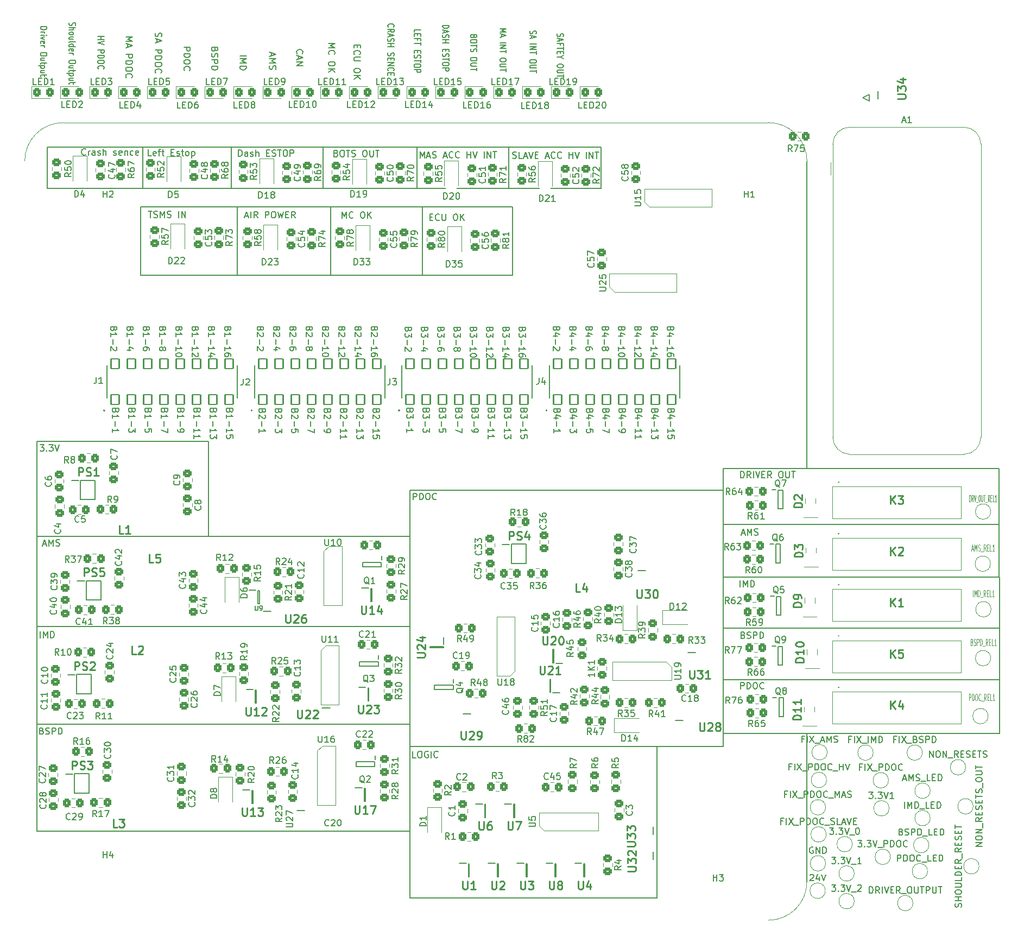
<source format=gto>
G04 #@! TF.GenerationSoftware,KiCad,Pcbnew,8.0.2*
G04 #@! TF.CreationDate,2024-05-16T19:31:03+09:30*
G04 #@! TF.ProjectId,shutdownPCB,73687574-646f-4776-9e50-43422e6b6963,rev?*
G04 #@! TF.SameCoordinates,Original*
G04 #@! TF.FileFunction,Legend,Top*
G04 #@! TF.FilePolarity,Positive*
%FSLAX46Y46*%
G04 Gerber Fmt 4.6, Leading zero omitted, Abs format (unit mm)*
G04 Created by KiCad (PCBNEW 8.0.2) date 2024-05-16 19:31:03*
%MOMM*%
%LPD*%
G01*
G04 APERTURE LIST*
G04 Aperture macros list*
%AMRoundRect*
0 Rectangle with rounded corners*
0 $1 Rounding radius*
0 $2 $3 $4 $5 $6 $7 $8 $9 X,Y pos of 4 corners*
0 Add a 4 corners polygon primitive as box body*
4,1,4,$2,$3,$4,$5,$6,$7,$8,$9,$2,$3,0*
0 Add four circle primitives for the rounded corners*
1,1,$1+$1,$2,$3*
1,1,$1+$1,$4,$5*
1,1,$1+$1,$6,$7*
1,1,$1+$1,$8,$9*
0 Add four rect primitives between the rounded corners*
20,1,$1+$1,$2,$3,$4,$5,0*
20,1,$1+$1,$4,$5,$6,$7,0*
20,1,$1+$1,$6,$7,$8,$9,0*
20,1,$1+$1,$8,$9,$2,$3,0*%
G04 Aperture macros list end*
%ADD10C,0.150000*%
%ADD11C,0.100000*%
%ADD12C,0.254000*%
%ADD13C,0.200000*%
%ADD14C,0.125000*%
%ADD15C,0.120000*%
%ADD16C,0.127000*%
%ADD17RoundRect,0.250000X0.450000X-0.325000X0.450000X0.325000X-0.450000X0.325000X-0.450000X-0.325000X0*%
%ADD18R,2.600000X7.300000*%
%ADD19R,1.050000X0.400000*%
%ADD20R,1.340000X1.800000*%
%ADD21RoundRect,0.249550X0.450450X-0.325450X0.450450X0.325450X-0.450450X0.325450X-0.450450X-0.325450X0*%
%ADD22C,2.000000*%
%ADD23RoundRect,0.250000X-0.450000X0.325000X-0.450000X-0.325000X0.450000X-0.325000X0.450000X0.325000X0*%
%ADD24R,1.800000X1.340000*%
%ADD25R,1.550000X0.600000*%
%ADD26R,1.200000X0.400000*%
%ADD27C,1.500000*%
%ADD28C,1.800000*%
%ADD29RoundRect,0.250000X0.325000X0.450000X-0.325000X0.450000X-0.325000X-0.450000X0.325000X-0.450000X0*%
%ADD30RoundRect,0.250000X-0.325000X-0.450000X0.325000X-0.450000X0.325000X0.450000X-0.325000X0.450000X0*%
%ADD31R,0.900000X0.800000*%
%ADD32R,0.400000X1.200000*%
%ADD33RoundRect,0.249550X-0.450450X0.325450X-0.450450X-0.325450X0.450450X-0.325450X0.450450X0.325450X0*%
%ADD34RoundRect,0.249550X0.325450X0.450450X-0.325450X0.450450X-0.325450X-0.450450X0.325450X-0.450450X0*%
%ADD35C,0.800000*%
%ADD36C,6.400000*%
%ADD37RoundRect,0.249550X-0.325450X-0.450450X0.325450X-0.450450X0.325450X0.450450X-0.325450X0.450450X0*%
%ADD38R,1.000000X0.400000*%
%ADD39C,3.200000*%
%ADD40C,2.540000*%
%ADD41R,1.600000X1.600000*%
%ADD42C,1.600000*%
%ADD43R,0.800000X0.900000*%
%ADD44R,0.600000X1.550000*%
%ADD45R,1.350000X0.450000*%
%ADD46C,0.970000*%
%ADD47RoundRect,0.102000X-0.635000X-0.780000X0.635000X-0.780000X0.635000X0.780000X-0.635000X0.780000X0*%
%ADD48C,2.410000*%
%ADD49R,1.270000X2.540000*%
%ADD50R,0.400000X1.050000*%
G04 APERTURE END LIST*
D10*
X125679200Y-152146000D02*
X174548800Y-152146000D01*
X174548800Y-192125600D01*
X125679200Y-192125600D01*
X125679200Y-152146000D01*
X112115600Y-98653600D02*
X126746000Y-98653600D01*
X126746000Y-105105200D01*
X112115600Y-105105200D01*
X112115600Y-98653600D01*
D11*
X71577200Y-94843600D02*
X181577320Y-94843600D01*
D10*
X126746000Y-98653600D02*
X141071600Y-98653600D01*
X141071600Y-105105200D01*
X126746000Y-105105200D01*
X126746000Y-98653600D01*
X174548800Y-181711600D02*
X217576400Y-181711600D01*
X217576400Y-190093600D01*
X174548800Y-190093600D01*
X174548800Y-181711600D01*
X174548800Y-165709600D02*
X217576400Y-165709600D01*
X217576400Y-173685200D01*
X174548800Y-173685200D01*
X174548800Y-165709600D01*
D11*
X65587200Y-100843600D02*
G75*
G02*
X71577200Y-94843600I5995060J4940D01*
G01*
D10*
X83667600Y-108000800D02*
X98755200Y-108000800D01*
X98755200Y-118668800D01*
X83667600Y-118668800D01*
X83667600Y-108000800D01*
D11*
X187561967Y-213232767D02*
G75*
G02*
X181571967Y-219232767I-5995027J-4973D01*
G01*
D10*
X125679200Y-192125600D02*
X164185600Y-192125600D01*
X164185600Y-215798400D01*
X125679200Y-215798400D01*
X125679200Y-192125600D01*
X67513200Y-159359600D02*
X125628400Y-159359600D01*
X125628400Y-173431200D01*
X67513200Y-173431200D01*
X67513200Y-159359600D01*
X187561967Y-213232767D02*
X187553600Y-190144400D01*
X97790000Y-98653600D02*
X112115600Y-98653600D01*
X112115600Y-105105200D01*
X97790000Y-105105200D01*
X97790000Y-98653600D01*
X67513200Y-188671200D02*
X125628400Y-188671200D01*
X125628400Y-205384400D01*
X67513200Y-205384400D01*
X67513200Y-188671200D01*
X69088000Y-98653600D02*
X84023200Y-98653600D01*
X84023200Y-105105200D01*
X69088000Y-105105200D01*
X69088000Y-98653600D01*
X113284000Y-108000800D02*
X127609600Y-108000800D01*
X127609600Y-118668800D01*
X113284000Y-118668800D01*
X113284000Y-108000800D01*
X67513200Y-144526000D02*
X94284800Y-144526000D01*
X94284800Y-159359600D01*
X67513200Y-159359600D01*
X67513200Y-144526000D01*
D11*
X181577320Y-94843600D02*
G75*
G02*
X187577400Y-100833600I5080J-5995000D01*
G01*
D10*
X84023200Y-98653600D02*
X97790000Y-98653600D01*
X97790000Y-105105200D01*
X84023200Y-105105200D01*
X84023200Y-98653600D01*
X67513200Y-173431200D02*
X125628400Y-173431200D01*
X125628400Y-188671200D01*
X67513200Y-188671200D01*
X67513200Y-173431200D01*
X174548800Y-173685200D02*
X217576400Y-173685200D01*
X217576400Y-181711600D01*
X174548800Y-181711600D01*
X174548800Y-173685200D01*
X174548800Y-157530800D02*
X217525600Y-157530800D01*
X217525600Y-165709600D01*
X174548800Y-165709600D01*
X174548800Y-157530800D01*
X174548800Y-148793200D02*
X217525600Y-148793200D01*
X217525600Y-157530800D01*
X174548800Y-157530800D01*
X174548800Y-148793200D01*
X127609600Y-108000800D02*
X141630400Y-108000800D01*
X141630400Y-118668800D01*
X127609600Y-118668800D01*
X127609600Y-108000800D01*
X187577320Y-100833600D02*
X187553600Y-148793200D01*
X141071600Y-98653600D02*
X155498800Y-98653600D01*
X155498800Y-105105200D01*
X141071600Y-105105200D01*
X141071600Y-98653600D01*
X98755200Y-108000800D02*
X113284000Y-108000800D01*
X113284000Y-118668800D01*
X98755200Y-118668800D01*
X98755200Y-108000800D01*
X75076207Y-99812180D02*
X75028588Y-99859800D01*
X75028588Y-99859800D02*
X74885731Y-99907419D01*
X74885731Y-99907419D02*
X74790493Y-99907419D01*
X74790493Y-99907419D02*
X74647636Y-99859800D01*
X74647636Y-99859800D02*
X74552398Y-99764561D01*
X74552398Y-99764561D02*
X74504779Y-99669323D01*
X74504779Y-99669323D02*
X74457160Y-99478847D01*
X74457160Y-99478847D02*
X74457160Y-99335990D01*
X74457160Y-99335990D02*
X74504779Y-99145514D01*
X74504779Y-99145514D02*
X74552398Y-99050276D01*
X74552398Y-99050276D02*
X74647636Y-98955038D01*
X74647636Y-98955038D02*
X74790493Y-98907419D01*
X74790493Y-98907419D02*
X74885731Y-98907419D01*
X74885731Y-98907419D02*
X75028588Y-98955038D01*
X75028588Y-98955038D02*
X75076207Y-99002657D01*
X75504779Y-99907419D02*
X75504779Y-99240752D01*
X75504779Y-99431228D02*
X75552398Y-99335990D01*
X75552398Y-99335990D02*
X75600017Y-99288371D01*
X75600017Y-99288371D02*
X75695255Y-99240752D01*
X75695255Y-99240752D02*
X75790493Y-99240752D01*
X76552398Y-99907419D02*
X76552398Y-99383609D01*
X76552398Y-99383609D02*
X76504779Y-99288371D01*
X76504779Y-99288371D02*
X76409541Y-99240752D01*
X76409541Y-99240752D02*
X76219065Y-99240752D01*
X76219065Y-99240752D02*
X76123827Y-99288371D01*
X76552398Y-99859800D02*
X76457160Y-99907419D01*
X76457160Y-99907419D02*
X76219065Y-99907419D01*
X76219065Y-99907419D02*
X76123827Y-99859800D01*
X76123827Y-99859800D02*
X76076208Y-99764561D01*
X76076208Y-99764561D02*
X76076208Y-99669323D01*
X76076208Y-99669323D02*
X76123827Y-99574085D01*
X76123827Y-99574085D02*
X76219065Y-99526466D01*
X76219065Y-99526466D02*
X76457160Y-99526466D01*
X76457160Y-99526466D02*
X76552398Y-99478847D01*
X76980970Y-99859800D02*
X77076208Y-99907419D01*
X77076208Y-99907419D02*
X77266684Y-99907419D01*
X77266684Y-99907419D02*
X77361922Y-99859800D01*
X77361922Y-99859800D02*
X77409541Y-99764561D01*
X77409541Y-99764561D02*
X77409541Y-99716942D01*
X77409541Y-99716942D02*
X77361922Y-99621704D01*
X77361922Y-99621704D02*
X77266684Y-99574085D01*
X77266684Y-99574085D02*
X77123827Y-99574085D01*
X77123827Y-99574085D02*
X77028589Y-99526466D01*
X77028589Y-99526466D02*
X76980970Y-99431228D01*
X76980970Y-99431228D02*
X76980970Y-99383609D01*
X76980970Y-99383609D02*
X77028589Y-99288371D01*
X77028589Y-99288371D02*
X77123827Y-99240752D01*
X77123827Y-99240752D02*
X77266684Y-99240752D01*
X77266684Y-99240752D02*
X77361922Y-99288371D01*
X77838113Y-99907419D02*
X77838113Y-98907419D01*
X78266684Y-99907419D02*
X78266684Y-99383609D01*
X78266684Y-99383609D02*
X78219065Y-99288371D01*
X78219065Y-99288371D02*
X78123827Y-99240752D01*
X78123827Y-99240752D02*
X77980970Y-99240752D01*
X77980970Y-99240752D02*
X77885732Y-99288371D01*
X77885732Y-99288371D02*
X77838113Y-99335990D01*
X79457161Y-99859800D02*
X79552399Y-99907419D01*
X79552399Y-99907419D02*
X79742875Y-99907419D01*
X79742875Y-99907419D02*
X79838113Y-99859800D01*
X79838113Y-99859800D02*
X79885732Y-99764561D01*
X79885732Y-99764561D02*
X79885732Y-99716942D01*
X79885732Y-99716942D02*
X79838113Y-99621704D01*
X79838113Y-99621704D02*
X79742875Y-99574085D01*
X79742875Y-99574085D02*
X79600018Y-99574085D01*
X79600018Y-99574085D02*
X79504780Y-99526466D01*
X79504780Y-99526466D02*
X79457161Y-99431228D01*
X79457161Y-99431228D02*
X79457161Y-99383609D01*
X79457161Y-99383609D02*
X79504780Y-99288371D01*
X79504780Y-99288371D02*
X79600018Y-99240752D01*
X79600018Y-99240752D02*
X79742875Y-99240752D01*
X79742875Y-99240752D02*
X79838113Y-99288371D01*
X80695256Y-99859800D02*
X80600018Y-99907419D01*
X80600018Y-99907419D02*
X80409542Y-99907419D01*
X80409542Y-99907419D02*
X80314304Y-99859800D01*
X80314304Y-99859800D02*
X80266685Y-99764561D01*
X80266685Y-99764561D02*
X80266685Y-99383609D01*
X80266685Y-99383609D02*
X80314304Y-99288371D01*
X80314304Y-99288371D02*
X80409542Y-99240752D01*
X80409542Y-99240752D02*
X80600018Y-99240752D01*
X80600018Y-99240752D02*
X80695256Y-99288371D01*
X80695256Y-99288371D02*
X80742875Y-99383609D01*
X80742875Y-99383609D02*
X80742875Y-99478847D01*
X80742875Y-99478847D02*
X80266685Y-99574085D01*
X81171447Y-99240752D02*
X81171447Y-99907419D01*
X81171447Y-99335990D02*
X81219066Y-99288371D01*
X81219066Y-99288371D02*
X81314304Y-99240752D01*
X81314304Y-99240752D02*
X81457161Y-99240752D01*
X81457161Y-99240752D02*
X81552399Y-99288371D01*
X81552399Y-99288371D02*
X81600018Y-99383609D01*
X81600018Y-99383609D02*
X81600018Y-99907419D01*
X82504780Y-99859800D02*
X82409542Y-99907419D01*
X82409542Y-99907419D02*
X82219066Y-99907419D01*
X82219066Y-99907419D02*
X82123828Y-99859800D01*
X82123828Y-99859800D02*
X82076209Y-99812180D01*
X82076209Y-99812180D02*
X82028590Y-99716942D01*
X82028590Y-99716942D02*
X82028590Y-99431228D01*
X82028590Y-99431228D02*
X82076209Y-99335990D01*
X82076209Y-99335990D02*
X82123828Y-99288371D01*
X82123828Y-99288371D02*
X82219066Y-99240752D01*
X82219066Y-99240752D02*
X82409542Y-99240752D01*
X82409542Y-99240752D02*
X82504780Y-99288371D01*
X83314304Y-99859800D02*
X83219066Y-99907419D01*
X83219066Y-99907419D02*
X83028590Y-99907419D01*
X83028590Y-99907419D02*
X82933352Y-99859800D01*
X82933352Y-99859800D02*
X82885733Y-99764561D01*
X82885733Y-99764561D02*
X82885733Y-99383609D01*
X82885733Y-99383609D02*
X82933352Y-99288371D01*
X82933352Y-99288371D02*
X83028590Y-99240752D01*
X83028590Y-99240752D02*
X83219066Y-99240752D01*
X83219066Y-99240752D02*
X83314304Y-99288371D01*
X83314304Y-99288371D02*
X83361923Y-99383609D01*
X83361923Y-99383609D02*
X83361923Y-99478847D01*
X83361923Y-99478847D02*
X82885733Y-99574085D01*
X115055590Y-126993712D02*
X115007971Y-127136569D01*
X115007971Y-127136569D02*
X114960352Y-127184188D01*
X114960352Y-127184188D02*
X114865114Y-127231807D01*
X114865114Y-127231807D02*
X114722257Y-127231807D01*
X114722257Y-127231807D02*
X114627019Y-127184188D01*
X114627019Y-127184188D02*
X114579400Y-127136569D01*
X114579400Y-127136569D02*
X114531780Y-127041331D01*
X114531780Y-127041331D02*
X114531780Y-126660379D01*
X114531780Y-126660379D02*
X115531780Y-126660379D01*
X115531780Y-126660379D02*
X115531780Y-126993712D01*
X115531780Y-126993712D02*
X115484161Y-127088950D01*
X115484161Y-127088950D02*
X115436542Y-127136569D01*
X115436542Y-127136569D02*
X115341304Y-127184188D01*
X115341304Y-127184188D02*
X115246066Y-127184188D01*
X115246066Y-127184188D02*
X115150828Y-127136569D01*
X115150828Y-127136569D02*
X115103209Y-127088950D01*
X115103209Y-127088950D02*
X115055590Y-126993712D01*
X115055590Y-126993712D02*
X115055590Y-126660379D01*
X115436542Y-127612760D02*
X115484161Y-127660379D01*
X115484161Y-127660379D02*
X115531780Y-127755617D01*
X115531780Y-127755617D02*
X115531780Y-127993712D01*
X115531780Y-127993712D02*
X115484161Y-128088950D01*
X115484161Y-128088950D02*
X115436542Y-128136569D01*
X115436542Y-128136569D02*
X115341304Y-128184188D01*
X115341304Y-128184188D02*
X115246066Y-128184188D01*
X115246066Y-128184188D02*
X115103209Y-128136569D01*
X115103209Y-128136569D02*
X114531780Y-127565141D01*
X114531780Y-127565141D02*
X114531780Y-128184188D01*
X114912733Y-128612760D02*
X114912733Y-129374665D01*
X114531780Y-130374664D02*
X114531780Y-129803236D01*
X114531780Y-130088950D02*
X115531780Y-130088950D01*
X115531780Y-130088950D02*
X115388923Y-129993712D01*
X115388923Y-129993712D02*
X115293685Y-129898474D01*
X115293685Y-129898474D02*
X115246066Y-129803236D01*
X115436542Y-130755617D02*
X115484161Y-130803236D01*
X115484161Y-130803236D02*
X115531780Y-130898474D01*
X115531780Y-130898474D02*
X115531780Y-131136569D01*
X115531780Y-131136569D02*
X115484161Y-131231807D01*
X115484161Y-131231807D02*
X115436542Y-131279426D01*
X115436542Y-131279426D02*
X115341304Y-131327045D01*
X115341304Y-131327045D02*
X115246066Y-131327045D01*
X115246066Y-131327045D02*
X115103209Y-131279426D01*
X115103209Y-131279426D02*
X114531780Y-130707998D01*
X114531780Y-130707998D02*
X114531780Y-131327045D01*
X90401780Y-83089979D02*
X91401780Y-83089979D01*
X91401780Y-83089979D02*
X91401780Y-83470931D01*
X91401780Y-83470931D02*
X91354161Y-83566169D01*
X91354161Y-83566169D02*
X91306542Y-83613788D01*
X91306542Y-83613788D02*
X91211304Y-83661407D01*
X91211304Y-83661407D02*
X91068447Y-83661407D01*
X91068447Y-83661407D02*
X90973209Y-83613788D01*
X90973209Y-83613788D02*
X90925590Y-83566169D01*
X90925590Y-83566169D02*
X90877971Y-83470931D01*
X90877971Y-83470931D02*
X90877971Y-83089979D01*
X90401780Y-84089979D02*
X91401780Y-84089979D01*
X91401780Y-84089979D02*
X91401780Y-84328074D01*
X91401780Y-84328074D02*
X91354161Y-84470931D01*
X91354161Y-84470931D02*
X91258923Y-84566169D01*
X91258923Y-84566169D02*
X91163685Y-84613788D01*
X91163685Y-84613788D02*
X90973209Y-84661407D01*
X90973209Y-84661407D02*
X90830352Y-84661407D01*
X90830352Y-84661407D02*
X90639876Y-84613788D01*
X90639876Y-84613788D02*
X90544638Y-84566169D01*
X90544638Y-84566169D02*
X90449400Y-84470931D01*
X90449400Y-84470931D02*
X90401780Y-84328074D01*
X90401780Y-84328074D02*
X90401780Y-84089979D01*
X91401780Y-85280455D02*
X91401780Y-85470931D01*
X91401780Y-85470931D02*
X91354161Y-85566169D01*
X91354161Y-85566169D02*
X91258923Y-85661407D01*
X91258923Y-85661407D02*
X91068447Y-85709026D01*
X91068447Y-85709026D02*
X90735114Y-85709026D01*
X90735114Y-85709026D02*
X90544638Y-85661407D01*
X90544638Y-85661407D02*
X90449400Y-85566169D01*
X90449400Y-85566169D02*
X90401780Y-85470931D01*
X90401780Y-85470931D02*
X90401780Y-85280455D01*
X90401780Y-85280455D02*
X90449400Y-85185217D01*
X90449400Y-85185217D02*
X90544638Y-85089979D01*
X90544638Y-85089979D02*
X90735114Y-85042360D01*
X90735114Y-85042360D02*
X91068447Y-85042360D01*
X91068447Y-85042360D02*
X91258923Y-85089979D01*
X91258923Y-85089979D02*
X91354161Y-85185217D01*
X91354161Y-85185217D02*
X91401780Y-85280455D01*
X90497019Y-86709026D02*
X90449400Y-86661407D01*
X90449400Y-86661407D02*
X90401780Y-86518550D01*
X90401780Y-86518550D02*
X90401780Y-86423312D01*
X90401780Y-86423312D02*
X90449400Y-86280455D01*
X90449400Y-86280455D02*
X90544638Y-86185217D01*
X90544638Y-86185217D02*
X90639876Y-86137598D01*
X90639876Y-86137598D02*
X90830352Y-86089979D01*
X90830352Y-86089979D02*
X90973209Y-86089979D01*
X90973209Y-86089979D02*
X91163685Y-86137598D01*
X91163685Y-86137598D02*
X91258923Y-86185217D01*
X91258923Y-86185217D02*
X91354161Y-86280455D01*
X91354161Y-86280455D02*
X91401780Y-86423312D01*
X91401780Y-86423312D02*
X91401780Y-86518550D01*
X91401780Y-86518550D02*
X91354161Y-86661407D01*
X91354161Y-86661407D02*
X91306542Y-86709026D01*
X76990580Y-81416760D02*
X77990580Y-81416760D01*
X77514390Y-81416760D02*
X77514390Y-81873903D01*
X76990580Y-81873903D02*
X77990580Y-81873903D01*
X77990580Y-82140569D02*
X76990580Y-82407236D01*
X76990580Y-82407236D02*
X77990580Y-82673902D01*
X76990580Y-83550093D02*
X77990580Y-83550093D01*
X77990580Y-83550093D02*
X77990580Y-83854855D01*
X77990580Y-83854855D02*
X77942961Y-83931045D01*
X77942961Y-83931045D02*
X77895342Y-83969140D01*
X77895342Y-83969140D02*
X77800104Y-84007236D01*
X77800104Y-84007236D02*
X77657247Y-84007236D01*
X77657247Y-84007236D02*
X77562009Y-83969140D01*
X77562009Y-83969140D02*
X77514390Y-83931045D01*
X77514390Y-83931045D02*
X77466771Y-83854855D01*
X77466771Y-83854855D02*
X77466771Y-83550093D01*
X76990580Y-84350093D02*
X77990580Y-84350093D01*
X77990580Y-84350093D02*
X77990580Y-84540569D01*
X77990580Y-84540569D02*
X77942961Y-84654855D01*
X77942961Y-84654855D02*
X77847723Y-84731045D01*
X77847723Y-84731045D02*
X77752485Y-84769140D01*
X77752485Y-84769140D02*
X77562009Y-84807236D01*
X77562009Y-84807236D02*
X77419152Y-84807236D01*
X77419152Y-84807236D02*
X77228676Y-84769140D01*
X77228676Y-84769140D02*
X77133438Y-84731045D01*
X77133438Y-84731045D02*
X77038200Y-84654855D01*
X77038200Y-84654855D02*
X76990580Y-84540569D01*
X76990580Y-84540569D02*
X76990580Y-84350093D01*
X77990580Y-85302474D02*
X77990580Y-85454855D01*
X77990580Y-85454855D02*
X77942961Y-85531045D01*
X77942961Y-85531045D02*
X77847723Y-85607236D01*
X77847723Y-85607236D02*
X77657247Y-85645331D01*
X77657247Y-85645331D02*
X77323914Y-85645331D01*
X77323914Y-85645331D02*
X77133438Y-85607236D01*
X77133438Y-85607236D02*
X77038200Y-85531045D01*
X77038200Y-85531045D02*
X76990580Y-85454855D01*
X76990580Y-85454855D02*
X76990580Y-85302474D01*
X76990580Y-85302474D02*
X77038200Y-85226283D01*
X77038200Y-85226283D02*
X77133438Y-85150093D01*
X77133438Y-85150093D02*
X77323914Y-85111997D01*
X77323914Y-85111997D02*
X77657247Y-85111997D01*
X77657247Y-85111997D02*
X77847723Y-85150093D01*
X77847723Y-85150093D02*
X77942961Y-85226283D01*
X77942961Y-85226283D02*
X77990580Y-85302474D01*
X77085819Y-86445331D02*
X77038200Y-86407235D01*
X77038200Y-86407235D02*
X76990580Y-86292950D01*
X76990580Y-86292950D02*
X76990580Y-86216759D01*
X76990580Y-86216759D02*
X77038200Y-86102473D01*
X77038200Y-86102473D02*
X77133438Y-86026283D01*
X77133438Y-86026283D02*
X77228676Y-85988188D01*
X77228676Y-85988188D02*
X77419152Y-85950092D01*
X77419152Y-85950092D02*
X77562009Y-85950092D01*
X77562009Y-85950092D02*
X77752485Y-85988188D01*
X77752485Y-85988188D02*
X77847723Y-86026283D01*
X77847723Y-86026283D02*
X77942961Y-86102473D01*
X77942961Y-86102473D02*
X77990580Y-86216759D01*
X77990580Y-86216759D02*
X77990580Y-86292950D01*
X77990580Y-86292950D02*
X77942961Y-86407235D01*
X77942961Y-86407235D02*
X77895342Y-86445331D01*
X158692790Y-126993712D02*
X158645171Y-127136569D01*
X158645171Y-127136569D02*
X158597552Y-127184188D01*
X158597552Y-127184188D02*
X158502314Y-127231807D01*
X158502314Y-127231807D02*
X158359457Y-127231807D01*
X158359457Y-127231807D02*
X158264219Y-127184188D01*
X158264219Y-127184188D02*
X158216600Y-127136569D01*
X158216600Y-127136569D02*
X158168980Y-127041331D01*
X158168980Y-127041331D02*
X158168980Y-126660379D01*
X158168980Y-126660379D02*
X159168980Y-126660379D01*
X159168980Y-126660379D02*
X159168980Y-126993712D01*
X159168980Y-126993712D02*
X159121361Y-127088950D01*
X159121361Y-127088950D02*
X159073742Y-127136569D01*
X159073742Y-127136569D02*
X158978504Y-127184188D01*
X158978504Y-127184188D02*
X158883266Y-127184188D01*
X158883266Y-127184188D02*
X158788028Y-127136569D01*
X158788028Y-127136569D02*
X158740409Y-127088950D01*
X158740409Y-127088950D02*
X158692790Y-126993712D01*
X158692790Y-126993712D02*
X158692790Y-126660379D01*
X158835647Y-128088950D02*
X158168980Y-128088950D01*
X159216600Y-127850855D02*
X158502314Y-127612760D01*
X158502314Y-127612760D02*
X158502314Y-128231807D01*
X158549933Y-128612760D02*
X158549933Y-129374665D01*
X158168980Y-130374664D02*
X158168980Y-129803236D01*
X158168980Y-130088950D02*
X159168980Y-130088950D01*
X159168980Y-130088950D02*
X159026123Y-129993712D01*
X159026123Y-129993712D02*
X158930885Y-129898474D01*
X158930885Y-129898474D02*
X158883266Y-129803236D01*
X159168980Y-130993712D02*
X159168980Y-131088950D01*
X159168980Y-131088950D02*
X159121361Y-131184188D01*
X159121361Y-131184188D02*
X159073742Y-131231807D01*
X159073742Y-131231807D02*
X158978504Y-131279426D01*
X158978504Y-131279426D02*
X158788028Y-131327045D01*
X158788028Y-131327045D02*
X158549933Y-131327045D01*
X158549933Y-131327045D02*
X158359457Y-131279426D01*
X158359457Y-131279426D02*
X158264219Y-131231807D01*
X158264219Y-131231807D02*
X158216600Y-131184188D01*
X158216600Y-131184188D02*
X158168980Y-131088950D01*
X158168980Y-131088950D02*
X158168980Y-130993712D01*
X158168980Y-130993712D02*
X158216600Y-130898474D01*
X158216600Y-130898474D02*
X158264219Y-130850855D01*
X158264219Y-130850855D02*
X158359457Y-130803236D01*
X158359457Y-130803236D02*
X158549933Y-130755617D01*
X158549933Y-130755617D02*
X158788028Y-130755617D01*
X158788028Y-130755617D02*
X158978504Y-130803236D01*
X158978504Y-130803236D02*
X159073742Y-130850855D01*
X159073742Y-130850855D02*
X159121361Y-130898474D01*
X159121361Y-130898474D02*
X159168980Y-130993712D01*
X85979000Y-80857960D02*
X85931380Y-81000817D01*
X85931380Y-81000817D02*
X85931380Y-81238912D01*
X85931380Y-81238912D02*
X85979000Y-81334150D01*
X85979000Y-81334150D02*
X86026619Y-81381769D01*
X86026619Y-81381769D02*
X86121857Y-81429388D01*
X86121857Y-81429388D02*
X86217095Y-81429388D01*
X86217095Y-81429388D02*
X86312333Y-81381769D01*
X86312333Y-81381769D02*
X86359952Y-81334150D01*
X86359952Y-81334150D02*
X86407571Y-81238912D01*
X86407571Y-81238912D02*
X86455190Y-81048436D01*
X86455190Y-81048436D02*
X86502809Y-80953198D01*
X86502809Y-80953198D02*
X86550428Y-80905579D01*
X86550428Y-80905579D02*
X86645666Y-80857960D01*
X86645666Y-80857960D02*
X86740904Y-80857960D01*
X86740904Y-80857960D02*
X86836142Y-80905579D01*
X86836142Y-80905579D02*
X86883761Y-80953198D01*
X86883761Y-80953198D02*
X86931380Y-81048436D01*
X86931380Y-81048436D02*
X86931380Y-81286531D01*
X86931380Y-81286531D02*
X86883761Y-81429388D01*
X86217095Y-81810341D02*
X86217095Y-82286531D01*
X85931380Y-81715103D02*
X86931380Y-82048436D01*
X86931380Y-82048436D02*
X85931380Y-82381769D01*
X85931380Y-83477008D02*
X86931380Y-83477008D01*
X86931380Y-83477008D02*
X86931380Y-83857960D01*
X86931380Y-83857960D02*
X86883761Y-83953198D01*
X86883761Y-83953198D02*
X86836142Y-84000817D01*
X86836142Y-84000817D02*
X86740904Y-84048436D01*
X86740904Y-84048436D02*
X86598047Y-84048436D01*
X86598047Y-84048436D02*
X86502809Y-84000817D01*
X86502809Y-84000817D02*
X86455190Y-83953198D01*
X86455190Y-83953198D02*
X86407571Y-83857960D01*
X86407571Y-83857960D02*
X86407571Y-83477008D01*
X85931380Y-84477008D02*
X86931380Y-84477008D01*
X86931380Y-84477008D02*
X86931380Y-84715103D01*
X86931380Y-84715103D02*
X86883761Y-84857960D01*
X86883761Y-84857960D02*
X86788523Y-84953198D01*
X86788523Y-84953198D02*
X86693285Y-85000817D01*
X86693285Y-85000817D02*
X86502809Y-85048436D01*
X86502809Y-85048436D02*
X86359952Y-85048436D01*
X86359952Y-85048436D02*
X86169476Y-85000817D01*
X86169476Y-85000817D02*
X86074238Y-84953198D01*
X86074238Y-84953198D02*
X85979000Y-84857960D01*
X85979000Y-84857960D02*
X85931380Y-84715103D01*
X85931380Y-84715103D02*
X85931380Y-84477008D01*
X86931380Y-85667484D02*
X86931380Y-85857960D01*
X86931380Y-85857960D02*
X86883761Y-85953198D01*
X86883761Y-85953198D02*
X86788523Y-86048436D01*
X86788523Y-86048436D02*
X86598047Y-86096055D01*
X86598047Y-86096055D02*
X86264714Y-86096055D01*
X86264714Y-86096055D02*
X86074238Y-86048436D01*
X86074238Y-86048436D02*
X85979000Y-85953198D01*
X85979000Y-85953198D02*
X85931380Y-85857960D01*
X85931380Y-85857960D02*
X85931380Y-85667484D01*
X85931380Y-85667484D02*
X85979000Y-85572246D01*
X85979000Y-85572246D02*
X86074238Y-85477008D01*
X86074238Y-85477008D02*
X86264714Y-85429389D01*
X86264714Y-85429389D02*
X86598047Y-85429389D01*
X86598047Y-85429389D02*
X86788523Y-85477008D01*
X86788523Y-85477008D02*
X86883761Y-85572246D01*
X86883761Y-85572246D02*
X86931380Y-85667484D01*
X86026619Y-87096055D02*
X85979000Y-87048436D01*
X85979000Y-87048436D02*
X85931380Y-86905579D01*
X85931380Y-86905579D02*
X85931380Y-86810341D01*
X85931380Y-86810341D02*
X85979000Y-86667484D01*
X85979000Y-86667484D02*
X86074238Y-86572246D01*
X86074238Y-86572246D02*
X86169476Y-86524627D01*
X86169476Y-86524627D02*
X86359952Y-86477008D01*
X86359952Y-86477008D02*
X86502809Y-86477008D01*
X86502809Y-86477008D02*
X86693285Y-86524627D01*
X86693285Y-86524627D02*
X86788523Y-86572246D01*
X86788523Y-86572246D02*
X86883761Y-86667484D01*
X86883761Y-86667484D02*
X86931380Y-86810341D01*
X86931380Y-86810341D02*
X86931380Y-86905579D01*
X86931380Y-86905579D02*
X86883761Y-87048436D01*
X86883761Y-87048436D02*
X86836142Y-87096055D01*
X161334390Y-139811312D02*
X161286771Y-139954169D01*
X161286771Y-139954169D02*
X161239152Y-140001788D01*
X161239152Y-140001788D02*
X161143914Y-140049407D01*
X161143914Y-140049407D02*
X161001057Y-140049407D01*
X161001057Y-140049407D02*
X160905819Y-140001788D01*
X160905819Y-140001788D02*
X160858200Y-139954169D01*
X160858200Y-139954169D02*
X160810580Y-139858931D01*
X160810580Y-139858931D02*
X160810580Y-139477979D01*
X160810580Y-139477979D02*
X161810580Y-139477979D01*
X161810580Y-139477979D02*
X161810580Y-139811312D01*
X161810580Y-139811312D02*
X161762961Y-139906550D01*
X161762961Y-139906550D02*
X161715342Y-139954169D01*
X161715342Y-139954169D02*
X161620104Y-140001788D01*
X161620104Y-140001788D02*
X161524866Y-140001788D01*
X161524866Y-140001788D02*
X161429628Y-139954169D01*
X161429628Y-139954169D02*
X161382009Y-139906550D01*
X161382009Y-139906550D02*
X161334390Y-139811312D01*
X161334390Y-139811312D02*
X161334390Y-139477979D01*
X161477247Y-140906550D02*
X160810580Y-140906550D01*
X161858200Y-140668455D02*
X161143914Y-140430360D01*
X161143914Y-140430360D02*
X161143914Y-141049407D01*
X161191533Y-141430360D02*
X161191533Y-142192265D01*
X160810580Y-143192264D02*
X160810580Y-142620836D01*
X160810580Y-142906550D02*
X161810580Y-142906550D01*
X161810580Y-142906550D02*
X161667723Y-142811312D01*
X161667723Y-142811312D02*
X161572485Y-142716074D01*
X161572485Y-142716074D02*
X161524866Y-142620836D01*
X160810580Y-144144645D02*
X160810580Y-143573217D01*
X160810580Y-143858931D02*
X161810580Y-143858931D01*
X161810580Y-143858931D02*
X161667723Y-143763693D01*
X161667723Y-143763693D02*
X161572485Y-143668455D01*
X161572485Y-143668455D02*
X161524866Y-143573217D01*
X130736980Y-79689560D02*
X131736980Y-79689560D01*
X131736980Y-79689560D02*
X131736980Y-79880036D01*
X131736980Y-79880036D02*
X131689361Y-79994322D01*
X131689361Y-79994322D02*
X131594123Y-80070512D01*
X131594123Y-80070512D02*
X131498885Y-80108607D01*
X131498885Y-80108607D02*
X131308409Y-80146703D01*
X131308409Y-80146703D02*
X131165552Y-80146703D01*
X131165552Y-80146703D02*
X130975076Y-80108607D01*
X130975076Y-80108607D02*
X130879838Y-80070512D01*
X130879838Y-80070512D02*
X130784600Y-79994322D01*
X130784600Y-79994322D02*
X130736980Y-79880036D01*
X130736980Y-79880036D02*
X130736980Y-79689560D01*
X131022695Y-80451464D02*
X131022695Y-80832417D01*
X130736980Y-80375274D02*
X131736980Y-80641941D01*
X131736980Y-80641941D02*
X130736980Y-80908607D01*
X130784600Y-81137178D02*
X130736980Y-81251464D01*
X130736980Y-81251464D02*
X130736980Y-81441940D01*
X130736980Y-81441940D02*
X130784600Y-81518131D01*
X130784600Y-81518131D02*
X130832219Y-81556226D01*
X130832219Y-81556226D02*
X130927457Y-81594321D01*
X130927457Y-81594321D02*
X131022695Y-81594321D01*
X131022695Y-81594321D02*
X131117933Y-81556226D01*
X131117933Y-81556226D02*
X131165552Y-81518131D01*
X131165552Y-81518131D02*
X131213171Y-81441940D01*
X131213171Y-81441940D02*
X131260790Y-81289559D01*
X131260790Y-81289559D02*
X131308409Y-81213369D01*
X131308409Y-81213369D02*
X131356028Y-81175274D01*
X131356028Y-81175274D02*
X131451266Y-81137178D01*
X131451266Y-81137178D02*
X131546504Y-81137178D01*
X131546504Y-81137178D02*
X131641742Y-81175274D01*
X131641742Y-81175274D02*
X131689361Y-81213369D01*
X131689361Y-81213369D02*
X131736980Y-81289559D01*
X131736980Y-81289559D02*
X131736980Y-81480036D01*
X131736980Y-81480036D02*
X131689361Y-81594321D01*
X130736980Y-81937179D02*
X131736980Y-81937179D01*
X131260790Y-81937179D02*
X131260790Y-82394322D01*
X130736980Y-82394322D02*
X131736980Y-82394322D01*
X131260790Y-83384798D02*
X131260790Y-83651464D01*
X130736980Y-83765750D02*
X130736980Y-83384798D01*
X130736980Y-83384798D02*
X131736980Y-83384798D01*
X131736980Y-83384798D02*
X131736980Y-83765750D01*
X130784600Y-84070512D02*
X130736980Y-84184798D01*
X130736980Y-84184798D02*
X130736980Y-84375274D01*
X130736980Y-84375274D02*
X130784600Y-84451465D01*
X130784600Y-84451465D02*
X130832219Y-84489560D01*
X130832219Y-84489560D02*
X130927457Y-84527655D01*
X130927457Y-84527655D02*
X131022695Y-84527655D01*
X131022695Y-84527655D02*
X131117933Y-84489560D01*
X131117933Y-84489560D02*
X131165552Y-84451465D01*
X131165552Y-84451465D02*
X131213171Y-84375274D01*
X131213171Y-84375274D02*
X131260790Y-84222893D01*
X131260790Y-84222893D02*
X131308409Y-84146703D01*
X131308409Y-84146703D02*
X131356028Y-84108608D01*
X131356028Y-84108608D02*
X131451266Y-84070512D01*
X131451266Y-84070512D02*
X131546504Y-84070512D01*
X131546504Y-84070512D02*
X131641742Y-84108608D01*
X131641742Y-84108608D02*
X131689361Y-84146703D01*
X131689361Y-84146703D02*
X131736980Y-84222893D01*
X131736980Y-84222893D02*
X131736980Y-84413370D01*
X131736980Y-84413370D02*
X131689361Y-84527655D01*
X131736980Y-84756227D02*
X131736980Y-85213370D01*
X130736980Y-84984798D02*
X131736980Y-84984798D01*
X131736980Y-85632418D02*
X131736980Y-85784799D01*
X131736980Y-85784799D02*
X131689361Y-85860989D01*
X131689361Y-85860989D02*
X131594123Y-85937180D01*
X131594123Y-85937180D02*
X131403647Y-85975275D01*
X131403647Y-85975275D02*
X131070314Y-85975275D01*
X131070314Y-85975275D02*
X130879838Y-85937180D01*
X130879838Y-85937180D02*
X130784600Y-85860989D01*
X130784600Y-85860989D02*
X130736980Y-85784799D01*
X130736980Y-85784799D02*
X130736980Y-85632418D01*
X130736980Y-85632418D02*
X130784600Y-85556227D01*
X130784600Y-85556227D02*
X130879838Y-85480037D01*
X130879838Y-85480037D02*
X131070314Y-85441941D01*
X131070314Y-85441941D02*
X131403647Y-85441941D01*
X131403647Y-85441941D02*
X131594123Y-85480037D01*
X131594123Y-85480037D02*
X131689361Y-85556227D01*
X131689361Y-85556227D02*
X131736980Y-85632418D01*
X130736980Y-86318132D02*
X131736980Y-86318132D01*
X131736980Y-86318132D02*
X131736980Y-86622894D01*
X131736980Y-86622894D02*
X131689361Y-86699084D01*
X131689361Y-86699084D02*
X131641742Y-86737179D01*
X131641742Y-86737179D02*
X131546504Y-86775275D01*
X131546504Y-86775275D02*
X131403647Y-86775275D01*
X131403647Y-86775275D02*
X131308409Y-86737179D01*
X131308409Y-86737179D02*
X131260790Y-86699084D01*
X131260790Y-86699084D02*
X131213171Y-86622894D01*
X131213171Y-86622894D02*
X131213171Y-86318132D01*
X72567800Y-79245064D02*
X72520180Y-79359350D01*
X72520180Y-79359350D02*
X72520180Y-79549826D01*
X72520180Y-79549826D02*
X72567800Y-79626017D01*
X72567800Y-79626017D02*
X72615419Y-79664112D01*
X72615419Y-79664112D02*
X72710657Y-79702207D01*
X72710657Y-79702207D02*
X72805895Y-79702207D01*
X72805895Y-79702207D02*
X72901133Y-79664112D01*
X72901133Y-79664112D02*
X72948752Y-79626017D01*
X72948752Y-79626017D02*
X72996371Y-79549826D01*
X72996371Y-79549826D02*
X73043990Y-79397445D01*
X73043990Y-79397445D02*
X73091609Y-79321255D01*
X73091609Y-79321255D02*
X73139228Y-79283160D01*
X73139228Y-79283160D02*
X73234466Y-79245064D01*
X73234466Y-79245064D02*
X73329704Y-79245064D01*
X73329704Y-79245064D02*
X73424942Y-79283160D01*
X73424942Y-79283160D02*
X73472561Y-79321255D01*
X73472561Y-79321255D02*
X73520180Y-79397445D01*
X73520180Y-79397445D02*
X73520180Y-79587922D01*
X73520180Y-79587922D02*
X73472561Y-79702207D01*
X72520180Y-80045065D02*
X73520180Y-80045065D01*
X72520180Y-80387922D02*
X73043990Y-80387922D01*
X73043990Y-80387922D02*
X73139228Y-80349827D01*
X73139228Y-80349827D02*
X73186847Y-80273636D01*
X73186847Y-80273636D02*
X73186847Y-80159350D01*
X73186847Y-80159350D02*
X73139228Y-80083160D01*
X73139228Y-80083160D02*
X73091609Y-80045065D01*
X72520180Y-80883160D02*
X72567800Y-80806970D01*
X72567800Y-80806970D02*
X72615419Y-80768875D01*
X72615419Y-80768875D02*
X72710657Y-80730779D01*
X72710657Y-80730779D02*
X72996371Y-80730779D01*
X72996371Y-80730779D02*
X73091609Y-80768875D01*
X73091609Y-80768875D02*
X73139228Y-80806970D01*
X73139228Y-80806970D02*
X73186847Y-80883160D01*
X73186847Y-80883160D02*
X73186847Y-80997446D01*
X73186847Y-80997446D02*
X73139228Y-81073637D01*
X73139228Y-81073637D02*
X73091609Y-81111732D01*
X73091609Y-81111732D02*
X72996371Y-81149827D01*
X72996371Y-81149827D02*
X72710657Y-81149827D01*
X72710657Y-81149827D02*
X72615419Y-81111732D01*
X72615419Y-81111732D02*
X72567800Y-81073637D01*
X72567800Y-81073637D02*
X72520180Y-80997446D01*
X72520180Y-80997446D02*
X72520180Y-80883160D01*
X73186847Y-81835542D02*
X72520180Y-81835542D01*
X73186847Y-81492685D02*
X72663038Y-81492685D01*
X72663038Y-81492685D02*
X72567800Y-81530780D01*
X72567800Y-81530780D02*
X72520180Y-81606970D01*
X72520180Y-81606970D02*
X72520180Y-81721256D01*
X72520180Y-81721256D02*
X72567800Y-81797447D01*
X72567800Y-81797447D02*
X72615419Y-81835542D01*
X72520180Y-82330780D02*
X72567800Y-82254590D01*
X72567800Y-82254590D02*
X72663038Y-82216495D01*
X72663038Y-82216495D02*
X73520180Y-82216495D01*
X72520180Y-82978400D02*
X73520180Y-82978400D01*
X72567800Y-82978400D02*
X72520180Y-82902209D01*
X72520180Y-82902209D02*
X72520180Y-82749828D01*
X72520180Y-82749828D02*
X72567800Y-82673638D01*
X72567800Y-82673638D02*
X72615419Y-82635543D01*
X72615419Y-82635543D02*
X72710657Y-82597447D01*
X72710657Y-82597447D02*
X72996371Y-82597447D01*
X72996371Y-82597447D02*
X73091609Y-82635543D01*
X73091609Y-82635543D02*
X73139228Y-82673638D01*
X73139228Y-82673638D02*
X73186847Y-82749828D01*
X73186847Y-82749828D02*
X73186847Y-82902209D01*
X73186847Y-82902209D02*
X73139228Y-82978400D01*
X72567800Y-83664115D02*
X72520180Y-83587924D01*
X72520180Y-83587924D02*
X72520180Y-83435543D01*
X72520180Y-83435543D02*
X72567800Y-83359353D01*
X72567800Y-83359353D02*
X72663038Y-83321257D01*
X72663038Y-83321257D02*
X73043990Y-83321257D01*
X73043990Y-83321257D02*
X73139228Y-83359353D01*
X73139228Y-83359353D02*
X73186847Y-83435543D01*
X73186847Y-83435543D02*
X73186847Y-83587924D01*
X73186847Y-83587924D02*
X73139228Y-83664115D01*
X73139228Y-83664115D02*
X73043990Y-83702210D01*
X73043990Y-83702210D02*
X72948752Y-83702210D01*
X72948752Y-83702210D02*
X72853514Y-83321257D01*
X72520180Y-84045067D02*
X73186847Y-84045067D01*
X72996371Y-84045067D02*
X73091609Y-84083162D01*
X73091609Y-84083162D02*
X73139228Y-84121257D01*
X73139228Y-84121257D02*
X73186847Y-84197448D01*
X73186847Y-84197448D02*
X73186847Y-84273638D01*
X73520180Y-85302210D02*
X73520180Y-85454591D01*
X73520180Y-85454591D02*
X73472561Y-85530781D01*
X73472561Y-85530781D02*
X73377323Y-85606972D01*
X73377323Y-85606972D02*
X73186847Y-85645067D01*
X73186847Y-85645067D02*
X72853514Y-85645067D01*
X72853514Y-85645067D02*
X72663038Y-85606972D01*
X72663038Y-85606972D02*
X72567800Y-85530781D01*
X72567800Y-85530781D02*
X72520180Y-85454591D01*
X72520180Y-85454591D02*
X72520180Y-85302210D01*
X72520180Y-85302210D02*
X72567800Y-85226019D01*
X72567800Y-85226019D02*
X72663038Y-85149829D01*
X72663038Y-85149829D02*
X72853514Y-85111733D01*
X72853514Y-85111733D02*
X73186847Y-85111733D01*
X73186847Y-85111733D02*
X73377323Y-85149829D01*
X73377323Y-85149829D02*
X73472561Y-85226019D01*
X73472561Y-85226019D02*
X73520180Y-85302210D01*
X73186847Y-86330781D02*
X72520180Y-86330781D01*
X73186847Y-85987924D02*
X72663038Y-85987924D01*
X72663038Y-85987924D02*
X72567800Y-86026019D01*
X72567800Y-86026019D02*
X72520180Y-86102209D01*
X72520180Y-86102209D02*
X72520180Y-86216495D01*
X72520180Y-86216495D02*
X72567800Y-86292686D01*
X72567800Y-86292686D02*
X72615419Y-86330781D01*
X73186847Y-86597448D02*
X73186847Y-86902210D01*
X73520180Y-86711734D02*
X72663038Y-86711734D01*
X72663038Y-86711734D02*
X72567800Y-86749829D01*
X72567800Y-86749829D02*
X72520180Y-86826019D01*
X72520180Y-86826019D02*
X72520180Y-86902210D01*
X73186847Y-87168877D02*
X72186847Y-87168877D01*
X73139228Y-87168877D02*
X73186847Y-87245067D01*
X73186847Y-87245067D02*
X73186847Y-87397448D01*
X73186847Y-87397448D02*
X73139228Y-87473639D01*
X73139228Y-87473639D02*
X73091609Y-87511734D01*
X73091609Y-87511734D02*
X72996371Y-87549829D01*
X72996371Y-87549829D02*
X72710657Y-87549829D01*
X72710657Y-87549829D02*
X72615419Y-87511734D01*
X72615419Y-87511734D02*
X72567800Y-87473639D01*
X72567800Y-87473639D02*
X72520180Y-87397448D01*
X72520180Y-87397448D02*
X72520180Y-87245067D01*
X72520180Y-87245067D02*
X72567800Y-87168877D01*
X73186847Y-88235544D02*
X72520180Y-88235544D01*
X73186847Y-87892687D02*
X72663038Y-87892687D01*
X72663038Y-87892687D02*
X72567800Y-87930782D01*
X72567800Y-87930782D02*
X72520180Y-88006972D01*
X72520180Y-88006972D02*
X72520180Y-88121258D01*
X72520180Y-88121258D02*
X72567800Y-88197449D01*
X72567800Y-88197449D02*
X72615419Y-88235544D01*
X73186847Y-88502211D02*
X73186847Y-88806973D01*
X73520180Y-88616497D02*
X72663038Y-88616497D01*
X72663038Y-88616497D02*
X72567800Y-88654592D01*
X72567800Y-88654592D02*
X72520180Y-88730782D01*
X72520180Y-88730782D02*
X72520180Y-88806973D01*
X177222379Y-183156219D02*
X177222379Y-182156219D01*
X177222379Y-182156219D02*
X177603331Y-182156219D01*
X177603331Y-182156219D02*
X177698569Y-182203838D01*
X177698569Y-182203838D02*
X177746188Y-182251457D01*
X177746188Y-182251457D02*
X177793807Y-182346695D01*
X177793807Y-182346695D02*
X177793807Y-182489552D01*
X177793807Y-182489552D02*
X177746188Y-182584790D01*
X177746188Y-182584790D02*
X177698569Y-182632409D01*
X177698569Y-182632409D02*
X177603331Y-182680028D01*
X177603331Y-182680028D02*
X177222379Y-182680028D01*
X178222379Y-183156219D02*
X178222379Y-182156219D01*
X178222379Y-182156219D02*
X178460474Y-182156219D01*
X178460474Y-182156219D02*
X178603331Y-182203838D01*
X178603331Y-182203838D02*
X178698569Y-182299076D01*
X178698569Y-182299076D02*
X178746188Y-182394314D01*
X178746188Y-182394314D02*
X178793807Y-182584790D01*
X178793807Y-182584790D02*
X178793807Y-182727647D01*
X178793807Y-182727647D02*
X178746188Y-182918123D01*
X178746188Y-182918123D02*
X178698569Y-183013361D01*
X178698569Y-183013361D02*
X178603331Y-183108600D01*
X178603331Y-183108600D02*
X178460474Y-183156219D01*
X178460474Y-183156219D02*
X178222379Y-183156219D01*
X179412855Y-182156219D02*
X179603331Y-182156219D01*
X179603331Y-182156219D02*
X179698569Y-182203838D01*
X179698569Y-182203838D02*
X179793807Y-182299076D01*
X179793807Y-182299076D02*
X179841426Y-182489552D01*
X179841426Y-182489552D02*
X179841426Y-182822885D01*
X179841426Y-182822885D02*
X179793807Y-183013361D01*
X179793807Y-183013361D02*
X179698569Y-183108600D01*
X179698569Y-183108600D02*
X179603331Y-183156219D01*
X179603331Y-183156219D02*
X179412855Y-183156219D01*
X179412855Y-183156219D02*
X179317617Y-183108600D01*
X179317617Y-183108600D02*
X179222379Y-183013361D01*
X179222379Y-183013361D02*
X179174760Y-182822885D01*
X179174760Y-182822885D02*
X179174760Y-182489552D01*
X179174760Y-182489552D02*
X179222379Y-182299076D01*
X179222379Y-182299076D02*
X179317617Y-182203838D01*
X179317617Y-182203838D02*
X179412855Y-182156219D01*
X180841426Y-183060980D02*
X180793807Y-183108600D01*
X180793807Y-183108600D02*
X180650950Y-183156219D01*
X180650950Y-183156219D02*
X180555712Y-183156219D01*
X180555712Y-183156219D02*
X180412855Y-183108600D01*
X180412855Y-183108600D02*
X180317617Y-183013361D01*
X180317617Y-183013361D02*
X180269998Y-182918123D01*
X180269998Y-182918123D02*
X180222379Y-182727647D01*
X180222379Y-182727647D02*
X180222379Y-182584790D01*
X180222379Y-182584790D02*
X180269998Y-182394314D01*
X180269998Y-182394314D02*
X180317617Y-182299076D01*
X180317617Y-182299076D02*
X180412855Y-182203838D01*
X180412855Y-182203838D02*
X180555712Y-182156219D01*
X180555712Y-182156219D02*
X180650950Y-182156219D01*
X180650950Y-182156219D02*
X180793807Y-182203838D01*
X180793807Y-182203838D02*
X180841426Y-182251457D01*
X143198790Y-127095312D02*
X143151171Y-127238169D01*
X143151171Y-127238169D02*
X143103552Y-127285788D01*
X143103552Y-127285788D02*
X143008314Y-127333407D01*
X143008314Y-127333407D02*
X142865457Y-127333407D01*
X142865457Y-127333407D02*
X142770219Y-127285788D01*
X142770219Y-127285788D02*
X142722600Y-127238169D01*
X142722600Y-127238169D02*
X142674980Y-127142931D01*
X142674980Y-127142931D02*
X142674980Y-126761979D01*
X142674980Y-126761979D02*
X143674980Y-126761979D01*
X143674980Y-126761979D02*
X143674980Y-127095312D01*
X143674980Y-127095312D02*
X143627361Y-127190550D01*
X143627361Y-127190550D02*
X143579742Y-127238169D01*
X143579742Y-127238169D02*
X143484504Y-127285788D01*
X143484504Y-127285788D02*
X143389266Y-127285788D01*
X143389266Y-127285788D02*
X143294028Y-127238169D01*
X143294028Y-127238169D02*
X143246409Y-127190550D01*
X143246409Y-127190550D02*
X143198790Y-127095312D01*
X143198790Y-127095312D02*
X143198790Y-126761979D01*
X143674980Y-127666741D02*
X143674980Y-128285788D01*
X143674980Y-128285788D02*
X143294028Y-127952455D01*
X143294028Y-127952455D02*
X143294028Y-128095312D01*
X143294028Y-128095312D02*
X143246409Y-128190550D01*
X143246409Y-128190550D02*
X143198790Y-128238169D01*
X143198790Y-128238169D02*
X143103552Y-128285788D01*
X143103552Y-128285788D02*
X142865457Y-128285788D01*
X142865457Y-128285788D02*
X142770219Y-128238169D01*
X142770219Y-128238169D02*
X142722600Y-128190550D01*
X142722600Y-128190550D02*
X142674980Y-128095312D01*
X142674980Y-128095312D02*
X142674980Y-127809598D01*
X142674980Y-127809598D02*
X142722600Y-127714360D01*
X142722600Y-127714360D02*
X142770219Y-127666741D01*
X143055933Y-128714360D02*
X143055933Y-129476265D01*
X142674980Y-130476264D02*
X142674980Y-129904836D01*
X142674980Y-130190550D02*
X143674980Y-130190550D01*
X143674980Y-130190550D02*
X143532123Y-130095312D01*
X143532123Y-130095312D02*
X143436885Y-130000074D01*
X143436885Y-130000074D02*
X143389266Y-129904836D01*
X143674980Y-131333407D02*
X143674980Y-131142931D01*
X143674980Y-131142931D02*
X143627361Y-131047693D01*
X143627361Y-131047693D02*
X143579742Y-131000074D01*
X143579742Y-131000074D02*
X143436885Y-130904836D01*
X143436885Y-130904836D02*
X143246409Y-130857217D01*
X143246409Y-130857217D02*
X142865457Y-130857217D01*
X142865457Y-130857217D02*
X142770219Y-130904836D01*
X142770219Y-130904836D02*
X142722600Y-130952455D01*
X142722600Y-130952455D02*
X142674980Y-131047693D01*
X142674980Y-131047693D02*
X142674980Y-131238169D01*
X142674980Y-131238169D02*
X142722600Y-131333407D01*
X142722600Y-131333407D02*
X142770219Y-131381026D01*
X142770219Y-131381026D02*
X142865457Y-131428645D01*
X142865457Y-131428645D02*
X143103552Y-131428645D01*
X143103552Y-131428645D02*
X143198790Y-131381026D01*
X143198790Y-131381026D02*
X143246409Y-131333407D01*
X143246409Y-131333407D02*
X143294028Y-131238169D01*
X143294028Y-131238169D02*
X143294028Y-131047693D01*
X143294028Y-131047693D02*
X143246409Y-130952455D01*
X143246409Y-130952455D02*
X143198790Y-130904836D01*
X143198790Y-130904836D02*
X143103552Y-130857217D01*
X135629590Y-81378626D02*
X135581971Y-81492912D01*
X135581971Y-81492912D02*
X135534352Y-81531007D01*
X135534352Y-81531007D02*
X135439114Y-81569103D01*
X135439114Y-81569103D02*
X135296257Y-81569103D01*
X135296257Y-81569103D02*
X135201019Y-81531007D01*
X135201019Y-81531007D02*
X135153400Y-81492912D01*
X135153400Y-81492912D02*
X135105780Y-81416722D01*
X135105780Y-81416722D02*
X135105780Y-81111960D01*
X135105780Y-81111960D02*
X136105780Y-81111960D01*
X136105780Y-81111960D02*
X136105780Y-81378626D01*
X136105780Y-81378626D02*
X136058161Y-81454817D01*
X136058161Y-81454817D02*
X136010542Y-81492912D01*
X136010542Y-81492912D02*
X135915304Y-81531007D01*
X135915304Y-81531007D02*
X135820066Y-81531007D01*
X135820066Y-81531007D02*
X135724828Y-81492912D01*
X135724828Y-81492912D02*
X135677209Y-81454817D01*
X135677209Y-81454817D02*
X135629590Y-81378626D01*
X135629590Y-81378626D02*
X135629590Y-81111960D01*
X136105780Y-82064341D02*
X136105780Y-82216722D01*
X136105780Y-82216722D02*
X136058161Y-82292912D01*
X136058161Y-82292912D02*
X135962923Y-82369103D01*
X135962923Y-82369103D02*
X135772447Y-82407198D01*
X135772447Y-82407198D02*
X135439114Y-82407198D01*
X135439114Y-82407198D02*
X135248638Y-82369103D01*
X135248638Y-82369103D02*
X135153400Y-82292912D01*
X135153400Y-82292912D02*
X135105780Y-82216722D01*
X135105780Y-82216722D02*
X135105780Y-82064341D01*
X135105780Y-82064341D02*
X135153400Y-81988150D01*
X135153400Y-81988150D02*
X135248638Y-81911960D01*
X135248638Y-81911960D02*
X135439114Y-81873864D01*
X135439114Y-81873864D02*
X135772447Y-81873864D01*
X135772447Y-81873864D02*
X135962923Y-81911960D01*
X135962923Y-81911960D02*
X136058161Y-81988150D01*
X136058161Y-81988150D02*
X136105780Y-82064341D01*
X136105780Y-82635769D02*
X136105780Y-83092912D01*
X135105780Y-82864340D02*
X136105780Y-82864340D01*
X135153400Y-83321483D02*
X135105780Y-83435769D01*
X135105780Y-83435769D02*
X135105780Y-83626245D01*
X135105780Y-83626245D02*
X135153400Y-83702436D01*
X135153400Y-83702436D02*
X135201019Y-83740531D01*
X135201019Y-83740531D02*
X135296257Y-83778626D01*
X135296257Y-83778626D02*
X135391495Y-83778626D01*
X135391495Y-83778626D02*
X135486733Y-83740531D01*
X135486733Y-83740531D02*
X135534352Y-83702436D01*
X135534352Y-83702436D02*
X135581971Y-83626245D01*
X135581971Y-83626245D02*
X135629590Y-83473864D01*
X135629590Y-83473864D02*
X135677209Y-83397674D01*
X135677209Y-83397674D02*
X135724828Y-83359579D01*
X135724828Y-83359579D02*
X135820066Y-83321483D01*
X135820066Y-83321483D02*
X135915304Y-83321483D01*
X135915304Y-83321483D02*
X136010542Y-83359579D01*
X136010542Y-83359579D02*
X136058161Y-83397674D01*
X136058161Y-83397674D02*
X136105780Y-83473864D01*
X136105780Y-83473864D02*
X136105780Y-83664341D01*
X136105780Y-83664341D02*
X136058161Y-83778626D01*
X136105780Y-84883389D02*
X136105780Y-85035770D01*
X136105780Y-85035770D02*
X136058161Y-85111960D01*
X136058161Y-85111960D02*
X135962923Y-85188151D01*
X135962923Y-85188151D02*
X135772447Y-85226246D01*
X135772447Y-85226246D02*
X135439114Y-85226246D01*
X135439114Y-85226246D02*
X135248638Y-85188151D01*
X135248638Y-85188151D02*
X135153400Y-85111960D01*
X135153400Y-85111960D02*
X135105780Y-85035770D01*
X135105780Y-85035770D02*
X135105780Y-84883389D01*
X135105780Y-84883389D02*
X135153400Y-84807198D01*
X135153400Y-84807198D02*
X135248638Y-84731008D01*
X135248638Y-84731008D02*
X135439114Y-84692912D01*
X135439114Y-84692912D02*
X135772447Y-84692912D01*
X135772447Y-84692912D02*
X135962923Y-84731008D01*
X135962923Y-84731008D02*
X136058161Y-84807198D01*
X136058161Y-84807198D02*
X136105780Y-84883389D01*
X136105780Y-85569103D02*
X135296257Y-85569103D01*
X135296257Y-85569103D02*
X135201019Y-85607198D01*
X135201019Y-85607198D02*
X135153400Y-85645293D01*
X135153400Y-85645293D02*
X135105780Y-85721484D01*
X135105780Y-85721484D02*
X135105780Y-85873865D01*
X135105780Y-85873865D02*
X135153400Y-85950055D01*
X135153400Y-85950055D02*
X135201019Y-85988150D01*
X135201019Y-85988150D02*
X135296257Y-86026246D01*
X135296257Y-86026246D02*
X136105780Y-86026246D01*
X136105780Y-86292912D02*
X136105780Y-86750055D01*
X135105780Y-86521483D02*
X136105780Y-86521483D01*
X87115590Y-127009712D02*
X87067971Y-127152569D01*
X87067971Y-127152569D02*
X87020352Y-127200188D01*
X87020352Y-127200188D02*
X86925114Y-127247807D01*
X86925114Y-127247807D02*
X86782257Y-127247807D01*
X86782257Y-127247807D02*
X86687019Y-127200188D01*
X86687019Y-127200188D02*
X86639400Y-127152569D01*
X86639400Y-127152569D02*
X86591780Y-127057331D01*
X86591780Y-127057331D02*
X86591780Y-126676379D01*
X86591780Y-126676379D02*
X87591780Y-126676379D01*
X87591780Y-126676379D02*
X87591780Y-127009712D01*
X87591780Y-127009712D02*
X87544161Y-127104950D01*
X87544161Y-127104950D02*
X87496542Y-127152569D01*
X87496542Y-127152569D02*
X87401304Y-127200188D01*
X87401304Y-127200188D02*
X87306066Y-127200188D01*
X87306066Y-127200188D02*
X87210828Y-127152569D01*
X87210828Y-127152569D02*
X87163209Y-127104950D01*
X87163209Y-127104950D02*
X87115590Y-127009712D01*
X87115590Y-127009712D02*
X87115590Y-126676379D01*
X86591780Y-128200188D02*
X86591780Y-127628760D01*
X86591780Y-127914474D02*
X87591780Y-127914474D01*
X87591780Y-127914474D02*
X87448923Y-127819236D01*
X87448923Y-127819236D02*
X87353685Y-127723998D01*
X87353685Y-127723998D02*
X87306066Y-127628760D01*
X86972733Y-128628760D02*
X86972733Y-129390665D01*
X87163209Y-130009712D02*
X87210828Y-129914474D01*
X87210828Y-129914474D02*
X87258447Y-129866855D01*
X87258447Y-129866855D02*
X87353685Y-129819236D01*
X87353685Y-129819236D02*
X87401304Y-129819236D01*
X87401304Y-129819236D02*
X87496542Y-129866855D01*
X87496542Y-129866855D02*
X87544161Y-129914474D01*
X87544161Y-129914474D02*
X87591780Y-130009712D01*
X87591780Y-130009712D02*
X87591780Y-130200188D01*
X87591780Y-130200188D02*
X87544161Y-130295426D01*
X87544161Y-130295426D02*
X87496542Y-130343045D01*
X87496542Y-130343045D02*
X87401304Y-130390664D01*
X87401304Y-130390664D02*
X87353685Y-130390664D01*
X87353685Y-130390664D02*
X87258447Y-130343045D01*
X87258447Y-130343045D02*
X87210828Y-130295426D01*
X87210828Y-130295426D02*
X87163209Y-130200188D01*
X87163209Y-130200188D02*
X87163209Y-130009712D01*
X87163209Y-130009712D02*
X87115590Y-129914474D01*
X87115590Y-129914474D02*
X87067971Y-129866855D01*
X87067971Y-129866855D02*
X86972733Y-129819236D01*
X86972733Y-129819236D02*
X86782257Y-129819236D01*
X86782257Y-129819236D02*
X86687019Y-129866855D01*
X86687019Y-129866855D02*
X86639400Y-129914474D01*
X86639400Y-129914474D02*
X86591780Y-130009712D01*
X86591780Y-130009712D02*
X86591780Y-130200188D01*
X86591780Y-130200188D02*
X86639400Y-130295426D01*
X86639400Y-130295426D02*
X86687019Y-130343045D01*
X86687019Y-130343045D02*
X86782257Y-130390664D01*
X86782257Y-130390664D02*
X86972733Y-130390664D01*
X86972733Y-130390664D02*
X87067971Y-130343045D01*
X87067971Y-130343045D02*
X87115590Y-130295426D01*
X87115590Y-130295426D02*
X87163209Y-130200188D01*
X148634390Y-139811312D02*
X148586771Y-139954169D01*
X148586771Y-139954169D02*
X148539152Y-140001788D01*
X148539152Y-140001788D02*
X148443914Y-140049407D01*
X148443914Y-140049407D02*
X148301057Y-140049407D01*
X148301057Y-140049407D02*
X148205819Y-140001788D01*
X148205819Y-140001788D02*
X148158200Y-139954169D01*
X148158200Y-139954169D02*
X148110580Y-139858931D01*
X148110580Y-139858931D02*
X148110580Y-139477979D01*
X148110580Y-139477979D02*
X149110580Y-139477979D01*
X149110580Y-139477979D02*
X149110580Y-139811312D01*
X149110580Y-139811312D02*
X149062961Y-139906550D01*
X149062961Y-139906550D02*
X149015342Y-139954169D01*
X149015342Y-139954169D02*
X148920104Y-140001788D01*
X148920104Y-140001788D02*
X148824866Y-140001788D01*
X148824866Y-140001788D02*
X148729628Y-139954169D01*
X148729628Y-139954169D02*
X148682009Y-139906550D01*
X148682009Y-139906550D02*
X148634390Y-139811312D01*
X148634390Y-139811312D02*
X148634390Y-139477979D01*
X148777247Y-140906550D02*
X148110580Y-140906550D01*
X149158200Y-140668455D02*
X148443914Y-140430360D01*
X148443914Y-140430360D02*
X148443914Y-141049407D01*
X148491533Y-141430360D02*
X148491533Y-142192265D01*
X148110580Y-143192264D02*
X148110580Y-142620836D01*
X148110580Y-142906550D02*
X149110580Y-142906550D01*
X149110580Y-142906550D02*
X148967723Y-142811312D01*
X148967723Y-142811312D02*
X148872485Y-142716074D01*
X148872485Y-142716074D02*
X148824866Y-142620836D01*
X89960390Y-139760512D02*
X89912771Y-139903369D01*
X89912771Y-139903369D02*
X89865152Y-139950988D01*
X89865152Y-139950988D02*
X89769914Y-139998607D01*
X89769914Y-139998607D02*
X89627057Y-139998607D01*
X89627057Y-139998607D02*
X89531819Y-139950988D01*
X89531819Y-139950988D02*
X89484200Y-139903369D01*
X89484200Y-139903369D02*
X89436580Y-139808131D01*
X89436580Y-139808131D02*
X89436580Y-139427179D01*
X89436580Y-139427179D02*
X90436580Y-139427179D01*
X90436580Y-139427179D02*
X90436580Y-139760512D01*
X90436580Y-139760512D02*
X90388961Y-139855750D01*
X90388961Y-139855750D02*
X90341342Y-139903369D01*
X90341342Y-139903369D02*
X90246104Y-139950988D01*
X90246104Y-139950988D02*
X90150866Y-139950988D01*
X90150866Y-139950988D02*
X90055628Y-139903369D01*
X90055628Y-139903369D02*
X90008009Y-139855750D01*
X90008009Y-139855750D02*
X89960390Y-139760512D01*
X89960390Y-139760512D02*
X89960390Y-139427179D01*
X89436580Y-140950988D02*
X89436580Y-140379560D01*
X89436580Y-140665274D02*
X90436580Y-140665274D01*
X90436580Y-140665274D02*
X90293723Y-140570036D01*
X90293723Y-140570036D02*
X90198485Y-140474798D01*
X90198485Y-140474798D02*
X90150866Y-140379560D01*
X89817533Y-141379560D02*
X89817533Y-142141465D01*
X89436580Y-142665274D02*
X89436580Y-142855750D01*
X89436580Y-142855750D02*
X89484200Y-142950988D01*
X89484200Y-142950988D02*
X89531819Y-142998607D01*
X89531819Y-142998607D02*
X89674676Y-143093845D01*
X89674676Y-143093845D02*
X89865152Y-143141464D01*
X89865152Y-143141464D02*
X90246104Y-143141464D01*
X90246104Y-143141464D02*
X90341342Y-143093845D01*
X90341342Y-143093845D02*
X90388961Y-143046226D01*
X90388961Y-143046226D02*
X90436580Y-142950988D01*
X90436580Y-142950988D02*
X90436580Y-142760512D01*
X90436580Y-142760512D02*
X90388961Y-142665274D01*
X90388961Y-142665274D02*
X90341342Y-142617655D01*
X90341342Y-142617655D02*
X90246104Y-142570036D01*
X90246104Y-142570036D02*
X90008009Y-142570036D01*
X90008009Y-142570036D02*
X89912771Y-142617655D01*
X89912771Y-142617655D02*
X89865152Y-142665274D01*
X89865152Y-142665274D02*
X89817533Y-142760512D01*
X89817533Y-142760512D02*
X89817533Y-142950988D01*
X89817533Y-142950988D02*
X89865152Y-143046226D01*
X89865152Y-143046226D02*
X89912771Y-143093845D01*
X89912771Y-143093845D02*
X90008009Y-143141464D01*
X153612790Y-126993712D02*
X153565171Y-127136569D01*
X153565171Y-127136569D02*
X153517552Y-127184188D01*
X153517552Y-127184188D02*
X153422314Y-127231807D01*
X153422314Y-127231807D02*
X153279457Y-127231807D01*
X153279457Y-127231807D02*
X153184219Y-127184188D01*
X153184219Y-127184188D02*
X153136600Y-127136569D01*
X153136600Y-127136569D02*
X153088980Y-127041331D01*
X153088980Y-127041331D02*
X153088980Y-126660379D01*
X153088980Y-126660379D02*
X154088980Y-126660379D01*
X154088980Y-126660379D02*
X154088980Y-126993712D01*
X154088980Y-126993712D02*
X154041361Y-127088950D01*
X154041361Y-127088950D02*
X153993742Y-127136569D01*
X153993742Y-127136569D02*
X153898504Y-127184188D01*
X153898504Y-127184188D02*
X153803266Y-127184188D01*
X153803266Y-127184188D02*
X153708028Y-127136569D01*
X153708028Y-127136569D02*
X153660409Y-127088950D01*
X153660409Y-127088950D02*
X153612790Y-126993712D01*
X153612790Y-126993712D02*
X153612790Y-126660379D01*
X153755647Y-128088950D02*
X153088980Y-128088950D01*
X154136600Y-127850855D02*
X153422314Y-127612760D01*
X153422314Y-127612760D02*
X153422314Y-128231807D01*
X153469933Y-128612760D02*
X153469933Y-129374665D01*
X154088980Y-130279426D02*
X154088980Y-130088950D01*
X154088980Y-130088950D02*
X154041361Y-129993712D01*
X154041361Y-129993712D02*
X153993742Y-129946093D01*
X153993742Y-129946093D02*
X153850885Y-129850855D01*
X153850885Y-129850855D02*
X153660409Y-129803236D01*
X153660409Y-129803236D02*
X153279457Y-129803236D01*
X153279457Y-129803236D02*
X153184219Y-129850855D01*
X153184219Y-129850855D02*
X153136600Y-129898474D01*
X153136600Y-129898474D02*
X153088980Y-129993712D01*
X153088980Y-129993712D02*
X153088980Y-130184188D01*
X153088980Y-130184188D02*
X153136600Y-130279426D01*
X153136600Y-130279426D02*
X153184219Y-130327045D01*
X153184219Y-130327045D02*
X153279457Y-130374664D01*
X153279457Y-130374664D02*
X153517552Y-130374664D01*
X153517552Y-130374664D02*
X153612790Y-130327045D01*
X153612790Y-130327045D02*
X153660409Y-130279426D01*
X153660409Y-130279426D02*
X153708028Y-130184188D01*
X153708028Y-130184188D02*
X153708028Y-129993712D01*
X153708028Y-129993712D02*
X153660409Y-129898474D01*
X153660409Y-129898474D02*
X153612790Y-129850855D01*
X153612790Y-129850855D02*
X153517552Y-129803236D01*
X102660390Y-139811312D02*
X102612771Y-139954169D01*
X102612771Y-139954169D02*
X102565152Y-140001788D01*
X102565152Y-140001788D02*
X102469914Y-140049407D01*
X102469914Y-140049407D02*
X102327057Y-140049407D01*
X102327057Y-140049407D02*
X102231819Y-140001788D01*
X102231819Y-140001788D02*
X102184200Y-139954169D01*
X102184200Y-139954169D02*
X102136580Y-139858931D01*
X102136580Y-139858931D02*
X102136580Y-139477979D01*
X102136580Y-139477979D02*
X103136580Y-139477979D01*
X103136580Y-139477979D02*
X103136580Y-139811312D01*
X103136580Y-139811312D02*
X103088961Y-139906550D01*
X103088961Y-139906550D02*
X103041342Y-139954169D01*
X103041342Y-139954169D02*
X102946104Y-140001788D01*
X102946104Y-140001788D02*
X102850866Y-140001788D01*
X102850866Y-140001788D02*
X102755628Y-139954169D01*
X102755628Y-139954169D02*
X102708009Y-139906550D01*
X102708009Y-139906550D02*
X102660390Y-139811312D01*
X102660390Y-139811312D02*
X102660390Y-139477979D01*
X103041342Y-140430360D02*
X103088961Y-140477979D01*
X103088961Y-140477979D02*
X103136580Y-140573217D01*
X103136580Y-140573217D02*
X103136580Y-140811312D01*
X103136580Y-140811312D02*
X103088961Y-140906550D01*
X103088961Y-140906550D02*
X103041342Y-140954169D01*
X103041342Y-140954169D02*
X102946104Y-141001788D01*
X102946104Y-141001788D02*
X102850866Y-141001788D01*
X102850866Y-141001788D02*
X102708009Y-140954169D01*
X102708009Y-140954169D02*
X102136580Y-140382741D01*
X102136580Y-140382741D02*
X102136580Y-141001788D01*
X102517533Y-141430360D02*
X102517533Y-142192265D01*
X102136580Y-143192264D02*
X102136580Y-142620836D01*
X102136580Y-142906550D02*
X103136580Y-142906550D01*
X103136580Y-142906550D02*
X102993723Y-142811312D01*
X102993723Y-142811312D02*
X102898485Y-142716074D01*
X102898485Y-142716074D02*
X102850866Y-142620836D01*
X68234112Y-189693609D02*
X68376969Y-189741228D01*
X68376969Y-189741228D02*
X68424588Y-189788847D01*
X68424588Y-189788847D02*
X68472207Y-189884085D01*
X68472207Y-189884085D02*
X68472207Y-190026942D01*
X68472207Y-190026942D02*
X68424588Y-190122180D01*
X68424588Y-190122180D02*
X68376969Y-190169800D01*
X68376969Y-190169800D02*
X68281731Y-190217419D01*
X68281731Y-190217419D02*
X67900779Y-190217419D01*
X67900779Y-190217419D02*
X67900779Y-189217419D01*
X67900779Y-189217419D02*
X68234112Y-189217419D01*
X68234112Y-189217419D02*
X68329350Y-189265038D01*
X68329350Y-189265038D02*
X68376969Y-189312657D01*
X68376969Y-189312657D02*
X68424588Y-189407895D01*
X68424588Y-189407895D02*
X68424588Y-189503133D01*
X68424588Y-189503133D02*
X68376969Y-189598371D01*
X68376969Y-189598371D02*
X68329350Y-189645990D01*
X68329350Y-189645990D02*
X68234112Y-189693609D01*
X68234112Y-189693609D02*
X67900779Y-189693609D01*
X68853160Y-190169800D02*
X68996017Y-190217419D01*
X68996017Y-190217419D02*
X69234112Y-190217419D01*
X69234112Y-190217419D02*
X69329350Y-190169800D01*
X69329350Y-190169800D02*
X69376969Y-190122180D01*
X69376969Y-190122180D02*
X69424588Y-190026942D01*
X69424588Y-190026942D02*
X69424588Y-189931704D01*
X69424588Y-189931704D02*
X69376969Y-189836466D01*
X69376969Y-189836466D02*
X69329350Y-189788847D01*
X69329350Y-189788847D02*
X69234112Y-189741228D01*
X69234112Y-189741228D02*
X69043636Y-189693609D01*
X69043636Y-189693609D02*
X68948398Y-189645990D01*
X68948398Y-189645990D02*
X68900779Y-189598371D01*
X68900779Y-189598371D02*
X68853160Y-189503133D01*
X68853160Y-189503133D02*
X68853160Y-189407895D01*
X68853160Y-189407895D02*
X68900779Y-189312657D01*
X68900779Y-189312657D02*
X68948398Y-189265038D01*
X68948398Y-189265038D02*
X69043636Y-189217419D01*
X69043636Y-189217419D02*
X69281731Y-189217419D01*
X69281731Y-189217419D02*
X69424588Y-189265038D01*
X69853160Y-190217419D02*
X69853160Y-189217419D01*
X69853160Y-189217419D02*
X70234112Y-189217419D01*
X70234112Y-189217419D02*
X70329350Y-189265038D01*
X70329350Y-189265038D02*
X70376969Y-189312657D01*
X70376969Y-189312657D02*
X70424588Y-189407895D01*
X70424588Y-189407895D02*
X70424588Y-189550752D01*
X70424588Y-189550752D02*
X70376969Y-189645990D01*
X70376969Y-189645990D02*
X70329350Y-189693609D01*
X70329350Y-189693609D02*
X70234112Y-189741228D01*
X70234112Y-189741228D02*
X69853160Y-189741228D01*
X70853160Y-190217419D02*
X70853160Y-189217419D01*
X70853160Y-189217419D02*
X71091255Y-189217419D01*
X71091255Y-189217419D02*
X71234112Y-189265038D01*
X71234112Y-189265038D02*
X71329350Y-189360276D01*
X71329350Y-189360276D02*
X71376969Y-189455514D01*
X71376969Y-189455514D02*
X71424588Y-189645990D01*
X71424588Y-189645990D02*
X71424588Y-189788847D01*
X71424588Y-189788847D02*
X71376969Y-189979323D01*
X71376969Y-189979323D02*
X71329350Y-190074561D01*
X71329350Y-190074561D02*
X71234112Y-190169800D01*
X71234112Y-190169800D02*
X71091255Y-190217419D01*
X71091255Y-190217419D02*
X70853160Y-190217419D01*
X140658790Y-127095312D02*
X140611171Y-127238169D01*
X140611171Y-127238169D02*
X140563552Y-127285788D01*
X140563552Y-127285788D02*
X140468314Y-127333407D01*
X140468314Y-127333407D02*
X140325457Y-127333407D01*
X140325457Y-127333407D02*
X140230219Y-127285788D01*
X140230219Y-127285788D02*
X140182600Y-127238169D01*
X140182600Y-127238169D02*
X140134980Y-127142931D01*
X140134980Y-127142931D02*
X140134980Y-126761979D01*
X140134980Y-126761979D02*
X141134980Y-126761979D01*
X141134980Y-126761979D02*
X141134980Y-127095312D01*
X141134980Y-127095312D02*
X141087361Y-127190550D01*
X141087361Y-127190550D02*
X141039742Y-127238169D01*
X141039742Y-127238169D02*
X140944504Y-127285788D01*
X140944504Y-127285788D02*
X140849266Y-127285788D01*
X140849266Y-127285788D02*
X140754028Y-127238169D01*
X140754028Y-127238169D02*
X140706409Y-127190550D01*
X140706409Y-127190550D02*
X140658790Y-127095312D01*
X140658790Y-127095312D02*
X140658790Y-126761979D01*
X141134980Y-127666741D02*
X141134980Y-128285788D01*
X141134980Y-128285788D02*
X140754028Y-127952455D01*
X140754028Y-127952455D02*
X140754028Y-128095312D01*
X140754028Y-128095312D02*
X140706409Y-128190550D01*
X140706409Y-128190550D02*
X140658790Y-128238169D01*
X140658790Y-128238169D02*
X140563552Y-128285788D01*
X140563552Y-128285788D02*
X140325457Y-128285788D01*
X140325457Y-128285788D02*
X140230219Y-128238169D01*
X140230219Y-128238169D02*
X140182600Y-128190550D01*
X140182600Y-128190550D02*
X140134980Y-128095312D01*
X140134980Y-128095312D02*
X140134980Y-127809598D01*
X140134980Y-127809598D02*
X140182600Y-127714360D01*
X140182600Y-127714360D02*
X140230219Y-127666741D01*
X140515933Y-128714360D02*
X140515933Y-129476265D01*
X140134980Y-130476264D02*
X140134980Y-129904836D01*
X140134980Y-130190550D02*
X141134980Y-130190550D01*
X141134980Y-130190550D02*
X140992123Y-130095312D01*
X140992123Y-130095312D02*
X140896885Y-130000074D01*
X140896885Y-130000074D02*
X140849266Y-129904836D01*
X140801647Y-131333407D02*
X140134980Y-131333407D01*
X141182600Y-131095312D02*
X140468314Y-130857217D01*
X140468314Y-130857217D02*
X140468314Y-131476264D01*
X68002379Y-175180619D02*
X68002379Y-174180619D01*
X68478569Y-175180619D02*
X68478569Y-174180619D01*
X68478569Y-174180619D02*
X68811902Y-174894904D01*
X68811902Y-174894904D02*
X69145235Y-174180619D01*
X69145235Y-174180619D02*
X69145235Y-175180619D01*
X69621426Y-175180619D02*
X69621426Y-174180619D01*
X69621426Y-174180619D02*
X69859521Y-174180619D01*
X69859521Y-174180619D02*
X70002378Y-174228238D01*
X70002378Y-174228238D02*
X70097616Y-174323476D01*
X70097616Y-174323476D02*
X70145235Y-174418714D01*
X70145235Y-174418714D02*
X70192854Y-174609190D01*
X70192854Y-174609190D02*
X70192854Y-174752047D01*
X70192854Y-174752047D02*
X70145235Y-174942523D01*
X70145235Y-174942523D02*
X70097616Y-175037761D01*
X70097616Y-175037761D02*
X70002378Y-175133000D01*
X70002378Y-175133000D02*
X69859521Y-175180619D01*
X69859521Y-175180619D02*
X69621426Y-175180619D01*
X128212790Y-139760512D02*
X128165171Y-139903369D01*
X128165171Y-139903369D02*
X128117552Y-139950988D01*
X128117552Y-139950988D02*
X128022314Y-139998607D01*
X128022314Y-139998607D02*
X127879457Y-139998607D01*
X127879457Y-139998607D02*
X127784219Y-139950988D01*
X127784219Y-139950988D02*
X127736600Y-139903369D01*
X127736600Y-139903369D02*
X127688980Y-139808131D01*
X127688980Y-139808131D02*
X127688980Y-139427179D01*
X127688980Y-139427179D02*
X128688980Y-139427179D01*
X128688980Y-139427179D02*
X128688980Y-139760512D01*
X128688980Y-139760512D02*
X128641361Y-139855750D01*
X128641361Y-139855750D02*
X128593742Y-139903369D01*
X128593742Y-139903369D02*
X128498504Y-139950988D01*
X128498504Y-139950988D02*
X128403266Y-139950988D01*
X128403266Y-139950988D02*
X128308028Y-139903369D01*
X128308028Y-139903369D02*
X128260409Y-139855750D01*
X128260409Y-139855750D02*
X128212790Y-139760512D01*
X128212790Y-139760512D02*
X128212790Y-139427179D01*
X128688980Y-140331941D02*
X128688980Y-140950988D01*
X128688980Y-140950988D02*
X128308028Y-140617655D01*
X128308028Y-140617655D02*
X128308028Y-140760512D01*
X128308028Y-140760512D02*
X128260409Y-140855750D01*
X128260409Y-140855750D02*
X128212790Y-140903369D01*
X128212790Y-140903369D02*
X128117552Y-140950988D01*
X128117552Y-140950988D02*
X127879457Y-140950988D01*
X127879457Y-140950988D02*
X127784219Y-140903369D01*
X127784219Y-140903369D02*
X127736600Y-140855750D01*
X127736600Y-140855750D02*
X127688980Y-140760512D01*
X127688980Y-140760512D02*
X127688980Y-140474798D01*
X127688980Y-140474798D02*
X127736600Y-140379560D01*
X127736600Y-140379560D02*
X127784219Y-140331941D01*
X128069933Y-141379560D02*
X128069933Y-142141465D01*
X128688980Y-142522417D02*
X128688980Y-143141464D01*
X128688980Y-143141464D02*
X128308028Y-142808131D01*
X128308028Y-142808131D02*
X128308028Y-142950988D01*
X128308028Y-142950988D02*
X128260409Y-143046226D01*
X128260409Y-143046226D02*
X128212790Y-143093845D01*
X128212790Y-143093845D02*
X128117552Y-143141464D01*
X128117552Y-143141464D02*
X127879457Y-143141464D01*
X127879457Y-143141464D02*
X127784219Y-143093845D01*
X127784219Y-143093845D02*
X127736600Y-143046226D01*
X127736600Y-143046226D02*
X127688980Y-142950988D01*
X127688980Y-142950988D02*
X127688980Y-142665274D01*
X127688980Y-142665274D02*
X127736600Y-142570036D01*
X127736600Y-142570036D02*
X127784219Y-142522417D01*
X148532790Y-126993712D02*
X148485171Y-127136569D01*
X148485171Y-127136569D02*
X148437552Y-127184188D01*
X148437552Y-127184188D02*
X148342314Y-127231807D01*
X148342314Y-127231807D02*
X148199457Y-127231807D01*
X148199457Y-127231807D02*
X148104219Y-127184188D01*
X148104219Y-127184188D02*
X148056600Y-127136569D01*
X148056600Y-127136569D02*
X148008980Y-127041331D01*
X148008980Y-127041331D02*
X148008980Y-126660379D01*
X148008980Y-126660379D02*
X149008980Y-126660379D01*
X149008980Y-126660379D02*
X149008980Y-126993712D01*
X149008980Y-126993712D02*
X148961361Y-127088950D01*
X148961361Y-127088950D02*
X148913742Y-127136569D01*
X148913742Y-127136569D02*
X148818504Y-127184188D01*
X148818504Y-127184188D02*
X148723266Y-127184188D01*
X148723266Y-127184188D02*
X148628028Y-127136569D01*
X148628028Y-127136569D02*
X148580409Y-127088950D01*
X148580409Y-127088950D02*
X148532790Y-126993712D01*
X148532790Y-126993712D02*
X148532790Y-126660379D01*
X148675647Y-128088950D02*
X148008980Y-128088950D01*
X149056600Y-127850855D02*
X148342314Y-127612760D01*
X148342314Y-127612760D02*
X148342314Y-128231807D01*
X148389933Y-128612760D02*
X148389933Y-129374665D01*
X148913742Y-129803236D02*
X148961361Y-129850855D01*
X148961361Y-129850855D02*
X149008980Y-129946093D01*
X149008980Y-129946093D02*
X149008980Y-130184188D01*
X149008980Y-130184188D02*
X148961361Y-130279426D01*
X148961361Y-130279426D02*
X148913742Y-130327045D01*
X148913742Y-130327045D02*
X148818504Y-130374664D01*
X148818504Y-130374664D02*
X148723266Y-130374664D01*
X148723266Y-130374664D02*
X148580409Y-130327045D01*
X148580409Y-130327045D02*
X148008980Y-129755617D01*
X148008980Y-129755617D02*
X148008980Y-130374664D01*
X84575590Y-127009712D02*
X84527971Y-127152569D01*
X84527971Y-127152569D02*
X84480352Y-127200188D01*
X84480352Y-127200188D02*
X84385114Y-127247807D01*
X84385114Y-127247807D02*
X84242257Y-127247807D01*
X84242257Y-127247807D02*
X84147019Y-127200188D01*
X84147019Y-127200188D02*
X84099400Y-127152569D01*
X84099400Y-127152569D02*
X84051780Y-127057331D01*
X84051780Y-127057331D02*
X84051780Y-126676379D01*
X84051780Y-126676379D02*
X85051780Y-126676379D01*
X85051780Y-126676379D02*
X85051780Y-127009712D01*
X85051780Y-127009712D02*
X85004161Y-127104950D01*
X85004161Y-127104950D02*
X84956542Y-127152569D01*
X84956542Y-127152569D02*
X84861304Y-127200188D01*
X84861304Y-127200188D02*
X84766066Y-127200188D01*
X84766066Y-127200188D02*
X84670828Y-127152569D01*
X84670828Y-127152569D02*
X84623209Y-127104950D01*
X84623209Y-127104950D02*
X84575590Y-127009712D01*
X84575590Y-127009712D02*
X84575590Y-126676379D01*
X84051780Y-128200188D02*
X84051780Y-127628760D01*
X84051780Y-127914474D02*
X85051780Y-127914474D01*
X85051780Y-127914474D02*
X84908923Y-127819236D01*
X84908923Y-127819236D02*
X84813685Y-127723998D01*
X84813685Y-127723998D02*
X84766066Y-127628760D01*
X84432733Y-128628760D02*
X84432733Y-129390665D01*
X85051780Y-130295426D02*
X85051780Y-130104950D01*
X85051780Y-130104950D02*
X85004161Y-130009712D01*
X85004161Y-130009712D02*
X84956542Y-129962093D01*
X84956542Y-129962093D02*
X84813685Y-129866855D01*
X84813685Y-129866855D02*
X84623209Y-129819236D01*
X84623209Y-129819236D02*
X84242257Y-129819236D01*
X84242257Y-129819236D02*
X84147019Y-129866855D01*
X84147019Y-129866855D02*
X84099400Y-129914474D01*
X84099400Y-129914474D02*
X84051780Y-130009712D01*
X84051780Y-130009712D02*
X84051780Y-130200188D01*
X84051780Y-130200188D02*
X84099400Y-130295426D01*
X84099400Y-130295426D02*
X84147019Y-130343045D01*
X84147019Y-130343045D02*
X84242257Y-130390664D01*
X84242257Y-130390664D02*
X84480352Y-130390664D01*
X84480352Y-130390664D02*
X84575590Y-130343045D01*
X84575590Y-130343045D02*
X84623209Y-130295426D01*
X84623209Y-130295426D02*
X84670828Y-130200188D01*
X84670828Y-130200188D02*
X84670828Y-130009712D01*
X84670828Y-130009712D02*
X84623209Y-129914474D01*
X84623209Y-129914474D02*
X84575590Y-129866855D01*
X84575590Y-129866855D02*
X84480352Y-129819236D01*
X104895590Y-126993712D02*
X104847971Y-127136569D01*
X104847971Y-127136569D02*
X104800352Y-127184188D01*
X104800352Y-127184188D02*
X104705114Y-127231807D01*
X104705114Y-127231807D02*
X104562257Y-127231807D01*
X104562257Y-127231807D02*
X104467019Y-127184188D01*
X104467019Y-127184188D02*
X104419400Y-127136569D01*
X104419400Y-127136569D02*
X104371780Y-127041331D01*
X104371780Y-127041331D02*
X104371780Y-126660379D01*
X104371780Y-126660379D02*
X105371780Y-126660379D01*
X105371780Y-126660379D02*
X105371780Y-126993712D01*
X105371780Y-126993712D02*
X105324161Y-127088950D01*
X105324161Y-127088950D02*
X105276542Y-127136569D01*
X105276542Y-127136569D02*
X105181304Y-127184188D01*
X105181304Y-127184188D02*
X105086066Y-127184188D01*
X105086066Y-127184188D02*
X104990828Y-127136569D01*
X104990828Y-127136569D02*
X104943209Y-127088950D01*
X104943209Y-127088950D02*
X104895590Y-126993712D01*
X104895590Y-126993712D02*
X104895590Y-126660379D01*
X105276542Y-127612760D02*
X105324161Y-127660379D01*
X105324161Y-127660379D02*
X105371780Y-127755617D01*
X105371780Y-127755617D02*
X105371780Y-127993712D01*
X105371780Y-127993712D02*
X105324161Y-128088950D01*
X105324161Y-128088950D02*
X105276542Y-128136569D01*
X105276542Y-128136569D02*
X105181304Y-128184188D01*
X105181304Y-128184188D02*
X105086066Y-128184188D01*
X105086066Y-128184188D02*
X104943209Y-128136569D01*
X104943209Y-128136569D02*
X104371780Y-127565141D01*
X104371780Y-127565141D02*
X104371780Y-128184188D01*
X104752733Y-128612760D02*
X104752733Y-129374665D01*
X105038447Y-130279426D02*
X104371780Y-130279426D01*
X105419400Y-130041331D02*
X104705114Y-129803236D01*
X104705114Y-129803236D02*
X104705114Y-130422283D01*
X99139380Y-84410779D02*
X100139380Y-84410779D01*
X99139380Y-84886969D02*
X100139380Y-84886969D01*
X100139380Y-84886969D02*
X99425095Y-85220302D01*
X99425095Y-85220302D02*
X100139380Y-85553635D01*
X100139380Y-85553635D02*
X99139380Y-85553635D01*
X99139380Y-86029826D02*
X100139380Y-86029826D01*
X100139380Y-86029826D02*
X100139380Y-86267921D01*
X100139380Y-86267921D02*
X100091761Y-86410778D01*
X100091761Y-86410778D02*
X99996523Y-86506016D01*
X99996523Y-86506016D02*
X99901285Y-86553635D01*
X99901285Y-86553635D02*
X99710809Y-86601254D01*
X99710809Y-86601254D02*
X99567952Y-86601254D01*
X99567952Y-86601254D02*
X99377476Y-86553635D01*
X99377476Y-86553635D02*
X99282238Y-86506016D01*
X99282238Y-86506016D02*
X99187000Y-86410778D01*
X99187000Y-86410778D02*
X99139380Y-86267921D01*
X99139380Y-86267921D02*
X99139380Y-86029826D01*
X122297819Y-79943503D02*
X122250200Y-79905407D01*
X122250200Y-79905407D02*
X122202580Y-79791122D01*
X122202580Y-79791122D02*
X122202580Y-79714931D01*
X122202580Y-79714931D02*
X122250200Y-79600645D01*
X122250200Y-79600645D02*
X122345438Y-79524455D01*
X122345438Y-79524455D02*
X122440676Y-79486360D01*
X122440676Y-79486360D02*
X122631152Y-79448264D01*
X122631152Y-79448264D02*
X122774009Y-79448264D01*
X122774009Y-79448264D02*
X122964485Y-79486360D01*
X122964485Y-79486360D02*
X123059723Y-79524455D01*
X123059723Y-79524455D02*
X123154961Y-79600645D01*
X123154961Y-79600645D02*
X123202580Y-79714931D01*
X123202580Y-79714931D02*
X123202580Y-79791122D01*
X123202580Y-79791122D02*
X123154961Y-79905407D01*
X123154961Y-79905407D02*
X123107342Y-79943503D01*
X122202580Y-80743503D02*
X122678771Y-80476836D01*
X122202580Y-80286360D02*
X123202580Y-80286360D01*
X123202580Y-80286360D02*
X123202580Y-80591122D01*
X123202580Y-80591122D02*
X123154961Y-80667312D01*
X123154961Y-80667312D02*
X123107342Y-80705407D01*
X123107342Y-80705407D02*
X123012104Y-80743503D01*
X123012104Y-80743503D02*
X122869247Y-80743503D01*
X122869247Y-80743503D02*
X122774009Y-80705407D01*
X122774009Y-80705407D02*
X122726390Y-80667312D01*
X122726390Y-80667312D02*
X122678771Y-80591122D01*
X122678771Y-80591122D02*
X122678771Y-80286360D01*
X122488295Y-81048264D02*
X122488295Y-81429217D01*
X122202580Y-80972074D02*
X123202580Y-81238741D01*
X123202580Y-81238741D02*
X122202580Y-81505407D01*
X122250200Y-81733978D02*
X122202580Y-81848264D01*
X122202580Y-81848264D02*
X122202580Y-82038740D01*
X122202580Y-82038740D02*
X122250200Y-82114931D01*
X122250200Y-82114931D02*
X122297819Y-82153026D01*
X122297819Y-82153026D02*
X122393057Y-82191121D01*
X122393057Y-82191121D02*
X122488295Y-82191121D01*
X122488295Y-82191121D02*
X122583533Y-82153026D01*
X122583533Y-82153026D02*
X122631152Y-82114931D01*
X122631152Y-82114931D02*
X122678771Y-82038740D01*
X122678771Y-82038740D02*
X122726390Y-81886359D01*
X122726390Y-81886359D02*
X122774009Y-81810169D01*
X122774009Y-81810169D02*
X122821628Y-81772074D01*
X122821628Y-81772074D02*
X122916866Y-81733978D01*
X122916866Y-81733978D02*
X123012104Y-81733978D01*
X123012104Y-81733978D02*
X123107342Y-81772074D01*
X123107342Y-81772074D02*
X123154961Y-81810169D01*
X123154961Y-81810169D02*
X123202580Y-81886359D01*
X123202580Y-81886359D02*
X123202580Y-82076836D01*
X123202580Y-82076836D02*
X123154961Y-82191121D01*
X122202580Y-82533979D02*
X123202580Y-82533979D01*
X122726390Y-82533979D02*
X122726390Y-82991122D01*
X122202580Y-82991122D02*
X123202580Y-82991122D01*
X122250200Y-83943502D02*
X122202580Y-84057788D01*
X122202580Y-84057788D02*
X122202580Y-84248264D01*
X122202580Y-84248264D02*
X122250200Y-84324455D01*
X122250200Y-84324455D02*
X122297819Y-84362550D01*
X122297819Y-84362550D02*
X122393057Y-84400645D01*
X122393057Y-84400645D02*
X122488295Y-84400645D01*
X122488295Y-84400645D02*
X122583533Y-84362550D01*
X122583533Y-84362550D02*
X122631152Y-84324455D01*
X122631152Y-84324455D02*
X122678771Y-84248264D01*
X122678771Y-84248264D02*
X122726390Y-84095883D01*
X122726390Y-84095883D02*
X122774009Y-84019693D01*
X122774009Y-84019693D02*
X122821628Y-83981598D01*
X122821628Y-83981598D02*
X122916866Y-83943502D01*
X122916866Y-83943502D02*
X123012104Y-83943502D01*
X123012104Y-83943502D02*
X123107342Y-83981598D01*
X123107342Y-83981598D02*
X123154961Y-84019693D01*
X123154961Y-84019693D02*
X123202580Y-84095883D01*
X123202580Y-84095883D02*
X123202580Y-84286360D01*
X123202580Y-84286360D02*
X123154961Y-84400645D01*
X122726390Y-84743503D02*
X122726390Y-85010169D01*
X122202580Y-85124455D02*
X122202580Y-84743503D01*
X122202580Y-84743503D02*
X123202580Y-84743503D01*
X123202580Y-84743503D02*
X123202580Y-85124455D01*
X122202580Y-85467313D02*
X123202580Y-85467313D01*
X123202580Y-85467313D02*
X122202580Y-85924456D01*
X122202580Y-85924456D02*
X123202580Y-85924456D01*
X122297819Y-86762551D02*
X122250200Y-86724455D01*
X122250200Y-86724455D02*
X122202580Y-86610170D01*
X122202580Y-86610170D02*
X122202580Y-86533979D01*
X122202580Y-86533979D02*
X122250200Y-86419693D01*
X122250200Y-86419693D02*
X122345438Y-86343503D01*
X122345438Y-86343503D02*
X122440676Y-86305408D01*
X122440676Y-86305408D02*
X122631152Y-86267312D01*
X122631152Y-86267312D02*
X122774009Y-86267312D01*
X122774009Y-86267312D02*
X122964485Y-86305408D01*
X122964485Y-86305408D02*
X123059723Y-86343503D01*
X123059723Y-86343503D02*
X123154961Y-86419693D01*
X123154961Y-86419693D02*
X123202580Y-86533979D01*
X123202580Y-86533979D02*
X123202580Y-86610170D01*
X123202580Y-86610170D02*
X123154961Y-86724455D01*
X123154961Y-86724455D02*
X123107342Y-86762551D01*
X122726390Y-87105408D02*
X122726390Y-87372074D01*
X122202580Y-87486360D02*
X122202580Y-87105408D01*
X122202580Y-87105408D02*
X123202580Y-87105408D01*
X123202580Y-87105408D02*
X123202580Y-87486360D01*
X92500390Y-139760512D02*
X92452771Y-139903369D01*
X92452771Y-139903369D02*
X92405152Y-139950988D01*
X92405152Y-139950988D02*
X92309914Y-139998607D01*
X92309914Y-139998607D02*
X92167057Y-139998607D01*
X92167057Y-139998607D02*
X92071819Y-139950988D01*
X92071819Y-139950988D02*
X92024200Y-139903369D01*
X92024200Y-139903369D02*
X91976580Y-139808131D01*
X91976580Y-139808131D02*
X91976580Y-139427179D01*
X91976580Y-139427179D02*
X92976580Y-139427179D01*
X92976580Y-139427179D02*
X92976580Y-139760512D01*
X92976580Y-139760512D02*
X92928961Y-139855750D01*
X92928961Y-139855750D02*
X92881342Y-139903369D01*
X92881342Y-139903369D02*
X92786104Y-139950988D01*
X92786104Y-139950988D02*
X92690866Y-139950988D01*
X92690866Y-139950988D02*
X92595628Y-139903369D01*
X92595628Y-139903369D02*
X92548009Y-139855750D01*
X92548009Y-139855750D02*
X92500390Y-139760512D01*
X92500390Y-139760512D02*
X92500390Y-139427179D01*
X91976580Y-140950988D02*
X91976580Y-140379560D01*
X91976580Y-140665274D02*
X92976580Y-140665274D01*
X92976580Y-140665274D02*
X92833723Y-140570036D01*
X92833723Y-140570036D02*
X92738485Y-140474798D01*
X92738485Y-140474798D02*
X92690866Y-140379560D01*
X92357533Y-141379560D02*
X92357533Y-142141465D01*
X91976580Y-143141464D02*
X91976580Y-142570036D01*
X91976580Y-142855750D02*
X92976580Y-142855750D01*
X92976580Y-142855750D02*
X92833723Y-142760512D01*
X92833723Y-142760512D02*
X92738485Y-142665274D01*
X92738485Y-142665274D02*
X92690866Y-142570036D01*
X91976580Y-144093845D02*
X91976580Y-143522417D01*
X91976580Y-143808131D02*
X92976580Y-143808131D01*
X92976580Y-143808131D02*
X92833723Y-143712893D01*
X92833723Y-143712893D02*
X92738485Y-143617655D01*
X92738485Y-143617655D02*
X92690866Y-143522417D01*
X117595590Y-126993712D02*
X117547971Y-127136569D01*
X117547971Y-127136569D02*
X117500352Y-127184188D01*
X117500352Y-127184188D02*
X117405114Y-127231807D01*
X117405114Y-127231807D02*
X117262257Y-127231807D01*
X117262257Y-127231807D02*
X117167019Y-127184188D01*
X117167019Y-127184188D02*
X117119400Y-127136569D01*
X117119400Y-127136569D02*
X117071780Y-127041331D01*
X117071780Y-127041331D02*
X117071780Y-126660379D01*
X117071780Y-126660379D02*
X118071780Y-126660379D01*
X118071780Y-126660379D02*
X118071780Y-126993712D01*
X118071780Y-126993712D02*
X118024161Y-127088950D01*
X118024161Y-127088950D02*
X117976542Y-127136569D01*
X117976542Y-127136569D02*
X117881304Y-127184188D01*
X117881304Y-127184188D02*
X117786066Y-127184188D01*
X117786066Y-127184188D02*
X117690828Y-127136569D01*
X117690828Y-127136569D02*
X117643209Y-127088950D01*
X117643209Y-127088950D02*
X117595590Y-126993712D01*
X117595590Y-126993712D02*
X117595590Y-126660379D01*
X117976542Y-127612760D02*
X118024161Y-127660379D01*
X118024161Y-127660379D02*
X118071780Y-127755617D01*
X118071780Y-127755617D02*
X118071780Y-127993712D01*
X118071780Y-127993712D02*
X118024161Y-128088950D01*
X118024161Y-128088950D02*
X117976542Y-128136569D01*
X117976542Y-128136569D02*
X117881304Y-128184188D01*
X117881304Y-128184188D02*
X117786066Y-128184188D01*
X117786066Y-128184188D02*
X117643209Y-128136569D01*
X117643209Y-128136569D02*
X117071780Y-127565141D01*
X117071780Y-127565141D02*
X117071780Y-128184188D01*
X117452733Y-128612760D02*
X117452733Y-129374665D01*
X117071780Y-130374664D02*
X117071780Y-129803236D01*
X117071780Y-130088950D02*
X118071780Y-130088950D01*
X118071780Y-130088950D02*
X117928923Y-129993712D01*
X117928923Y-129993712D02*
X117833685Y-129898474D01*
X117833685Y-129898474D02*
X117786066Y-129803236D01*
X117738447Y-131231807D02*
X117071780Y-131231807D01*
X118119400Y-130993712D02*
X117405114Y-130755617D01*
X117405114Y-130755617D02*
X117405114Y-131374664D01*
X84880390Y-139760512D02*
X84832771Y-139903369D01*
X84832771Y-139903369D02*
X84785152Y-139950988D01*
X84785152Y-139950988D02*
X84689914Y-139998607D01*
X84689914Y-139998607D02*
X84547057Y-139998607D01*
X84547057Y-139998607D02*
X84451819Y-139950988D01*
X84451819Y-139950988D02*
X84404200Y-139903369D01*
X84404200Y-139903369D02*
X84356580Y-139808131D01*
X84356580Y-139808131D02*
X84356580Y-139427179D01*
X84356580Y-139427179D02*
X85356580Y-139427179D01*
X85356580Y-139427179D02*
X85356580Y-139760512D01*
X85356580Y-139760512D02*
X85308961Y-139855750D01*
X85308961Y-139855750D02*
X85261342Y-139903369D01*
X85261342Y-139903369D02*
X85166104Y-139950988D01*
X85166104Y-139950988D02*
X85070866Y-139950988D01*
X85070866Y-139950988D02*
X84975628Y-139903369D01*
X84975628Y-139903369D02*
X84928009Y-139855750D01*
X84928009Y-139855750D02*
X84880390Y-139760512D01*
X84880390Y-139760512D02*
X84880390Y-139427179D01*
X84356580Y-140950988D02*
X84356580Y-140379560D01*
X84356580Y-140665274D02*
X85356580Y-140665274D01*
X85356580Y-140665274D02*
X85213723Y-140570036D01*
X85213723Y-140570036D02*
X85118485Y-140474798D01*
X85118485Y-140474798D02*
X85070866Y-140379560D01*
X84737533Y-141379560D02*
X84737533Y-142141465D01*
X85356580Y-143093845D02*
X85356580Y-142617655D01*
X85356580Y-142617655D02*
X84880390Y-142570036D01*
X84880390Y-142570036D02*
X84928009Y-142617655D01*
X84928009Y-142617655D02*
X84975628Y-142712893D01*
X84975628Y-142712893D02*
X84975628Y-142950988D01*
X84975628Y-142950988D02*
X84928009Y-143046226D01*
X84928009Y-143046226D02*
X84880390Y-143093845D01*
X84880390Y-143093845D02*
X84785152Y-143141464D01*
X84785152Y-143141464D02*
X84547057Y-143141464D01*
X84547057Y-143141464D02*
X84451819Y-143093845D01*
X84451819Y-143093845D02*
X84404200Y-143046226D01*
X84404200Y-143046226D02*
X84356580Y-142950988D01*
X84356580Y-142950988D02*
X84356580Y-142712893D01*
X84356580Y-142712893D02*
X84404200Y-142617655D01*
X84404200Y-142617655D02*
X84451819Y-142570036D01*
X117900390Y-139811312D02*
X117852771Y-139954169D01*
X117852771Y-139954169D02*
X117805152Y-140001788D01*
X117805152Y-140001788D02*
X117709914Y-140049407D01*
X117709914Y-140049407D02*
X117567057Y-140049407D01*
X117567057Y-140049407D02*
X117471819Y-140001788D01*
X117471819Y-140001788D02*
X117424200Y-139954169D01*
X117424200Y-139954169D02*
X117376580Y-139858931D01*
X117376580Y-139858931D02*
X117376580Y-139477979D01*
X117376580Y-139477979D02*
X118376580Y-139477979D01*
X118376580Y-139477979D02*
X118376580Y-139811312D01*
X118376580Y-139811312D02*
X118328961Y-139906550D01*
X118328961Y-139906550D02*
X118281342Y-139954169D01*
X118281342Y-139954169D02*
X118186104Y-140001788D01*
X118186104Y-140001788D02*
X118090866Y-140001788D01*
X118090866Y-140001788D02*
X117995628Y-139954169D01*
X117995628Y-139954169D02*
X117948009Y-139906550D01*
X117948009Y-139906550D02*
X117900390Y-139811312D01*
X117900390Y-139811312D02*
X117900390Y-139477979D01*
X118281342Y-140430360D02*
X118328961Y-140477979D01*
X118328961Y-140477979D02*
X118376580Y-140573217D01*
X118376580Y-140573217D02*
X118376580Y-140811312D01*
X118376580Y-140811312D02*
X118328961Y-140906550D01*
X118328961Y-140906550D02*
X118281342Y-140954169D01*
X118281342Y-140954169D02*
X118186104Y-141001788D01*
X118186104Y-141001788D02*
X118090866Y-141001788D01*
X118090866Y-141001788D02*
X117948009Y-140954169D01*
X117948009Y-140954169D02*
X117376580Y-140382741D01*
X117376580Y-140382741D02*
X117376580Y-141001788D01*
X117757533Y-141430360D02*
X117757533Y-142192265D01*
X117376580Y-143192264D02*
X117376580Y-142620836D01*
X117376580Y-142906550D02*
X118376580Y-142906550D01*
X118376580Y-142906550D02*
X118233723Y-142811312D01*
X118233723Y-142811312D02*
X118138485Y-142716074D01*
X118138485Y-142716074D02*
X118090866Y-142620836D01*
X118376580Y-143525598D02*
X118376580Y-144144645D01*
X118376580Y-144144645D02*
X117995628Y-143811312D01*
X117995628Y-143811312D02*
X117995628Y-143954169D01*
X117995628Y-143954169D02*
X117948009Y-144049407D01*
X117948009Y-144049407D02*
X117900390Y-144097026D01*
X117900390Y-144097026D02*
X117805152Y-144144645D01*
X117805152Y-144144645D02*
X117567057Y-144144645D01*
X117567057Y-144144645D02*
X117471819Y-144097026D01*
X117471819Y-144097026D02*
X117424200Y-144049407D01*
X117424200Y-144049407D02*
X117376580Y-143954169D01*
X117376580Y-143954169D02*
X117376580Y-143668455D01*
X117376580Y-143668455D02*
X117424200Y-143573217D01*
X117424200Y-143573217D02*
X117471819Y-143525598D01*
X97275590Y-127009712D02*
X97227971Y-127152569D01*
X97227971Y-127152569D02*
X97180352Y-127200188D01*
X97180352Y-127200188D02*
X97085114Y-127247807D01*
X97085114Y-127247807D02*
X96942257Y-127247807D01*
X96942257Y-127247807D02*
X96847019Y-127200188D01*
X96847019Y-127200188D02*
X96799400Y-127152569D01*
X96799400Y-127152569D02*
X96751780Y-127057331D01*
X96751780Y-127057331D02*
X96751780Y-126676379D01*
X96751780Y-126676379D02*
X97751780Y-126676379D01*
X97751780Y-126676379D02*
X97751780Y-127009712D01*
X97751780Y-127009712D02*
X97704161Y-127104950D01*
X97704161Y-127104950D02*
X97656542Y-127152569D01*
X97656542Y-127152569D02*
X97561304Y-127200188D01*
X97561304Y-127200188D02*
X97466066Y-127200188D01*
X97466066Y-127200188D02*
X97370828Y-127152569D01*
X97370828Y-127152569D02*
X97323209Y-127104950D01*
X97323209Y-127104950D02*
X97275590Y-127009712D01*
X97275590Y-127009712D02*
X97275590Y-126676379D01*
X96751780Y-128200188D02*
X96751780Y-127628760D01*
X96751780Y-127914474D02*
X97751780Y-127914474D01*
X97751780Y-127914474D02*
X97608923Y-127819236D01*
X97608923Y-127819236D02*
X97513685Y-127723998D01*
X97513685Y-127723998D02*
X97466066Y-127628760D01*
X97132733Y-128628760D02*
X97132733Y-129390665D01*
X96751780Y-130390664D02*
X96751780Y-129819236D01*
X96751780Y-130104950D02*
X97751780Y-130104950D01*
X97751780Y-130104950D02*
X97608923Y-130009712D01*
X97608923Y-130009712D02*
X97513685Y-129914474D01*
X97513685Y-129914474D02*
X97466066Y-129819236D01*
X97751780Y-131247807D02*
X97751780Y-131057331D01*
X97751780Y-131057331D02*
X97704161Y-130962093D01*
X97704161Y-130962093D02*
X97656542Y-130914474D01*
X97656542Y-130914474D02*
X97513685Y-130819236D01*
X97513685Y-130819236D02*
X97323209Y-130771617D01*
X97323209Y-130771617D02*
X96942257Y-130771617D01*
X96942257Y-130771617D02*
X96847019Y-130819236D01*
X96847019Y-130819236D02*
X96799400Y-130866855D01*
X96799400Y-130866855D02*
X96751780Y-130962093D01*
X96751780Y-130962093D02*
X96751780Y-131152569D01*
X96751780Y-131152569D02*
X96799400Y-131247807D01*
X96799400Y-131247807D02*
X96847019Y-131295426D01*
X96847019Y-131295426D02*
X96942257Y-131343045D01*
X96942257Y-131343045D02*
X97180352Y-131343045D01*
X97180352Y-131343045D02*
X97275590Y-131295426D01*
X97275590Y-131295426D02*
X97323209Y-131247807D01*
X97323209Y-131247807D02*
X97370828Y-131152569D01*
X97370828Y-131152569D02*
X97370828Y-130962093D01*
X97370828Y-130962093D02*
X97323209Y-130866855D01*
X97323209Y-130866855D02*
X97275590Y-130819236D01*
X97275590Y-130819236D02*
X97180352Y-130771617D01*
X141665560Y-100355400D02*
X141808417Y-100403019D01*
X141808417Y-100403019D02*
X142046512Y-100403019D01*
X142046512Y-100403019D02*
X142141750Y-100355400D01*
X142141750Y-100355400D02*
X142189369Y-100307780D01*
X142189369Y-100307780D02*
X142236988Y-100212542D01*
X142236988Y-100212542D02*
X142236988Y-100117304D01*
X142236988Y-100117304D02*
X142189369Y-100022066D01*
X142189369Y-100022066D02*
X142141750Y-99974447D01*
X142141750Y-99974447D02*
X142046512Y-99926828D01*
X142046512Y-99926828D02*
X141856036Y-99879209D01*
X141856036Y-99879209D02*
X141760798Y-99831590D01*
X141760798Y-99831590D02*
X141713179Y-99783971D01*
X141713179Y-99783971D02*
X141665560Y-99688733D01*
X141665560Y-99688733D02*
X141665560Y-99593495D01*
X141665560Y-99593495D02*
X141713179Y-99498257D01*
X141713179Y-99498257D02*
X141760798Y-99450638D01*
X141760798Y-99450638D02*
X141856036Y-99403019D01*
X141856036Y-99403019D02*
X142094131Y-99403019D01*
X142094131Y-99403019D02*
X142236988Y-99450638D01*
X143141750Y-100403019D02*
X142665560Y-100403019D01*
X142665560Y-100403019D02*
X142665560Y-99403019D01*
X143427465Y-100117304D02*
X143903655Y-100117304D01*
X143332227Y-100403019D02*
X143665560Y-99403019D01*
X143665560Y-99403019D02*
X143998893Y-100403019D01*
X144189370Y-99403019D02*
X144522703Y-100403019D01*
X144522703Y-100403019D02*
X144856036Y-99403019D01*
X145189370Y-99879209D02*
X145522703Y-99879209D01*
X145665560Y-100403019D02*
X145189370Y-100403019D01*
X145189370Y-100403019D02*
X145189370Y-99403019D01*
X145189370Y-99403019D02*
X145665560Y-99403019D01*
X146808418Y-100117304D02*
X147284608Y-100117304D01*
X146713180Y-100403019D02*
X147046513Y-99403019D01*
X147046513Y-99403019D02*
X147379846Y-100403019D01*
X148284608Y-100307780D02*
X148236989Y-100355400D01*
X148236989Y-100355400D02*
X148094132Y-100403019D01*
X148094132Y-100403019D02*
X147998894Y-100403019D01*
X147998894Y-100403019D02*
X147856037Y-100355400D01*
X147856037Y-100355400D02*
X147760799Y-100260161D01*
X147760799Y-100260161D02*
X147713180Y-100164923D01*
X147713180Y-100164923D02*
X147665561Y-99974447D01*
X147665561Y-99974447D02*
X147665561Y-99831590D01*
X147665561Y-99831590D02*
X147713180Y-99641114D01*
X147713180Y-99641114D02*
X147760799Y-99545876D01*
X147760799Y-99545876D02*
X147856037Y-99450638D01*
X147856037Y-99450638D02*
X147998894Y-99403019D01*
X147998894Y-99403019D02*
X148094132Y-99403019D01*
X148094132Y-99403019D02*
X148236989Y-99450638D01*
X148236989Y-99450638D02*
X148284608Y-99498257D01*
X149284608Y-100307780D02*
X149236989Y-100355400D01*
X149236989Y-100355400D02*
X149094132Y-100403019D01*
X149094132Y-100403019D02*
X148998894Y-100403019D01*
X148998894Y-100403019D02*
X148856037Y-100355400D01*
X148856037Y-100355400D02*
X148760799Y-100260161D01*
X148760799Y-100260161D02*
X148713180Y-100164923D01*
X148713180Y-100164923D02*
X148665561Y-99974447D01*
X148665561Y-99974447D02*
X148665561Y-99831590D01*
X148665561Y-99831590D02*
X148713180Y-99641114D01*
X148713180Y-99641114D02*
X148760799Y-99545876D01*
X148760799Y-99545876D02*
X148856037Y-99450638D01*
X148856037Y-99450638D02*
X148998894Y-99403019D01*
X148998894Y-99403019D02*
X149094132Y-99403019D01*
X149094132Y-99403019D02*
X149236989Y-99450638D01*
X149236989Y-99450638D02*
X149284608Y-99498257D01*
X150475085Y-100403019D02*
X150475085Y-99403019D01*
X150475085Y-99879209D02*
X151046513Y-99879209D01*
X151046513Y-100403019D02*
X151046513Y-99403019D01*
X151379847Y-99403019D02*
X151713180Y-100403019D01*
X151713180Y-100403019D02*
X152046513Y-99403019D01*
X153141752Y-100403019D02*
X153141752Y-99403019D01*
X153617942Y-100403019D02*
X153617942Y-99403019D01*
X153617942Y-99403019D02*
X154189370Y-100403019D01*
X154189370Y-100403019D02*
X154189370Y-99403019D01*
X154522704Y-99403019D02*
X155094132Y-99403019D01*
X154808418Y-100403019D02*
X154808418Y-99403019D01*
X67957941Y-145072219D02*
X68576988Y-145072219D01*
X68576988Y-145072219D02*
X68243655Y-145453171D01*
X68243655Y-145453171D02*
X68386512Y-145453171D01*
X68386512Y-145453171D02*
X68481750Y-145500790D01*
X68481750Y-145500790D02*
X68529369Y-145548409D01*
X68529369Y-145548409D02*
X68576988Y-145643647D01*
X68576988Y-145643647D02*
X68576988Y-145881742D01*
X68576988Y-145881742D02*
X68529369Y-145976980D01*
X68529369Y-145976980D02*
X68481750Y-146024600D01*
X68481750Y-146024600D02*
X68386512Y-146072219D01*
X68386512Y-146072219D02*
X68100798Y-146072219D01*
X68100798Y-146072219D02*
X68005560Y-146024600D01*
X68005560Y-146024600D02*
X67957941Y-145976980D01*
X69005560Y-145976980D02*
X69053179Y-146024600D01*
X69053179Y-146024600D02*
X69005560Y-146072219D01*
X69005560Y-146072219D02*
X68957941Y-146024600D01*
X68957941Y-146024600D02*
X69005560Y-145976980D01*
X69005560Y-145976980D02*
X69005560Y-146072219D01*
X69386512Y-145072219D02*
X70005559Y-145072219D01*
X70005559Y-145072219D02*
X69672226Y-145453171D01*
X69672226Y-145453171D02*
X69815083Y-145453171D01*
X69815083Y-145453171D02*
X69910321Y-145500790D01*
X69910321Y-145500790D02*
X69957940Y-145548409D01*
X69957940Y-145548409D02*
X70005559Y-145643647D01*
X70005559Y-145643647D02*
X70005559Y-145881742D01*
X70005559Y-145881742D02*
X69957940Y-145976980D01*
X69957940Y-145976980D02*
X69910321Y-146024600D01*
X69910321Y-146024600D02*
X69815083Y-146072219D01*
X69815083Y-146072219D02*
X69529369Y-146072219D01*
X69529369Y-146072219D02*
X69434131Y-146024600D01*
X69434131Y-146024600D02*
X69386512Y-145976980D01*
X70291274Y-145072219D02*
X70624607Y-146072219D01*
X70624607Y-146072219D02*
X70957940Y-145072219D01*
X112515590Y-126993712D02*
X112467971Y-127136569D01*
X112467971Y-127136569D02*
X112420352Y-127184188D01*
X112420352Y-127184188D02*
X112325114Y-127231807D01*
X112325114Y-127231807D02*
X112182257Y-127231807D01*
X112182257Y-127231807D02*
X112087019Y-127184188D01*
X112087019Y-127184188D02*
X112039400Y-127136569D01*
X112039400Y-127136569D02*
X111991780Y-127041331D01*
X111991780Y-127041331D02*
X111991780Y-126660379D01*
X111991780Y-126660379D02*
X112991780Y-126660379D01*
X112991780Y-126660379D02*
X112991780Y-126993712D01*
X112991780Y-126993712D02*
X112944161Y-127088950D01*
X112944161Y-127088950D02*
X112896542Y-127136569D01*
X112896542Y-127136569D02*
X112801304Y-127184188D01*
X112801304Y-127184188D02*
X112706066Y-127184188D01*
X112706066Y-127184188D02*
X112610828Y-127136569D01*
X112610828Y-127136569D02*
X112563209Y-127088950D01*
X112563209Y-127088950D02*
X112515590Y-126993712D01*
X112515590Y-126993712D02*
X112515590Y-126660379D01*
X112896542Y-127612760D02*
X112944161Y-127660379D01*
X112944161Y-127660379D02*
X112991780Y-127755617D01*
X112991780Y-127755617D02*
X112991780Y-127993712D01*
X112991780Y-127993712D02*
X112944161Y-128088950D01*
X112944161Y-128088950D02*
X112896542Y-128136569D01*
X112896542Y-128136569D02*
X112801304Y-128184188D01*
X112801304Y-128184188D02*
X112706066Y-128184188D01*
X112706066Y-128184188D02*
X112563209Y-128136569D01*
X112563209Y-128136569D02*
X111991780Y-127565141D01*
X111991780Y-127565141D02*
X111991780Y-128184188D01*
X112372733Y-128612760D02*
X112372733Y-129374665D01*
X111991780Y-130374664D02*
X111991780Y-129803236D01*
X111991780Y-130088950D02*
X112991780Y-130088950D01*
X112991780Y-130088950D02*
X112848923Y-129993712D01*
X112848923Y-129993712D02*
X112753685Y-129898474D01*
X112753685Y-129898474D02*
X112706066Y-129803236D01*
X112991780Y-130993712D02*
X112991780Y-131088950D01*
X112991780Y-131088950D02*
X112944161Y-131184188D01*
X112944161Y-131184188D02*
X112896542Y-131231807D01*
X112896542Y-131231807D02*
X112801304Y-131279426D01*
X112801304Y-131279426D02*
X112610828Y-131327045D01*
X112610828Y-131327045D02*
X112372733Y-131327045D01*
X112372733Y-131327045D02*
X112182257Y-131279426D01*
X112182257Y-131279426D02*
X112087019Y-131231807D01*
X112087019Y-131231807D02*
X112039400Y-131184188D01*
X112039400Y-131184188D02*
X111991780Y-131088950D01*
X111991780Y-131088950D02*
X111991780Y-130993712D01*
X111991780Y-130993712D02*
X112039400Y-130898474D01*
X112039400Y-130898474D02*
X112087019Y-130850855D01*
X112087019Y-130850855D02*
X112182257Y-130803236D01*
X112182257Y-130803236D02*
X112372733Y-130755617D01*
X112372733Y-130755617D02*
X112610828Y-130755617D01*
X112610828Y-130755617D02*
X112801304Y-130803236D01*
X112801304Y-130803236D02*
X112896542Y-130850855D01*
X112896542Y-130850855D02*
X112944161Y-130898474D01*
X112944161Y-130898474D02*
X112991780Y-130993712D01*
X127958790Y-127095312D02*
X127911171Y-127238169D01*
X127911171Y-127238169D02*
X127863552Y-127285788D01*
X127863552Y-127285788D02*
X127768314Y-127333407D01*
X127768314Y-127333407D02*
X127625457Y-127333407D01*
X127625457Y-127333407D02*
X127530219Y-127285788D01*
X127530219Y-127285788D02*
X127482600Y-127238169D01*
X127482600Y-127238169D02*
X127434980Y-127142931D01*
X127434980Y-127142931D02*
X127434980Y-126761979D01*
X127434980Y-126761979D02*
X128434980Y-126761979D01*
X128434980Y-126761979D02*
X128434980Y-127095312D01*
X128434980Y-127095312D02*
X128387361Y-127190550D01*
X128387361Y-127190550D02*
X128339742Y-127238169D01*
X128339742Y-127238169D02*
X128244504Y-127285788D01*
X128244504Y-127285788D02*
X128149266Y-127285788D01*
X128149266Y-127285788D02*
X128054028Y-127238169D01*
X128054028Y-127238169D02*
X128006409Y-127190550D01*
X128006409Y-127190550D02*
X127958790Y-127095312D01*
X127958790Y-127095312D02*
X127958790Y-126761979D01*
X128434980Y-127666741D02*
X128434980Y-128285788D01*
X128434980Y-128285788D02*
X128054028Y-127952455D01*
X128054028Y-127952455D02*
X128054028Y-128095312D01*
X128054028Y-128095312D02*
X128006409Y-128190550D01*
X128006409Y-128190550D02*
X127958790Y-128238169D01*
X127958790Y-128238169D02*
X127863552Y-128285788D01*
X127863552Y-128285788D02*
X127625457Y-128285788D01*
X127625457Y-128285788D02*
X127530219Y-128238169D01*
X127530219Y-128238169D02*
X127482600Y-128190550D01*
X127482600Y-128190550D02*
X127434980Y-128095312D01*
X127434980Y-128095312D02*
X127434980Y-127809598D01*
X127434980Y-127809598D02*
X127482600Y-127714360D01*
X127482600Y-127714360D02*
X127530219Y-127666741D01*
X127815933Y-128714360D02*
X127815933Y-129476265D01*
X128101647Y-130381026D02*
X127434980Y-130381026D01*
X128482600Y-130142931D02*
X127768314Y-129904836D01*
X127768314Y-129904836D02*
X127768314Y-130523883D01*
X177606512Y-174758409D02*
X177749369Y-174806028D01*
X177749369Y-174806028D02*
X177796988Y-174853647D01*
X177796988Y-174853647D02*
X177844607Y-174948885D01*
X177844607Y-174948885D02*
X177844607Y-175091742D01*
X177844607Y-175091742D02*
X177796988Y-175186980D01*
X177796988Y-175186980D02*
X177749369Y-175234600D01*
X177749369Y-175234600D02*
X177654131Y-175282219D01*
X177654131Y-175282219D02*
X177273179Y-175282219D01*
X177273179Y-175282219D02*
X177273179Y-174282219D01*
X177273179Y-174282219D02*
X177606512Y-174282219D01*
X177606512Y-174282219D02*
X177701750Y-174329838D01*
X177701750Y-174329838D02*
X177749369Y-174377457D01*
X177749369Y-174377457D02*
X177796988Y-174472695D01*
X177796988Y-174472695D02*
X177796988Y-174567933D01*
X177796988Y-174567933D02*
X177749369Y-174663171D01*
X177749369Y-174663171D02*
X177701750Y-174710790D01*
X177701750Y-174710790D02*
X177606512Y-174758409D01*
X177606512Y-174758409D02*
X177273179Y-174758409D01*
X178225560Y-175234600D02*
X178368417Y-175282219D01*
X178368417Y-175282219D02*
X178606512Y-175282219D01*
X178606512Y-175282219D02*
X178701750Y-175234600D01*
X178701750Y-175234600D02*
X178749369Y-175186980D01*
X178749369Y-175186980D02*
X178796988Y-175091742D01*
X178796988Y-175091742D02*
X178796988Y-174996504D01*
X178796988Y-174996504D02*
X178749369Y-174901266D01*
X178749369Y-174901266D02*
X178701750Y-174853647D01*
X178701750Y-174853647D02*
X178606512Y-174806028D01*
X178606512Y-174806028D02*
X178416036Y-174758409D01*
X178416036Y-174758409D02*
X178320798Y-174710790D01*
X178320798Y-174710790D02*
X178273179Y-174663171D01*
X178273179Y-174663171D02*
X178225560Y-174567933D01*
X178225560Y-174567933D02*
X178225560Y-174472695D01*
X178225560Y-174472695D02*
X178273179Y-174377457D01*
X178273179Y-174377457D02*
X178320798Y-174329838D01*
X178320798Y-174329838D02*
X178416036Y-174282219D01*
X178416036Y-174282219D02*
X178654131Y-174282219D01*
X178654131Y-174282219D02*
X178796988Y-174329838D01*
X179225560Y-175282219D02*
X179225560Y-174282219D01*
X179225560Y-174282219D02*
X179606512Y-174282219D01*
X179606512Y-174282219D02*
X179701750Y-174329838D01*
X179701750Y-174329838D02*
X179749369Y-174377457D01*
X179749369Y-174377457D02*
X179796988Y-174472695D01*
X179796988Y-174472695D02*
X179796988Y-174615552D01*
X179796988Y-174615552D02*
X179749369Y-174710790D01*
X179749369Y-174710790D02*
X179701750Y-174758409D01*
X179701750Y-174758409D02*
X179606512Y-174806028D01*
X179606512Y-174806028D02*
X179225560Y-174806028D01*
X180225560Y-175282219D02*
X180225560Y-174282219D01*
X180225560Y-174282219D02*
X180463655Y-174282219D01*
X180463655Y-174282219D02*
X180606512Y-174329838D01*
X180606512Y-174329838D02*
X180701750Y-174425076D01*
X180701750Y-174425076D02*
X180749369Y-174520314D01*
X180749369Y-174520314D02*
X180796988Y-174710790D01*
X180796988Y-174710790D02*
X180796988Y-174853647D01*
X180796988Y-174853647D02*
X180749369Y-175044123D01*
X180749369Y-175044123D02*
X180701750Y-175139361D01*
X180701750Y-175139361D02*
X180606512Y-175234600D01*
X180606512Y-175234600D02*
X180463655Y-175282219D01*
X180463655Y-175282219D02*
X180225560Y-175282219D01*
X115093979Y-109750219D02*
X115093979Y-108750219D01*
X115093979Y-108750219D02*
X115427312Y-109464504D01*
X115427312Y-109464504D02*
X115760645Y-108750219D01*
X115760645Y-108750219D02*
X115760645Y-109750219D01*
X116808264Y-109654980D02*
X116760645Y-109702600D01*
X116760645Y-109702600D02*
X116617788Y-109750219D01*
X116617788Y-109750219D02*
X116522550Y-109750219D01*
X116522550Y-109750219D02*
X116379693Y-109702600D01*
X116379693Y-109702600D02*
X116284455Y-109607361D01*
X116284455Y-109607361D02*
X116236836Y-109512123D01*
X116236836Y-109512123D02*
X116189217Y-109321647D01*
X116189217Y-109321647D02*
X116189217Y-109178790D01*
X116189217Y-109178790D02*
X116236836Y-108988314D01*
X116236836Y-108988314D02*
X116284455Y-108893076D01*
X116284455Y-108893076D02*
X116379693Y-108797838D01*
X116379693Y-108797838D02*
X116522550Y-108750219D01*
X116522550Y-108750219D02*
X116617788Y-108750219D01*
X116617788Y-108750219D02*
X116760645Y-108797838D01*
X116760645Y-108797838D02*
X116808264Y-108845457D01*
X118189217Y-108750219D02*
X118379693Y-108750219D01*
X118379693Y-108750219D02*
X118474931Y-108797838D01*
X118474931Y-108797838D02*
X118570169Y-108893076D01*
X118570169Y-108893076D02*
X118617788Y-109083552D01*
X118617788Y-109083552D02*
X118617788Y-109416885D01*
X118617788Y-109416885D02*
X118570169Y-109607361D01*
X118570169Y-109607361D02*
X118474931Y-109702600D01*
X118474931Y-109702600D02*
X118379693Y-109750219D01*
X118379693Y-109750219D02*
X118189217Y-109750219D01*
X118189217Y-109750219D02*
X118093979Y-109702600D01*
X118093979Y-109702600D02*
X117998741Y-109607361D01*
X117998741Y-109607361D02*
X117951122Y-109416885D01*
X117951122Y-109416885D02*
X117951122Y-109083552D01*
X117951122Y-109083552D02*
X117998741Y-108893076D01*
X117998741Y-108893076D02*
X118093979Y-108797838D01*
X118093979Y-108797838D02*
X118189217Y-108750219D01*
X119046360Y-109750219D02*
X119046360Y-108750219D01*
X119617788Y-109750219D02*
X119189217Y-109178790D01*
X119617788Y-108750219D02*
X119046360Y-109321647D01*
X99958760Y-109413704D02*
X100434950Y-109413704D01*
X99863522Y-109699419D02*
X100196855Y-108699419D01*
X100196855Y-108699419D02*
X100530188Y-109699419D01*
X100863522Y-109699419D02*
X100863522Y-108699419D01*
X101911140Y-109699419D02*
X101577807Y-109223228D01*
X101339712Y-109699419D02*
X101339712Y-108699419D01*
X101339712Y-108699419D02*
X101720664Y-108699419D01*
X101720664Y-108699419D02*
X101815902Y-108747038D01*
X101815902Y-108747038D02*
X101863521Y-108794657D01*
X101863521Y-108794657D02*
X101911140Y-108889895D01*
X101911140Y-108889895D02*
X101911140Y-109032752D01*
X101911140Y-109032752D02*
X101863521Y-109127990D01*
X101863521Y-109127990D02*
X101815902Y-109175609D01*
X101815902Y-109175609D02*
X101720664Y-109223228D01*
X101720664Y-109223228D02*
X101339712Y-109223228D01*
X103101617Y-109699419D02*
X103101617Y-108699419D01*
X103101617Y-108699419D02*
X103482569Y-108699419D01*
X103482569Y-108699419D02*
X103577807Y-108747038D01*
X103577807Y-108747038D02*
X103625426Y-108794657D01*
X103625426Y-108794657D02*
X103673045Y-108889895D01*
X103673045Y-108889895D02*
X103673045Y-109032752D01*
X103673045Y-109032752D02*
X103625426Y-109127990D01*
X103625426Y-109127990D02*
X103577807Y-109175609D01*
X103577807Y-109175609D02*
X103482569Y-109223228D01*
X103482569Y-109223228D02*
X103101617Y-109223228D01*
X104292093Y-108699419D02*
X104482569Y-108699419D01*
X104482569Y-108699419D02*
X104577807Y-108747038D01*
X104577807Y-108747038D02*
X104673045Y-108842276D01*
X104673045Y-108842276D02*
X104720664Y-109032752D01*
X104720664Y-109032752D02*
X104720664Y-109366085D01*
X104720664Y-109366085D02*
X104673045Y-109556561D01*
X104673045Y-109556561D02*
X104577807Y-109651800D01*
X104577807Y-109651800D02*
X104482569Y-109699419D01*
X104482569Y-109699419D02*
X104292093Y-109699419D01*
X104292093Y-109699419D02*
X104196855Y-109651800D01*
X104196855Y-109651800D02*
X104101617Y-109556561D01*
X104101617Y-109556561D02*
X104053998Y-109366085D01*
X104053998Y-109366085D02*
X104053998Y-109032752D01*
X104053998Y-109032752D02*
X104101617Y-108842276D01*
X104101617Y-108842276D02*
X104196855Y-108747038D01*
X104196855Y-108747038D02*
X104292093Y-108699419D01*
X105053998Y-108699419D02*
X105292093Y-109699419D01*
X105292093Y-109699419D02*
X105482569Y-108985133D01*
X105482569Y-108985133D02*
X105673045Y-109699419D01*
X105673045Y-109699419D02*
X105911141Y-108699419D01*
X106292093Y-109175609D02*
X106625426Y-109175609D01*
X106768283Y-109699419D02*
X106292093Y-109699419D01*
X106292093Y-109699419D02*
X106292093Y-108699419D01*
X106292093Y-108699419D02*
X106768283Y-108699419D01*
X107768283Y-109699419D02*
X107434950Y-109223228D01*
X107196855Y-109699419D02*
X107196855Y-108699419D01*
X107196855Y-108699419D02*
X107577807Y-108699419D01*
X107577807Y-108699419D02*
X107673045Y-108747038D01*
X107673045Y-108747038D02*
X107720664Y-108794657D01*
X107720664Y-108794657D02*
X107768283Y-108889895D01*
X107768283Y-108889895D02*
X107768283Y-109032752D01*
X107768283Y-109032752D02*
X107720664Y-109127990D01*
X107720664Y-109127990D02*
X107673045Y-109175609D01*
X107673045Y-109175609D02*
X107577807Y-109223228D01*
X107577807Y-109223228D02*
X107196855Y-109223228D01*
X81359380Y-81464379D02*
X82359380Y-81464379D01*
X82359380Y-81464379D02*
X81645095Y-81797712D01*
X81645095Y-81797712D02*
X82359380Y-82131045D01*
X82359380Y-82131045D02*
X81359380Y-82131045D01*
X81645095Y-82559617D02*
X81645095Y-83035807D01*
X81359380Y-82464379D02*
X82359380Y-82797712D01*
X82359380Y-82797712D02*
X81359380Y-83131045D01*
X81359380Y-84226284D02*
X82359380Y-84226284D01*
X82359380Y-84226284D02*
X82359380Y-84607236D01*
X82359380Y-84607236D02*
X82311761Y-84702474D01*
X82311761Y-84702474D02*
X82264142Y-84750093D01*
X82264142Y-84750093D02*
X82168904Y-84797712D01*
X82168904Y-84797712D02*
X82026047Y-84797712D01*
X82026047Y-84797712D02*
X81930809Y-84750093D01*
X81930809Y-84750093D02*
X81883190Y-84702474D01*
X81883190Y-84702474D02*
X81835571Y-84607236D01*
X81835571Y-84607236D02*
X81835571Y-84226284D01*
X81359380Y-85226284D02*
X82359380Y-85226284D01*
X82359380Y-85226284D02*
X82359380Y-85464379D01*
X82359380Y-85464379D02*
X82311761Y-85607236D01*
X82311761Y-85607236D02*
X82216523Y-85702474D01*
X82216523Y-85702474D02*
X82121285Y-85750093D01*
X82121285Y-85750093D02*
X81930809Y-85797712D01*
X81930809Y-85797712D02*
X81787952Y-85797712D01*
X81787952Y-85797712D02*
X81597476Y-85750093D01*
X81597476Y-85750093D02*
X81502238Y-85702474D01*
X81502238Y-85702474D02*
X81407000Y-85607236D01*
X81407000Y-85607236D02*
X81359380Y-85464379D01*
X81359380Y-85464379D02*
X81359380Y-85226284D01*
X82359380Y-86416760D02*
X82359380Y-86607236D01*
X82359380Y-86607236D02*
X82311761Y-86702474D01*
X82311761Y-86702474D02*
X82216523Y-86797712D01*
X82216523Y-86797712D02*
X82026047Y-86845331D01*
X82026047Y-86845331D02*
X81692714Y-86845331D01*
X81692714Y-86845331D02*
X81502238Y-86797712D01*
X81502238Y-86797712D02*
X81407000Y-86702474D01*
X81407000Y-86702474D02*
X81359380Y-86607236D01*
X81359380Y-86607236D02*
X81359380Y-86416760D01*
X81359380Y-86416760D02*
X81407000Y-86321522D01*
X81407000Y-86321522D02*
X81502238Y-86226284D01*
X81502238Y-86226284D02*
X81692714Y-86178665D01*
X81692714Y-86178665D02*
X82026047Y-86178665D01*
X82026047Y-86178665D02*
X82216523Y-86226284D01*
X82216523Y-86226284D02*
X82311761Y-86321522D01*
X82311761Y-86321522D02*
X82359380Y-86416760D01*
X81454619Y-87845331D02*
X81407000Y-87797712D01*
X81407000Y-87797712D02*
X81359380Y-87654855D01*
X81359380Y-87654855D02*
X81359380Y-87559617D01*
X81359380Y-87559617D02*
X81407000Y-87416760D01*
X81407000Y-87416760D02*
X81502238Y-87321522D01*
X81502238Y-87321522D02*
X81597476Y-87273903D01*
X81597476Y-87273903D02*
X81787952Y-87226284D01*
X81787952Y-87226284D02*
X81930809Y-87226284D01*
X81930809Y-87226284D02*
X82121285Y-87273903D01*
X82121285Y-87273903D02*
X82216523Y-87321522D01*
X82216523Y-87321522D02*
X82311761Y-87416760D01*
X82311761Y-87416760D02*
X82359380Y-87559617D01*
X82359380Y-87559617D02*
X82359380Y-87654855D01*
X82359380Y-87654855D02*
X82311761Y-87797712D01*
X82311761Y-87797712D02*
X82264142Y-87845331D01*
X156254390Y-139811312D02*
X156206771Y-139954169D01*
X156206771Y-139954169D02*
X156159152Y-140001788D01*
X156159152Y-140001788D02*
X156063914Y-140049407D01*
X156063914Y-140049407D02*
X155921057Y-140049407D01*
X155921057Y-140049407D02*
X155825819Y-140001788D01*
X155825819Y-140001788D02*
X155778200Y-139954169D01*
X155778200Y-139954169D02*
X155730580Y-139858931D01*
X155730580Y-139858931D02*
X155730580Y-139477979D01*
X155730580Y-139477979D02*
X156730580Y-139477979D01*
X156730580Y-139477979D02*
X156730580Y-139811312D01*
X156730580Y-139811312D02*
X156682961Y-139906550D01*
X156682961Y-139906550D02*
X156635342Y-139954169D01*
X156635342Y-139954169D02*
X156540104Y-140001788D01*
X156540104Y-140001788D02*
X156444866Y-140001788D01*
X156444866Y-140001788D02*
X156349628Y-139954169D01*
X156349628Y-139954169D02*
X156302009Y-139906550D01*
X156302009Y-139906550D02*
X156254390Y-139811312D01*
X156254390Y-139811312D02*
X156254390Y-139477979D01*
X156397247Y-140906550D02*
X155730580Y-140906550D01*
X156778200Y-140668455D02*
X156063914Y-140430360D01*
X156063914Y-140430360D02*
X156063914Y-141049407D01*
X156111533Y-141430360D02*
X156111533Y-142192265D01*
X156730580Y-142573217D02*
X156730580Y-143239883D01*
X156730580Y-143239883D02*
X155730580Y-142811312D01*
X161232790Y-126993712D02*
X161185171Y-127136569D01*
X161185171Y-127136569D02*
X161137552Y-127184188D01*
X161137552Y-127184188D02*
X161042314Y-127231807D01*
X161042314Y-127231807D02*
X160899457Y-127231807D01*
X160899457Y-127231807D02*
X160804219Y-127184188D01*
X160804219Y-127184188D02*
X160756600Y-127136569D01*
X160756600Y-127136569D02*
X160708980Y-127041331D01*
X160708980Y-127041331D02*
X160708980Y-126660379D01*
X160708980Y-126660379D02*
X161708980Y-126660379D01*
X161708980Y-126660379D02*
X161708980Y-126993712D01*
X161708980Y-126993712D02*
X161661361Y-127088950D01*
X161661361Y-127088950D02*
X161613742Y-127136569D01*
X161613742Y-127136569D02*
X161518504Y-127184188D01*
X161518504Y-127184188D02*
X161423266Y-127184188D01*
X161423266Y-127184188D02*
X161328028Y-127136569D01*
X161328028Y-127136569D02*
X161280409Y-127088950D01*
X161280409Y-127088950D02*
X161232790Y-126993712D01*
X161232790Y-126993712D02*
X161232790Y-126660379D01*
X161375647Y-128088950D02*
X160708980Y-128088950D01*
X161756600Y-127850855D02*
X161042314Y-127612760D01*
X161042314Y-127612760D02*
X161042314Y-128231807D01*
X161089933Y-128612760D02*
X161089933Y-129374665D01*
X160708980Y-130374664D02*
X160708980Y-129803236D01*
X160708980Y-130088950D02*
X161708980Y-130088950D01*
X161708980Y-130088950D02*
X161566123Y-129993712D01*
X161566123Y-129993712D02*
X161470885Y-129898474D01*
X161470885Y-129898474D02*
X161423266Y-129803236D01*
X161613742Y-130755617D02*
X161661361Y-130803236D01*
X161661361Y-130803236D02*
X161708980Y-130898474D01*
X161708980Y-130898474D02*
X161708980Y-131136569D01*
X161708980Y-131136569D02*
X161661361Y-131231807D01*
X161661361Y-131231807D02*
X161613742Y-131279426D01*
X161613742Y-131279426D02*
X161518504Y-131327045D01*
X161518504Y-131327045D02*
X161423266Y-131327045D01*
X161423266Y-131327045D02*
X161280409Y-131279426D01*
X161280409Y-131279426D02*
X160708980Y-130707998D01*
X160708980Y-130707998D02*
X160708980Y-131327045D01*
X128759179Y-109582009D02*
X129092512Y-109582009D01*
X129235369Y-110105819D02*
X128759179Y-110105819D01*
X128759179Y-110105819D02*
X128759179Y-109105819D01*
X128759179Y-109105819D02*
X129235369Y-109105819D01*
X130235369Y-110010580D02*
X130187750Y-110058200D01*
X130187750Y-110058200D02*
X130044893Y-110105819D01*
X130044893Y-110105819D02*
X129949655Y-110105819D01*
X129949655Y-110105819D02*
X129806798Y-110058200D01*
X129806798Y-110058200D02*
X129711560Y-109962961D01*
X129711560Y-109962961D02*
X129663941Y-109867723D01*
X129663941Y-109867723D02*
X129616322Y-109677247D01*
X129616322Y-109677247D02*
X129616322Y-109534390D01*
X129616322Y-109534390D02*
X129663941Y-109343914D01*
X129663941Y-109343914D02*
X129711560Y-109248676D01*
X129711560Y-109248676D02*
X129806798Y-109153438D01*
X129806798Y-109153438D02*
X129949655Y-109105819D01*
X129949655Y-109105819D02*
X130044893Y-109105819D01*
X130044893Y-109105819D02*
X130187750Y-109153438D01*
X130187750Y-109153438D02*
X130235369Y-109201057D01*
X130663941Y-109105819D02*
X130663941Y-109915342D01*
X130663941Y-109915342D02*
X130711560Y-110010580D01*
X130711560Y-110010580D02*
X130759179Y-110058200D01*
X130759179Y-110058200D02*
X130854417Y-110105819D01*
X130854417Y-110105819D02*
X131044893Y-110105819D01*
X131044893Y-110105819D02*
X131140131Y-110058200D01*
X131140131Y-110058200D02*
X131187750Y-110010580D01*
X131187750Y-110010580D02*
X131235369Y-109915342D01*
X131235369Y-109915342D02*
X131235369Y-109105819D01*
X132663941Y-109105819D02*
X132854417Y-109105819D01*
X132854417Y-109105819D02*
X132949655Y-109153438D01*
X132949655Y-109153438D02*
X133044893Y-109248676D01*
X133044893Y-109248676D02*
X133092512Y-109439152D01*
X133092512Y-109439152D02*
X133092512Y-109772485D01*
X133092512Y-109772485D02*
X133044893Y-109962961D01*
X133044893Y-109962961D02*
X132949655Y-110058200D01*
X132949655Y-110058200D02*
X132854417Y-110105819D01*
X132854417Y-110105819D02*
X132663941Y-110105819D01*
X132663941Y-110105819D02*
X132568703Y-110058200D01*
X132568703Y-110058200D02*
X132473465Y-109962961D01*
X132473465Y-109962961D02*
X132425846Y-109772485D01*
X132425846Y-109772485D02*
X132425846Y-109439152D01*
X132425846Y-109439152D02*
X132473465Y-109248676D01*
X132473465Y-109248676D02*
X132568703Y-109153438D01*
X132568703Y-109153438D02*
X132663941Y-109105819D01*
X133521084Y-110105819D02*
X133521084Y-109105819D01*
X134092512Y-110105819D02*
X133663941Y-109534390D01*
X134092512Y-109105819D02*
X133521084Y-109677247D01*
X84877522Y-108648619D02*
X85448950Y-108648619D01*
X85163236Y-109648619D02*
X85163236Y-108648619D01*
X85734665Y-109601000D02*
X85877522Y-109648619D01*
X85877522Y-109648619D02*
X86115617Y-109648619D01*
X86115617Y-109648619D02*
X86210855Y-109601000D01*
X86210855Y-109601000D02*
X86258474Y-109553380D01*
X86258474Y-109553380D02*
X86306093Y-109458142D01*
X86306093Y-109458142D02*
X86306093Y-109362904D01*
X86306093Y-109362904D02*
X86258474Y-109267666D01*
X86258474Y-109267666D02*
X86210855Y-109220047D01*
X86210855Y-109220047D02*
X86115617Y-109172428D01*
X86115617Y-109172428D02*
X85925141Y-109124809D01*
X85925141Y-109124809D02*
X85829903Y-109077190D01*
X85829903Y-109077190D02*
X85782284Y-109029571D01*
X85782284Y-109029571D02*
X85734665Y-108934333D01*
X85734665Y-108934333D02*
X85734665Y-108839095D01*
X85734665Y-108839095D02*
X85782284Y-108743857D01*
X85782284Y-108743857D02*
X85829903Y-108696238D01*
X85829903Y-108696238D02*
X85925141Y-108648619D01*
X85925141Y-108648619D02*
X86163236Y-108648619D01*
X86163236Y-108648619D02*
X86306093Y-108696238D01*
X86734665Y-109648619D02*
X86734665Y-108648619D01*
X86734665Y-108648619D02*
X87067998Y-109362904D01*
X87067998Y-109362904D02*
X87401331Y-108648619D01*
X87401331Y-108648619D02*
X87401331Y-109648619D01*
X87829903Y-109601000D02*
X87972760Y-109648619D01*
X87972760Y-109648619D02*
X88210855Y-109648619D01*
X88210855Y-109648619D02*
X88306093Y-109601000D01*
X88306093Y-109601000D02*
X88353712Y-109553380D01*
X88353712Y-109553380D02*
X88401331Y-109458142D01*
X88401331Y-109458142D02*
X88401331Y-109362904D01*
X88401331Y-109362904D02*
X88353712Y-109267666D01*
X88353712Y-109267666D02*
X88306093Y-109220047D01*
X88306093Y-109220047D02*
X88210855Y-109172428D01*
X88210855Y-109172428D02*
X88020379Y-109124809D01*
X88020379Y-109124809D02*
X87925141Y-109077190D01*
X87925141Y-109077190D02*
X87877522Y-109029571D01*
X87877522Y-109029571D02*
X87829903Y-108934333D01*
X87829903Y-108934333D02*
X87829903Y-108839095D01*
X87829903Y-108839095D02*
X87877522Y-108743857D01*
X87877522Y-108743857D02*
X87925141Y-108696238D01*
X87925141Y-108696238D02*
X88020379Y-108648619D01*
X88020379Y-108648619D02*
X88258474Y-108648619D01*
X88258474Y-108648619D02*
X88401331Y-108696238D01*
X89591808Y-109648619D02*
X89591808Y-108648619D01*
X90067998Y-109648619D02*
X90067998Y-108648619D01*
X90067998Y-108648619D02*
X90639426Y-109648619D01*
X90639426Y-109648619D02*
X90639426Y-108648619D01*
X109975590Y-126993712D02*
X109927971Y-127136569D01*
X109927971Y-127136569D02*
X109880352Y-127184188D01*
X109880352Y-127184188D02*
X109785114Y-127231807D01*
X109785114Y-127231807D02*
X109642257Y-127231807D01*
X109642257Y-127231807D02*
X109547019Y-127184188D01*
X109547019Y-127184188D02*
X109499400Y-127136569D01*
X109499400Y-127136569D02*
X109451780Y-127041331D01*
X109451780Y-127041331D02*
X109451780Y-126660379D01*
X109451780Y-126660379D02*
X110451780Y-126660379D01*
X110451780Y-126660379D02*
X110451780Y-126993712D01*
X110451780Y-126993712D02*
X110404161Y-127088950D01*
X110404161Y-127088950D02*
X110356542Y-127136569D01*
X110356542Y-127136569D02*
X110261304Y-127184188D01*
X110261304Y-127184188D02*
X110166066Y-127184188D01*
X110166066Y-127184188D02*
X110070828Y-127136569D01*
X110070828Y-127136569D02*
X110023209Y-127088950D01*
X110023209Y-127088950D02*
X109975590Y-126993712D01*
X109975590Y-126993712D02*
X109975590Y-126660379D01*
X110356542Y-127612760D02*
X110404161Y-127660379D01*
X110404161Y-127660379D02*
X110451780Y-127755617D01*
X110451780Y-127755617D02*
X110451780Y-127993712D01*
X110451780Y-127993712D02*
X110404161Y-128088950D01*
X110404161Y-128088950D02*
X110356542Y-128136569D01*
X110356542Y-128136569D02*
X110261304Y-128184188D01*
X110261304Y-128184188D02*
X110166066Y-128184188D01*
X110166066Y-128184188D02*
X110023209Y-128136569D01*
X110023209Y-128136569D02*
X109451780Y-127565141D01*
X109451780Y-127565141D02*
X109451780Y-128184188D01*
X109832733Y-128612760D02*
X109832733Y-129374665D01*
X110023209Y-129993712D02*
X110070828Y-129898474D01*
X110070828Y-129898474D02*
X110118447Y-129850855D01*
X110118447Y-129850855D02*
X110213685Y-129803236D01*
X110213685Y-129803236D02*
X110261304Y-129803236D01*
X110261304Y-129803236D02*
X110356542Y-129850855D01*
X110356542Y-129850855D02*
X110404161Y-129898474D01*
X110404161Y-129898474D02*
X110451780Y-129993712D01*
X110451780Y-129993712D02*
X110451780Y-130184188D01*
X110451780Y-130184188D02*
X110404161Y-130279426D01*
X110404161Y-130279426D02*
X110356542Y-130327045D01*
X110356542Y-130327045D02*
X110261304Y-130374664D01*
X110261304Y-130374664D02*
X110213685Y-130374664D01*
X110213685Y-130374664D02*
X110118447Y-130327045D01*
X110118447Y-130327045D02*
X110070828Y-130279426D01*
X110070828Y-130279426D02*
X110023209Y-130184188D01*
X110023209Y-130184188D02*
X110023209Y-129993712D01*
X110023209Y-129993712D02*
X109975590Y-129898474D01*
X109975590Y-129898474D02*
X109927971Y-129850855D01*
X109927971Y-129850855D02*
X109832733Y-129803236D01*
X109832733Y-129803236D02*
X109642257Y-129803236D01*
X109642257Y-129803236D02*
X109547019Y-129850855D01*
X109547019Y-129850855D02*
X109499400Y-129898474D01*
X109499400Y-129898474D02*
X109451780Y-129993712D01*
X109451780Y-129993712D02*
X109451780Y-130184188D01*
X109451780Y-130184188D02*
X109499400Y-130279426D01*
X109499400Y-130279426D02*
X109547019Y-130327045D01*
X109547019Y-130327045D02*
X109642257Y-130374664D01*
X109642257Y-130374664D02*
X109832733Y-130374664D01*
X109832733Y-130374664D02*
X109927971Y-130327045D01*
X109927971Y-130327045D02*
X109975590Y-130279426D01*
X109975590Y-130279426D02*
X110023209Y-130184188D01*
X133292790Y-139760512D02*
X133245171Y-139903369D01*
X133245171Y-139903369D02*
X133197552Y-139950988D01*
X133197552Y-139950988D02*
X133102314Y-139998607D01*
X133102314Y-139998607D02*
X132959457Y-139998607D01*
X132959457Y-139998607D02*
X132864219Y-139950988D01*
X132864219Y-139950988D02*
X132816600Y-139903369D01*
X132816600Y-139903369D02*
X132768980Y-139808131D01*
X132768980Y-139808131D02*
X132768980Y-139427179D01*
X132768980Y-139427179D02*
X133768980Y-139427179D01*
X133768980Y-139427179D02*
X133768980Y-139760512D01*
X133768980Y-139760512D02*
X133721361Y-139855750D01*
X133721361Y-139855750D02*
X133673742Y-139903369D01*
X133673742Y-139903369D02*
X133578504Y-139950988D01*
X133578504Y-139950988D02*
X133483266Y-139950988D01*
X133483266Y-139950988D02*
X133388028Y-139903369D01*
X133388028Y-139903369D02*
X133340409Y-139855750D01*
X133340409Y-139855750D02*
X133292790Y-139760512D01*
X133292790Y-139760512D02*
X133292790Y-139427179D01*
X133768980Y-140331941D02*
X133768980Y-140950988D01*
X133768980Y-140950988D02*
X133388028Y-140617655D01*
X133388028Y-140617655D02*
X133388028Y-140760512D01*
X133388028Y-140760512D02*
X133340409Y-140855750D01*
X133340409Y-140855750D02*
X133292790Y-140903369D01*
X133292790Y-140903369D02*
X133197552Y-140950988D01*
X133197552Y-140950988D02*
X132959457Y-140950988D01*
X132959457Y-140950988D02*
X132864219Y-140903369D01*
X132864219Y-140903369D02*
X132816600Y-140855750D01*
X132816600Y-140855750D02*
X132768980Y-140760512D01*
X132768980Y-140760512D02*
X132768980Y-140474798D01*
X132768980Y-140474798D02*
X132816600Y-140379560D01*
X132816600Y-140379560D02*
X132864219Y-140331941D01*
X133149933Y-141379560D02*
X133149933Y-142141465D01*
X133768980Y-142522417D02*
X133768980Y-143189083D01*
X133768980Y-143189083D02*
X132768980Y-142760512D01*
X125672790Y-139760512D02*
X125625171Y-139903369D01*
X125625171Y-139903369D02*
X125577552Y-139950988D01*
X125577552Y-139950988D02*
X125482314Y-139998607D01*
X125482314Y-139998607D02*
X125339457Y-139998607D01*
X125339457Y-139998607D02*
X125244219Y-139950988D01*
X125244219Y-139950988D02*
X125196600Y-139903369D01*
X125196600Y-139903369D02*
X125148980Y-139808131D01*
X125148980Y-139808131D02*
X125148980Y-139427179D01*
X125148980Y-139427179D02*
X126148980Y-139427179D01*
X126148980Y-139427179D02*
X126148980Y-139760512D01*
X126148980Y-139760512D02*
X126101361Y-139855750D01*
X126101361Y-139855750D02*
X126053742Y-139903369D01*
X126053742Y-139903369D02*
X125958504Y-139950988D01*
X125958504Y-139950988D02*
X125863266Y-139950988D01*
X125863266Y-139950988D02*
X125768028Y-139903369D01*
X125768028Y-139903369D02*
X125720409Y-139855750D01*
X125720409Y-139855750D02*
X125672790Y-139760512D01*
X125672790Y-139760512D02*
X125672790Y-139427179D01*
X126148980Y-140331941D02*
X126148980Y-140950988D01*
X126148980Y-140950988D02*
X125768028Y-140617655D01*
X125768028Y-140617655D02*
X125768028Y-140760512D01*
X125768028Y-140760512D02*
X125720409Y-140855750D01*
X125720409Y-140855750D02*
X125672790Y-140903369D01*
X125672790Y-140903369D02*
X125577552Y-140950988D01*
X125577552Y-140950988D02*
X125339457Y-140950988D01*
X125339457Y-140950988D02*
X125244219Y-140903369D01*
X125244219Y-140903369D02*
X125196600Y-140855750D01*
X125196600Y-140855750D02*
X125148980Y-140760512D01*
X125148980Y-140760512D02*
X125148980Y-140474798D01*
X125148980Y-140474798D02*
X125196600Y-140379560D01*
X125196600Y-140379560D02*
X125244219Y-140331941D01*
X125529933Y-141379560D02*
X125529933Y-142141465D01*
X125148980Y-143141464D02*
X125148980Y-142570036D01*
X125148980Y-142855750D02*
X126148980Y-142855750D01*
X126148980Y-142855750D02*
X126006123Y-142760512D01*
X126006123Y-142760512D02*
X125910885Y-142665274D01*
X125910885Y-142665274D02*
X125863266Y-142570036D01*
X107435590Y-126993712D02*
X107387971Y-127136569D01*
X107387971Y-127136569D02*
X107340352Y-127184188D01*
X107340352Y-127184188D02*
X107245114Y-127231807D01*
X107245114Y-127231807D02*
X107102257Y-127231807D01*
X107102257Y-127231807D02*
X107007019Y-127184188D01*
X107007019Y-127184188D02*
X106959400Y-127136569D01*
X106959400Y-127136569D02*
X106911780Y-127041331D01*
X106911780Y-127041331D02*
X106911780Y-126660379D01*
X106911780Y-126660379D02*
X107911780Y-126660379D01*
X107911780Y-126660379D02*
X107911780Y-126993712D01*
X107911780Y-126993712D02*
X107864161Y-127088950D01*
X107864161Y-127088950D02*
X107816542Y-127136569D01*
X107816542Y-127136569D02*
X107721304Y-127184188D01*
X107721304Y-127184188D02*
X107626066Y-127184188D01*
X107626066Y-127184188D02*
X107530828Y-127136569D01*
X107530828Y-127136569D02*
X107483209Y-127088950D01*
X107483209Y-127088950D02*
X107435590Y-126993712D01*
X107435590Y-126993712D02*
X107435590Y-126660379D01*
X107816542Y-127612760D02*
X107864161Y-127660379D01*
X107864161Y-127660379D02*
X107911780Y-127755617D01*
X107911780Y-127755617D02*
X107911780Y-127993712D01*
X107911780Y-127993712D02*
X107864161Y-128088950D01*
X107864161Y-128088950D02*
X107816542Y-128136569D01*
X107816542Y-128136569D02*
X107721304Y-128184188D01*
X107721304Y-128184188D02*
X107626066Y-128184188D01*
X107626066Y-128184188D02*
X107483209Y-128136569D01*
X107483209Y-128136569D02*
X106911780Y-127565141D01*
X106911780Y-127565141D02*
X106911780Y-128184188D01*
X107292733Y-128612760D02*
X107292733Y-129374665D01*
X107911780Y-130279426D02*
X107911780Y-130088950D01*
X107911780Y-130088950D02*
X107864161Y-129993712D01*
X107864161Y-129993712D02*
X107816542Y-129946093D01*
X107816542Y-129946093D02*
X107673685Y-129850855D01*
X107673685Y-129850855D02*
X107483209Y-129803236D01*
X107483209Y-129803236D02*
X107102257Y-129803236D01*
X107102257Y-129803236D02*
X107007019Y-129850855D01*
X107007019Y-129850855D02*
X106959400Y-129898474D01*
X106959400Y-129898474D02*
X106911780Y-129993712D01*
X106911780Y-129993712D02*
X106911780Y-130184188D01*
X106911780Y-130184188D02*
X106959400Y-130279426D01*
X106959400Y-130279426D02*
X107007019Y-130327045D01*
X107007019Y-130327045D02*
X107102257Y-130374664D01*
X107102257Y-130374664D02*
X107340352Y-130374664D01*
X107340352Y-130374664D02*
X107435590Y-130327045D01*
X107435590Y-130327045D02*
X107483209Y-130279426D01*
X107483209Y-130279426D02*
X107530828Y-130184188D01*
X107530828Y-130184188D02*
X107530828Y-129993712D01*
X107530828Y-129993712D02*
X107483209Y-129898474D01*
X107483209Y-129898474D02*
X107435590Y-129850855D01*
X107435590Y-129850855D02*
X107340352Y-129803236D01*
X92195590Y-127009712D02*
X92147971Y-127152569D01*
X92147971Y-127152569D02*
X92100352Y-127200188D01*
X92100352Y-127200188D02*
X92005114Y-127247807D01*
X92005114Y-127247807D02*
X91862257Y-127247807D01*
X91862257Y-127247807D02*
X91767019Y-127200188D01*
X91767019Y-127200188D02*
X91719400Y-127152569D01*
X91719400Y-127152569D02*
X91671780Y-127057331D01*
X91671780Y-127057331D02*
X91671780Y-126676379D01*
X91671780Y-126676379D02*
X92671780Y-126676379D01*
X92671780Y-126676379D02*
X92671780Y-127009712D01*
X92671780Y-127009712D02*
X92624161Y-127104950D01*
X92624161Y-127104950D02*
X92576542Y-127152569D01*
X92576542Y-127152569D02*
X92481304Y-127200188D01*
X92481304Y-127200188D02*
X92386066Y-127200188D01*
X92386066Y-127200188D02*
X92290828Y-127152569D01*
X92290828Y-127152569D02*
X92243209Y-127104950D01*
X92243209Y-127104950D02*
X92195590Y-127009712D01*
X92195590Y-127009712D02*
X92195590Y-126676379D01*
X91671780Y-128200188D02*
X91671780Y-127628760D01*
X91671780Y-127914474D02*
X92671780Y-127914474D01*
X92671780Y-127914474D02*
X92528923Y-127819236D01*
X92528923Y-127819236D02*
X92433685Y-127723998D01*
X92433685Y-127723998D02*
X92386066Y-127628760D01*
X92052733Y-128628760D02*
X92052733Y-129390665D01*
X91671780Y-130390664D02*
X91671780Y-129819236D01*
X91671780Y-130104950D02*
X92671780Y-130104950D01*
X92671780Y-130104950D02*
X92528923Y-130009712D01*
X92528923Y-130009712D02*
X92433685Y-129914474D01*
X92433685Y-129914474D02*
X92386066Y-129819236D01*
X92576542Y-130771617D02*
X92624161Y-130819236D01*
X92624161Y-130819236D02*
X92671780Y-130914474D01*
X92671780Y-130914474D02*
X92671780Y-131152569D01*
X92671780Y-131152569D02*
X92624161Y-131247807D01*
X92624161Y-131247807D02*
X92576542Y-131295426D01*
X92576542Y-131295426D02*
X92481304Y-131343045D01*
X92481304Y-131343045D02*
X92386066Y-131343045D01*
X92386066Y-131343045D02*
X92243209Y-131295426D01*
X92243209Y-131295426D02*
X91671780Y-130723998D01*
X91671780Y-130723998D02*
X91671780Y-131343045D01*
X177222379Y-150237819D02*
X177222379Y-149237819D01*
X177222379Y-149237819D02*
X177460474Y-149237819D01*
X177460474Y-149237819D02*
X177603331Y-149285438D01*
X177603331Y-149285438D02*
X177698569Y-149380676D01*
X177698569Y-149380676D02*
X177746188Y-149475914D01*
X177746188Y-149475914D02*
X177793807Y-149666390D01*
X177793807Y-149666390D02*
X177793807Y-149809247D01*
X177793807Y-149809247D02*
X177746188Y-149999723D01*
X177746188Y-149999723D02*
X177698569Y-150094961D01*
X177698569Y-150094961D02*
X177603331Y-150190200D01*
X177603331Y-150190200D02*
X177460474Y-150237819D01*
X177460474Y-150237819D02*
X177222379Y-150237819D01*
X178793807Y-150237819D02*
X178460474Y-149761628D01*
X178222379Y-150237819D02*
X178222379Y-149237819D01*
X178222379Y-149237819D02*
X178603331Y-149237819D01*
X178603331Y-149237819D02*
X178698569Y-149285438D01*
X178698569Y-149285438D02*
X178746188Y-149333057D01*
X178746188Y-149333057D02*
X178793807Y-149428295D01*
X178793807Y-149428295D02*
X178793807Y-149571152D01*
X178793807Y-149571152D02*
X178746188Y-149666390D01*
X178746188Y-149666390D02*
X178698569Y-149714009D01*
X178698569Y-149714009D02*
X178603331Y-149761628D01*
X178603331Y-149761628D02*
X178222379Y-149761628D01*
X179222379Y-150237819D02*
X179222379Y-149237819D01*
X179555712Y-149237819D02*
X179889045Y-150237819D01*
X179889045Y-150237819D02*
X180222378Y-149237819D01*
X180555712Y-149714009D02*
X180889045Y-149714009D01*
X181031902Y-150237819D02*
X180555712Y-150237819D01*
X180555712Y-150237819D02*
X180555712Y-149237819D01*
X180555712Y-149237819D02*
X181031902Y-149237819D01*
X182031902Y-150237819D02*
X181698569Y-149761628D01*
X181460474Y-150237819D02*
X181460474Y-149237819D01*
X181460474Y-149237819D02*
X181841426Y-149237819D01*
X181841426Y-149237819D02*
X181936664Y-149285438D01*
X181936664Y-149285438D02*
X181984283Y-149333057D01*
X181984283Y-149333057D02*
X182031902Y-149428295D01*
X182031902Y-149428295D02*
X182031902Y-149571152D01*
X182031902Y-149571152D02*
X181984283Y-149666390D01*
X181984283Y-149666390D02*
X181936664Y-149714009D01*
X181936664Y-149714009D02*
X181841426Y-149761628D01*
X181841426Y-149761628D02*
X181460474Y-149761628D01*
X183412855Y-149237819D02*
X183603331Y-149237819D01*
X183603331Y-149237819D02*
X183698569Y-149285438D01*
X183698569Y-149285438D02*
X183793807Y-149380676D01*
X183793807Y-149380676D02*
X183841426Y-149571152D01*
X183841426Y-149571152D02*
X183841426Y-149904485D01*
X183841426Y-149904485D02*
X183793807Y-150094961D01*
X183793807Y-150094961D02*
X183698569Y-150190200D01*
X183698569Y-150190200D02*
X183603331Y-150237819D01*
X183603331Y-150237819D02*
X183412855Y-150237819D01*
X183412855Y-150237819D02*
X183317617Y-150190200D01*
X183317617Y-150190200D02*
X183222379Y-150094961D01*
X183222379Y-150094961D02*
X183174760Y-149904485D01*
X183174760Y-149904485D02*
X183174760Y-149571152D01*
X183174760Y-149571152D02*
X183222379Y-149380676D01*
X183222379Y-149380676D02*
X183317617Y-149285438D01*
X183317617Y-149285438D02*
X183412855Y-149237819D01*
X184269998Y-149237819D02*
X184269998Y-150047342D01*
X184269998Y-150047342D02*
X184317617Y-150142580D01*
X184317617Y-150142580D02*
X184365236Y-150190200D01*
X184365236Y-150190200D02*
X184460474Y-150237819D01*
X184460474Y-150237819D02*
X184650950Y-150237819D01*
X184650950Y-150237819D02*
X184746188Y-150190200D01*
X184746188Y-150190200D02*
X184793807Y-150142580D01*
X184793807Y-150142580D02*
X184841426Y-150047342D01*
X184841426Y-150047342D02*
X184841426Y-149237819D01*
X185174760Y-149237819D02*
X185746188Y-149237819D01*
X185460474Y-150237819D02*
X185460474Y-149237819D01*
X130498790Y-127095312D02*
X130451171Y-127238169D01*
X130451171Y-127238169D02*
X130403552Y-127285788D01*
X130403552Y-127285788D02*
X130308314Y-127333407D01*
X130308314Y-127333407D02*
X130165457Y-127333407D01*
X130165457Y-127333407D02*
X130070219Y-127285788D01*
X130070219Y-127285788D02*
X130022600Y-127238169D01*
X130022600Y-127238169D02*
X129974980Y-127142931D01*
X129974980Y-127142931D02*
X129974980Y-126761979D01*
X129974980Y-126761979D02*
X130974980Y-126761979D01*
X130974980Y-126761979D02*
X130974980Y-127095312D01*
X130974980Y-127095312D02*
X130927361Y-127190550D01*
X130927361Y-127190550D02*
X130879742Y-127238169D01*
X130879742Y-127238169D02*
X130784504Y-127285788D01*
X130784504Y-127285788D02*
X130689266Y-127285788D01*
X130689266Y-127285788D02*
X130594028Y-127238169D01*
X130594028Y-127238169D02*
X130546409Y-127190550D01*
X130546409Y-127190550D02*
X130498790Y-127095312D01*
X130498790Y-127095312D02*
X130498790Y-126761979D01*
X130974980Y-127666741D02*
X130974980Y-128285788D01*
X130974980Y-128285788D02*
X130594028Y-127952455D01*
X130594028Y-127952455D02*
X130594028Y-128095312D01*
X130594028Y-128095312D02*
X130546409Y-128190550D01*
X130546409Y-128190550D02*
X130498790Y-128238169D01*
X130498790Y-128238169D02*
X130403552Y-128285788D01*
X130403552Y-128285788D02*
X130165457Y-128285788D01*
X130165457Y-128285788D02*
X130070219Y-128238169D01*
X130070219Y-128238169D02*
X130022600Y-128190550D01*
X130022600Y-128190550D02*
X129974980Y-128095312D01*
X129974980Y-128095312D02*
X129974980Y-127809598D01*
X129974980Y-127809598D02*
X130022600Y-127714360D01*
X130022600Y-127714360D02*
X130070219Y-127666741D01*
X130355933Y-128714360D02*
X130355933Y-129476265D01*
X130974980Y-130381026D02*
X130974980Y-130190550D01*
X130974980Y-130190550D02*
X130927361Y-130095312D01*
X130927361Y-130095312D02*
X130879742Y-130047693D01*
X130879742Y-130047693D02*
X130736885Y-129952455D01*
X130736885Y-129952455D02*
X130546409Y-129904836D01*
X130546409Y-129904836D02*
X130165457Y-129904836D01*
X130165457Y-129904836D02*
X130070219Y-129952455D01*
X130070219Y-129952455D02*
X130022600Y-130000074D01*
X130022600Y-130000074D02*
X129974980Y-130095312D01*
X129974980Y-130095312D02*
X129974980Y-130285788D01*
X129974980Y-130285788D02*
X130022600Y-130381026D01*
X130022600Y-130381026D02*
X130070219Y-130428645D01*
X130070219Y-130428645D02*
X130165457Y-130476264D01*
X130165457Y-130476264D02*
X130403552Y-130476264D01*
X130403552Y-130476264D02*
X130498790Y-130428645D01*
X130498790Y-130428645D02*
X130546409Y-130381026D01*
X130546409Y-130381026D02*
X130594028Y-130285788D01*
X130594028Y-130285788D02*
X130594028Y-130095312D01*
X130594028Y-130095312D02*
X130546409Y-130000074D01*
X130546409Y-130000074D02*
X130498790Y-129952455D01*
X130498790Y-129952455D02*
X130403552Y-129904836D01*
X112820390Y-139811312D02*
X112772771Y-139954169D01*
X112772771Y-139954169D02*
X112725152Y-140001788D01*
X112725152Y-140001788D02*
X112629914Y-140049407D01*
X112629914Y-140049407D02*
X112487057Y-140049407D01*
X112487057Y-140049407D02*
X112391819Y-140001788D01*
X112391819Y-140001788D02*
X112344200Y-139954169D01*
X112344200Y-139954169D02*
X112296580Y-139858931D01*
X112296580Y-139858931D02*
X112296580Y-139477979D01*
X112296580Y-139477979D02*
X113296580Y-139477979D01*
X113296580Y-139477979D02*
X113296580Y-139811312D01*
X113296580Y-139811312D02*
X113248961Y-139906550D01*
X113248961Y-139906550D02*
X113201342Y-139954169D01*
X113201342Y-139954169D02*
X113106104Y-140001788D01*
X113106104Y-140001788D02*
X113010866Y-140001788D01*
X113010866Y-140001788D02*
X112915628Y-139954169D01*
X112915628Y-139954169D02*
X112868009Y-139906550D01*
X112868009Y-139906550D02*
X112820390Y-139811312D01*
X112820390Y-139811312D02*
X112820390Y-139477979D01*
X113201342Y-140430360D02*
X113248961Y-140477979D01*
X113248961Y-140477979D02*
X113296580Y-140573217D01*
X113296580Y-140573217D02*
X113296580Y-140811312D01*
X113296580Y-140811312D02*
X113248961Y-140906550D01*
X113248961Y-140906550D02*
X113201342Y-140954169D01*
X113201342Y-140954169D02*
X113106104Y-141001788D01*
X113106104Y-141001788D02*
X113010866Y-141001788D01*
X113010866Y-141001788D02*
X112868009Y-140954169D01*
X112868009Y-140954169D02*
X112296580Y-140382741D01*
X112296580Y-140382741D02*
X112296580Y-141001788D01*
X112677533Y-141430360D02*
X112677533Y-142192265D01*
X112296580Y-142716074D02*
X112296580Y-142906550D01*
X112296580Y-142906550D02*
X112344200Y-143001788D01*
X112344200Y-143001788D02*
X112391819Y-143049407D01*
X112391819Y-143049407D02*
X112534676Y-143144645D01*
X112534676Y-143144645D02*
X112725152Y-143192264D01*
X112725152Y-143192264D02*
X113106104Y-143192264D01*
X113106104Y-143192264D02*
X113201342Y-143144645D01*
X113201342Y-143144645D02*
X113248961Y-143097026D01*
X113248961Y-143097026D02*
X113296580Y-143001788D01*
X113296580Y-143001788D02*
X113296580Y-142811312D01*
X113296580Y-142811312D02*
X113248961Y-142716074D01*
X113248961Y-142716074D02*
X113201342Y-142668455D01*
X113201342Y-142668455D02*
X113106104Y-142620836D01*
X113106104Y-142620836D02*
X112868009Y-142620836D01*
X112868009Y-142620836D02*
X112772771Y-142668455D01*
X112772771Y-142668455D02*
X112725152Y-142716074D01*
X112725152Y-142716074D02*
X112677533Y-142811312D01*
X112677533Y-142811312D02*
X112677533Y-143001788D01*
X112677533Y-143001788D02*
X112725152Y-143097026D01*
X112725152Y-143097026D02*
X112772771Y-143144645D01*
X112772771Y-143144645D02*
X112868009Y-143192264D01*
X87420390Y-139760512D02*
X87372771Y-139903369D01*
X87372771Y-139903369D02*
X87325152Y-139950988D01*
X87325152Y-139950988D02*
X87229914Y-139998607D01*
X87229914Y-139998607D02*
X87087057Y-139998607D01*
X87087057Y-139998607D02*
X86991819Y-139950988D01*
X86991819Y-139950988D02*
X86944200Y-139903369D01*
X86944200Y-139903369D02*
X86896580Y-139808131D01*
X86896580Y-139808131D02*
X86896580Y-139427179D01*
X86896580Y-139427179D02*
X87896580Y-139427179D01*
X87896580Y-139427179D02*
X87896580Y-139760512D01*
X87896580Y-139760512D02*
X87848961Y-139855750D01*
X87848961Y-139855750D02*
X87801342Y-139903369D01*
X87801342Y-139903369D02*
X87706104Y-139950988D01*
X87706104Y-139950988D02*
X87610866Y-139950988D01*
X87610866Y-139950988D02*
X87515628Y-139903369D01*
X87515628Y-139903369D02*
X87468009Y-139855750D01*
X87468009Y-139855750D02*
X87420390Y-139760512D01*
X87420390Y-139760512D02*
X87420390Y-139427179D01*
X86896580Y-140950988D02*
X86896580Y-140379560D01*
X86896580Y-140665274D02*
X87896580Y-140665274D01*
X87896580Y-140665274D02*
X87753723Y-140570036D01*
X87753723Y-140570036D02*
X87658485Y-140474798D01*
X87658485Y-140474798D02*
X87610866Y-140379560D01*
X87277533Y-141379560D02*
X87277533Y-142141465D01*
X87896580Y-142522417D02*
X87896580Y-143189083D01*
X87896580Y-143189083D02*
X86896580Y-142760512D01*
X117443190Y-82734379D02*
X117443190Y-83067712D01*
X116919380Y-83210569D02*
X116919380Y-82734379D01*
X116919380Y-82734379D02*
X117919380Y-82734379D01*
X117919380Y-82734379D02*
X117919380Y-83210569D01*
X117014619Y-84210569D02*
X116967000Y-84162950D01*
X116967000Y-84162950D02*
X116919380Y-84020093D01*
X116919380Y-84020093D02*
X116919380Y-83924855D01*
X116919380Y-83924855D02*
X116967000Y-83781998D01*
X116967000Y-83781998D02*
X117062238Y-83686760D01*
X117062238Y-83686760D02*
X117157476Y-83639141D01*
X117157476Y-83639141D02*
X117347952Y-83591522D01*
X117347952Y-83591522D02*
X117490809Y-83591522D01*
X117490809Y-83591522D02*
X117681285Y-83639141D01*
X117681285Y-83639141D02*
X117776523Y-83686760D01*
X117776523Y-83686760D02*
X117871761Y-83781998D01*
X117871761Y-83781998D02*
X117919380Y-83924855D01*
X117919380Y-83924855D02*
X117919380Y-84020093D01*
X117919380Y-84020093D02*
X117871761Y-84162950D01*
X117871761Y-84162950D02*
X117824142Y-84210569D01*
X117919380Y-84639141D02*
X117109857Y-84639141D01*
X117109857Y-84639141D02*
X117014619Y-84686760D01*
X117014619Y-84686760D02*
X116967000Y-84734379D01*
X116967000Y-84734379D02*
X116919380Y-84829617D01*
X116919380Y-84829617D02*
X116919380Y-85020093D01*
X116919380Y-85020093D02*
X116967000Y-85115331D01*
X116967000Y-85115331D02*
X117014619Y-85162950D01*
X117014619Y-85162950D02*
X117109857Y-85210569D01*
X117109857Y-85210569D02*
X117919380Y-85210569D01*
X117919380Y-86639141D02*
X117919380Y-86829617D01*
X117919380Y-86829617D02*
X117871761Y-86924855D01*
X117871761Y-86924855D02*
X117776523Y-87020093D01*
X117776523Y-87020093D02*
X117586047Y-87067712D01*
X117586047Y-87067712D02*
X117252714Y-87067712D01*
X117252714Y-87067712D02*
X117062238Y-87020093D01*
X117062238Y-87020093D02*
X116967000Y-86924855D01*
X116967000Y-86924855D02*
X116919380Y-86829617D01*
X116919380Y-86829617D02*
X116919380Y-86639141D01*
X116919380Y-86639141D02*
X116967000Y-86543903D01*
X116967000Y-86543903D02*
X117062238Y-86448665D01*
X117062238Y-86448665D02*
X117252714Y-86401046D01*
X117252714Y-86401046D02*
X117586047Y-86401046D01*
X117586047Y-86401046D02*
X117776523Y-86448665D01*
X117776523Y-86448665D02*
X117871761Y-86543903D01*
X117871761Y-86543903D02*
X117919380Y-86639141D01*
X116919380Y-87496284D02*
X117919380Y-87496284D01*
X116919380Y-88067712D02*
X117490809Y-87639141D01*
X117919380Y-88067712D02*
X117347952Y-87496284D01*
X94735590Y-127009712D02*
X94687971Y-127152569D01*
X94687971Y-127152569D02*
X94640352Y-127200188D01*
X94640352Y-127200188D02*
X94545114Y-127247807D01*
X94545114Y-127247807D02*
X94402257Y-127247807D01*
X94402257Y-127247807D02*
X94307019Y-127200188D01*
X94307019Y-127200188D02*
X94259400Y-127152569D01*
X94259400Y-127152569D02*
X94211780Y-127057331D01*
X94211780Y-127057331D02*
X94211780Y-126676379D01*
X94211780Y-126676379D02*
X95211780Y-126676379D01*
X95211780Y-126676379D02*
X95211780Y-127009712D01*
X95211780Y-127009712D02*
X95164161Y-127104950D01*
X95164161Y-127104950D02*
X95116542Y-127152569D01*
X95116542Y-127152569D02*
X95021304Y-127200188D01*
X95021304Y-127200188D02*
X94926066Y-127200188D01*
X94926066Y-127200188D02*
X94830828Y-127152569D01*
X94830828Y-127152569D02*
X94783209Y-127104950D01*
X94783209Y-127104950D02*
X94735590Y-127009712D01*
X94735590Y-127009712D02*
X94735590Y-126676379D01*
X94211780Y-128200188D02*
X94211780Y-127628760D01*
X94211780Y-127914474D02*
X95211780Y-127914474D01*
X95211780Y-127914474D02*
X95068923Y-127819236D01*
X95068923Y-127819236D02*
X94973685Y-127723998D01*
X94973685Y-127723998D02*
X94926066Y-127628760D01*
X94592733Y-128628760D02*
X94592733Y-129390665D01*
X94211780Y-130390664D02*
X94211780Y-129819236D01*
X94211780Y-130104950D02*
X95211780Y-130104950D01*
X95211780Y-130104950D02*
X95068923Y-130009712D01*
X95068923Y-130009712D02*
X94973685Y-129914474D01*
X94973685Y-129914474D02*
X94926066Y-129819236D01*
X94878447Y-131247807D02*
X94211780Y-131247807D01*
X95259400Y-131009712D02*
X94545114Y-130771617D01*
X94545114Y-130771617D02*
X94545114Y-131390664D01*
X85344169Y-99996619D02*
X84867979Y-99996619D01*
X84867979Y-99996619D02*
X84867979Y-98996619D01*
X86058455Y-99949000D02*
X85963217Y-99996619D01*
X85963217Y-99996619D02*
X85772741Y-99996619D01*
X85772741Y-99996619D02*
X85677503Y-99949000D01*
X85677503Y-99949000D02*
X85629884Y-99853761D01*
X85629884Y-99853761D02*
X85629884Y-99472809D01*
X85629884Y-99472809D02*
X85677503Y-99377571D01*
X85677503Y-99377571D02*
X85772741Y-99329952D01*
X85772741Y-99329952D02*
X85963217Y-99329952D01*
X85963217Y-99329952D02*
X86058455Y-99377571D01*
X86058455Y-99377571D02*
X86106074Y-99472809D01*
X86106074Y-99472809D02*
X86106074Y-99568047D01*
X86106074Y-99568047D02*
X85629884Y-99663285D01*
X86391789Y-99329952D02*
X86772741Y-99329952D01*
X86534646Y-99996619D02*
X86534646Y-99139476D01*
X86534646Y-99139476D02*
X86582265Y-99044238D01*
X86582265Y-99044238D02*
X86677503Y-98996619D01*
X86677503Y-98996619D02*
X86772741Y-98996619D01*
X86963218Y-99329952D02*
X87344170Y-99329952D01*
X87106075Y-98996619D02*
X87106075Y-99853761D01*
X87106075Y-99853761D02*
X87153694Y-99949000D01*
X87153694Y-99949000D02*
X87248932Y-99996619D01*
X87248932Y-99996619D02*
X87344170Y-99996619D01*
X88439409Y-99472809D02*
X88772742Y-99472809D01*
X88915599Y-99996619D02*
X88439409Y-99996619D01*
X88439409Y-99996619D02*
X88439409Y-98996619D01*
X88439409Y-98996619D02*
X88915599Y-98996619D01*
X89296552Y-99949000D02*
X89391790Y-99996619D01*
X89391790Y-99996619D02*
X89582266Y-99996619D01*
X89582266Y-99996619D02*
X89677504Y-99949000D01*
X89677504Y-99949000D02*
X89725123Y-99853761D01*
X89725123Y-99853761D02*
X89725123Y-99806142D01*
X89725123Y-99806142D02*
X89677504Y-99710904D01*
X89677504Y-99710904D02*
X89582266Y-99663285D01*
X89582266Y-99663285D02*
X89439409Y-99663285D01*
X89439409Y-99663285D02*
X89344171Y-99615666D01*
X89344171Y-99615666D02*
X89296552Y-99520428D01*
X89296552Y-99520428D02*
X89296552Y-99472809D01*
X89296552Y-99472809D02*
X89344171Y-99377571D01*
X89344171Y-99377571D02*
X89439409Y-99329952D01*
X89439409Y-99329952D02*
X89582266Y-99329952D01*
X89582266Y-99329952D02*
X89677504Y-99377571D01*
X90010838Y-99329952D02*
X90391790Y-99329952D01*
X90153695Y-98996619D02*
X90153695Y-99853761D01*
X90153695Y-99853761D02*
X90201314Y-99949000D01*
X90201314Y-99949000D02*
X90296552Y-99996619D01*
X90296552Y-99996619D02*
X90391790Y-99996619D01*
X90867981Y-99996619D02*
X90772743Y-99949000D01*
X90772743Y-99949000D02*
X90725124Y-99901380D01*
X90725124Y-99901380D02*
X90677505Y-99806142D01*
X90677505Y-99806142D02*
X90677505Y-99520428D01*
X90677505Y-99520428D02*
X90725124Y-99425190D01*
X90725124Y-99425190D02*
X90772743Y-99377571D01*
X90772743Y-99377571D02*
X90867981Y-99329952D01*
X90867981Y-99329952D02*
X91010838Y-99329952D01*
X91010838Y-99329952D02*
X91106076Y-99377571D01*
X91106076Y-99377571D02*
X91153695Y-99425190D01*
X91153695Y-99425190D02*
X91201314Y-99520428D01*
X91201314Y-99520428D02*
X91201314Y-99806142D01*
X91201314Y-99806142D02*
X91153695Y-99901380D01*
X91153695Y-99901380D02*
X91106076Y-99949000D01*
X91106076Y-99949000D02*
X91010838Y-99996619D01*
X91010838Y-99996619D02*
X90867981Y-99996619D01*
X91629886Y-99329952D02*
X91629886Y-100329952D01*
X91629886Y-99377571D02*
X91725124Y-99329952D01*
X91725124Y-99329952D02*
X91915600Y-99329952D01*
X91915600Y-99329952D02*
X92010838Y-99377571D01*
X92010838Y-99377571D02*
X92058457Y-99425190D01*
X92058457Y-99425190D02*
X92106076Y-99520428D01*
X92106076Y-99520428D02*
X92106076Y-99806142D01*
X92106076Y-99806142D02*
X92058457Y-99901380D01*
X92058457Y-99901380D02*
X92010838Y-99949000D01*
X92010838Y-99949000D02*
X91915600Y-99996619D01*
X91915600Y-99996619D02*
X91725124Y-99996619D01*
X91725124Y-99996619D02*
X91629886Y-99949000D01*
X79495590Y-127009712D02*
X79447971Y-127152569D01*
X79447971Y-127152569D02*
X79400352Y-127200188D01*
X79400352Y-127200188D02*
X79305114Y-127247807D01*
X79305114Y-127247807D02*
X79162257Y-127247807D01*
X79162257Y-127247807D02*
X79067019Y-127200188D01*
X79067019Y-127200188D02*
X79019400Y-127152569D01*
X79019400Y-127152569D02*
X78971780Y-127057331D01*
X78971780Y-127057331D02*
X78971780Y-126676379D01*
X78971780Y-126676379D02*
X79971780Y-126676379D01*
X79971780Y-126676379D02*
X79971780Y-127009712D01*
X79971780Y-127009712D02*
X79924161Y-127104950D01*
X79924161Y-127104950D02*
X79876542Y-127152569D01*
X79876542Y-127152569D02*
X79781304Y-127200188D01*
X79781304Y-127200188D02*
X79686066Y-127200188D01*
X79686066Y-127200188D02*
X79590828Y-127152569D01*
X79590828Y-127152569D02*
X79543209Y-127104950D01*
X79543209Y-127104950D02*
X79495590Y-127009712D01*
X79495590Y-127009712D02*
X79495590Y-126676379D01*
X78971780Y-128200188D02*
X78971780Y-127628760D01*
X78971780Y-127914474D02*
X79971780Y-127914474D01*
X79971780Y-127914474D02*
X79828923Y-127819236D01*
X79828923Y-127819236D02*
X79733685Y-127723998D01*
X79733685Y-127723998D02*
X79686066Y-127628760D01*
X79352733Y-128628760D02*
X79352733Y-129390665D01*
X79876542Y-129819236D02*
X79924161Y-129866855D01*
X79924161Y-129866855D02*
X79971780Y-129962093D01*
X79971780Y-129962093D02*
X79971780Y-130200188D01*
X79971780Y-130200188D02*
X79924161Y-130295426D01*
X79924161Y-130295426D02*
X79876542Y-130343045D01*
X79876542Y-130343045D02*
X79781304Y-130390664D01*
X79781304Y-130390664D02*
X79686066Y-130390664D01*
X79686066Y-130390664D02*
X79543209Y-130343045D01*
X79543209Y-130343045D02*
X78971780Y-129771617D01*
X78971780Y-129771617D02*
X78971780Y-130390664D01*
X82035590Y-127009712D02*
X81987971Y-127152569D01*
X81987971Y-127152569D02*
X81940352Y-127200188D01*
X81940352Y-127200188D02*
X81845114Y-127247807D01*
X81845114Y-127247807D02*
X81702257Y-127247807D01*
X81702257Y-127247807D02*
X81607019Y-127200188D01*
X81607019Y-127200188D02*
X81559400Y-127152569D01*
X81559400Y-127152569D02*
X81511780Y-127057331D01*
X81511780Y-127057331D02*
X81511780Y-126676379D01*
X81511780Y-126676379D02*
X82511780Y-126676379D01*
X82511780Y-126676379D02*
X82511780Y-127009712D01*
X82511780Y-127009712D02*
X82464161Y-127104950D01*
X82464161Y-127104950D02*
X82416542Y-127152569D01*
X82416542Y-127152569D02*
X82321304Y-127200188D01*
X82321304Y-127200188D02*
X82226066Y-127200188D01*
X82226066Y-127200188D02*
X82130828Y-127152569D01*
X82130828Y-127152569D02*
X82083209Y-127104950D01*
X82083209Y-127104950D02*
X82035590Y-127009712D01*
X82035590Y-127009712D02*
X82035590Y-126676379D01*
X81511780Y-128200188D02*
X81511780Y-127628760D01*
X81511780Y-127914474D02*
X82511780Y-127914474D01*
X82511780Y-127914474D02*
X82368923Y-127819236D01*
X82368923Y-127819236D02*
X82273685Y-127723998D01*
X82273685Y-127723998D02*
X82226066Y-127628760D01*
X81892733Y-128628760D02*
X81892733Y-129390665D01*
X82178447Y-130295426D02*
X81511780Y-130295426D01*
X82559400Y-130057331D02*
X81845114Y-129819236D01*
X81845114Y-129819236D02*
X81845114Y-130438283D01*
X138372790Y-139760512D02*
X138325171Y-139903369D01*
X138325171Y-139903369D02*
X138277552Y-139950988D01*
X138277552Y-139950988D02*
X138182314Y-139998607D01*
X138182314Y-139998607D02*
X138039457Y-139998607D01*
X138039457Y-139998607D02*
X137944219Y-139950988D01*
X137944219Y-139950988D02*
X137896600Y-139903369D01*
X137896600Y-139903369D02*
X137848980Y-139808131D01*
X137848980Y-139808131D02*
X137848980Y-139427179D01*
X137848980Y-139427179D02*
X138848980Y-139427179D01*
X138848980Y-139427179D02*
X138848980Y-139760512D01*
X138848980Y-139760512D02*
X138801361Y-139855750D01*
X138801361Y-139855750D02*
X138753742Y-139903369D01*
X138753742Y-139903369D02*
X138658504Y-139950988D01*
X138658504Y-139950988D02*
X138563266Y-139950988D01*
X138563266Y-139950988D02*
X138468028Y-139903369D01*
X138468028Y-139903369D02*
X138420409Y-139855750D01*
X138420409Y-139855750D02*
X138372790Y-139760512D01*
X138372790Y-139760512D02*
X138372790Y-139427179D01*
X138848980Y-140331941D02*
X138848980Y-140950988D01*
X138848980Y-140950988D02*
X138468028Y-140617655D01*
X138468028Y-140617655D02*
X138468028Y-140760512D01*
X138468028Y-140760512D02*
X138420409Y-140855750D01*
X138420409Y-140855750D02*
X138372790Y-140903369D01*
X138372790Y-140903369D02*
X138277552Y-140950988D01*
X138277552Y-140950988D02*
X138039457Y-140950988D01*
X138039457Y-140950988D02*
X137944219Y-140903369D01*
X137944219Y-140903369D02*
X137896600Y-140855750D01*
X137896600Y-140855750D02*
X137848980Y-140760512D01*
X137848980Y-140760512D02*
X137848980Y-140474798D01*
X137848980Y-140474798D02*
X137896600Y-140379560D01*
X137896600Y-140379560D02*
X137944219Y-140331941D01*
X138229933Y-141379560D02*
X138229933Y-142141465D01*
X137848980Y-143141464D02*
X137848980Y-142570036D01*
X137848980Y-142855750D02*
X138848980Y-142855750D01*
X138848980Y-142855750D02*
X138706123Y-142760512D01*
X138706123Y-142760512D02*
X138610885Y-142665274D01*
X138610885Y-142665274D02*
X138563266Y-142570036D01*
X137848980Y-144093845D02*
X137848980Y-143522417D01*
X137848980Y-143808131D02*
X138848980Y-143808131D01*
X138848980Y-143808131D02*
X138706123Y-143712893D01*
X138706123Y-143712893D02*
X138610885Y-143617655D01*
X138610885Y-143617655D02*
X138563266Y-143522417D01*
X148666200Y-80972264D02*
X148618580Y-81086550D01*
X148618580Y-81086550D02*
X148618580Y-81277026D01*
X148618580Y-81277026D02*
X148666200Y-81353217D01*
X148666200Y-81353217D02*
X148713819Y-81391312D01*
X148713819Y-81391312D02*
X148809057Y-81429407D01*
X148809057Y-81429407D02*
X148904295Y-81429407D01*
X148904295Y-81429407D02*
X148999533Y-81391312D01*
X148999533Y-81391312D02*
X149047152Y-81353217D01*
X149047152Y-81353217D02*
X149094771Y-81277026D01*
X149094771Y-81277026D02*
X149142390Y-81124645D01*
X149142390Y-81124645D02*
X149190009Y-81048455D01*
X149190009Y-81048455D02*
X149237628Y-81010360D01*
X149237628Y-81010360D02*
X149332866Y-80972264D01*
X149332866Y-80972264D02*
X149428104Y-80972264D01*
X149428104Y-80972264D02*
X149523342Y-81010360D01*
X149523342Y-81010360D02*
X149570961Y-81048455D01*
X149570961Y-81048455D02*
X149618580Y-81124645D01*
X149618580Y-81124645D02*
X149618580Y-81315122D01*
X149618580Y-81315122D02*
X149570961Y-81429407D01*
X148904295Y-81734169D02*
X148904295Y-82115122D01*
X148618580Y-81657979D02*
X149618580Y-81924646D01*
X149618580Y-81924646D02*
X148618580Y-82191312D01*
X149142390Y-82724645D02*
X149142390Y-82457979D01*
X148618580Y-82457979D02*
X149618580Y-82457979D01*
X149618580Y-82457979D02*
X149618580Y-82838931D01*
X149618580Y-83029407D02*
X149618580Y-83486550D01*
X148618580Y-83257978D02*
X149618580Y-83257978D01*
X149142390Y-83753217D02*
X149142390Y-84019883D01*
X148618580Y-84134169D02*
X148618580Y-83753217D01*
X148618580Y-83753217D02*
X149618580Y-83753217D01*
X149618580Y-83753217D02*
X149618580Y-84134169D01*
X149094771Y-84629408D02*
X148618580Y-84629408D01*
X149618580Y-84362741D02*
X149094771Y-84629408D01*
X149094771Y-84629408D02*
X149618580Y-84896074D01*
X149618580Y-85924646D02*
X149618580Y-86077027D01*
X149618580Y-86077027D02*
X149570961Y-86153217D01*
X149570961Y-86153217D02*
X149475723Y-86229408D01*
X149475723Y-86229408D02*
X149285247Y-86267503D01*
X149285247Y-86267503D02*
X148951914Y-86267503D01*
X148951914Y-86267503D02*
X148761438Y-86229408D01*
X148761438Y-86229408D02*
X148666200Y-86153217D01*
X148666200Y-86153217D02*
X148618580Y-86077027D01*
X148618580Y-86077027D02*
X148618580Y-85924646D01*
X148618580Y-85924646D02*
X148666200Y-85848455D01*
X148666200Y-85848455D02*
X148761438Y-85772265D01*
X148761438Y-85772265D02*
X148951914Y-85734169D01*
X148951914Y-85734169D02*
X149285247Y-85734169D01*
X149285247Y-85734169D02*
X149475723Y-85772265D01*
X149475723Y-85772265D02*
X149570961Y-85848455D01*
X149570961Y-85848455D02*
X149618580Y-85924646D01*
X149618580Y-86610360D02*
X148809057Y-86610360D01*
X148809057Y-86610360D02*
X148713819Y-86648455D01*
X148713819Y-86648455D02*
X148666200Y-86686550D01*
X148666200Y-86686550D02*
X148618580Y-86762741D01*
X148618580Y-86762741D02*
X148618580Y-86915122D01*
X148618580Y-86915122D02*
X148666200Y-86991312D01*
X148666200Y-86991312D02*
X148713819Y-87029407D01*
X148713819Y-87029407D02*
X148809057Y-87067503D01*
X148809057Y-87067503D02*
X149618580Y-87067503D01*
X149618580Y-87334169D02*
X149618580Y-87791312D01*
X148618580Y-87562740D02*
X149618580Y-87562740D01*
X95040390Y-139760512D02*
X94992771Y-139903369D01*
X94992771Y-139903369D02*
X94945152Y-139950988D01*
X94945152Y-139950988D02*
X94849914Y-139998607D01*
X94849914Y-139998607D02*
X94707057Y-139998607D01*
X94707057Y-139998607D02*
X94611819Y-139950988D01*
X94611819Y-139950988D02*
X94564200Y-139903369D01*
X94564200Y-139903369D02*
X94516580Y-139808131D01*
X94516580Y-139808131D02*
X94516580Y-139427179D01*
X94516580Y-139427179D02*
X95516580Y-139427179D01*
X95516580Y-139427179D02*
X95516580Y-139760512D01*
X95516580Y-139760512D02*
X95468961Y-139855750D01*
X95468961Y-139855750D02*
X95421342Y-139903369D01*
X95421342Y-139903369D02*
X95326104Y-139950988D01*
X95326104Y-139950988D02*
X95230866Y-139950988D01*
X95230866Y-139950988D02*
X95135628Y-139903369D01*
X95135628Y-139903369D02*
X95088009Y-139855750D01*
X95088009Y-139855750D02*
X95040390Y-139760512D01*
X95040390Y-139760512D02*
X95040390Y-139427179D01*
X94516580Y-140950988D02*
X94516580Y-140379560D01*
X94516580Y-140665274D02*
X95516580Y-140665274D01*
X95516580Y-140665274D02*
X95373723Y-140570036D01*
X95373723Y-140570036D02*
X95278485Y-140474798D01*
X95278485Y-140474798D02*
X95230866Y-140379560D01*
X94897533Y-141379560D02*
X94897533Y-142141465D01*
X94516580Y-143141464D02*
X94516580Y-142570036D01*
X94516580Y-142855750D02*
X95516580Y-142855750D01*
X95516580Y-142855750D02*
X95373723Y-142760512D01*
X95373723Y-142760512D02*
X95278485Y-142665274D01*
X95278485Y-142665274D02*
X95230866Y-142570036D01*
X95516580Y-143474798D02*
X95516580Y-144093845D01*
X95516580Y-144093845D02*
X95135628Y-143760512D01*
X95135628Y-143760512D02*
X95135628Y-143903369D01*
X95135628Y-143903369D02*
X95088009Y-143998607D01*
X95088009Y-143998607D02*
X95040390Y-144046226D01*
X95040390Y-144046226D02*
X94945152Y-144093845D01*
X94945152Y-144093845D02*
X94707057Y-144093845D01*
X94707057Y-144093845D02*
X94611819Y-144046226D01*
X94611819Y-144046226D02*
X94564200Y-143998607D01*
X94564200Y-143998607D02*
X94516580Y-143903369D01*
X94516580Y-143903369D02*
X94516580Y-143617655D01*
X94516580Y-143617655D02*
X94564200Y-143522417D01*
X94564200Y-143522417D02*
X94611819Y-143474798D01*
X163772790Y-126993712D02*
X163725171Y-127136569D01*
X163725171Y-127136569D02*
X163677552Y-127184188D01*
X163677552Y-127184188D02*
X163582314Y-127231807D01*
X163582314Y-127231807D02*
X163439457Y-127231807D01*
X163439457Y-127231807D02*
X163344219Y-127184188D01*
X163344219Y-127184188D02*
X163296600Y-127136569D01*
X163296600Y-127136569D02*
X163248980Y-127041331D01*
X163248980Y-127041331D02*
X163248980Y-126660379D01*
X163248980Y-126660379D02*
X164248980Y-126660379D01*
X164248980Y-126660379D02*
X164248980Y-126993712D01*
X164248980Y-126993712D02*
X164201361Y-127088950D01*
X164201361Y-127088950D02*
X164153742Y-127136569D01*
X164153742Y-127136569D02*
X164058504Y-127184188D01*
X164058504Y-127184188D02*
X163963266Y-127184188D01*
X163963266Y-127184188D02*
X163868028Y-127136569D01*
X163868028Y-127136569D02*
X163820409Y-127088950D01*
X163820409Y-127088950D02*
X163772790Y-126993712D01*
X163772790Y-126993712D02*
X163772790Y-126660379D01*
X163915647Y-128088950D02*
X163248980Y-128088950D01*
X164296600Y-127850855D02*
X163582314Y-127612760D01*
X163582314Y-127612760D02*
X163582314Y-128231807D01*
X163629933Y-128612760D02*
X163629933Y-129374665D01*
X163248980Y-130374664D02*
X163248980Y-129803236D01*
X163248980Y-130088950D02*
X164248980Y-130088950D01*
X164248980Y-130088950D02*
X164106123Y-129993712D01*
X164106123Y-129993712D02*
X164010885Y-129898474D01*
X164010885Y-129898474D02*
X163963266Y-129803236D01*
X163915647Y-131231807D02*
X163248980Y-131231807D01*
X164296600Y-130993712D02*
X163582314Y-130755617D01*
X163582314Y-130755617D02*
X163582314Y-131374664D01*
X102355590Y-126993712D02*
X102307971Y-127136569D01*
X102307971Y-127136569D02*
X102260352Y-127184188D01*
X102260352Y-127184188D02*
X102165114Y-127231807D01*
X102165114Y-127231807D02*
X102022257Y-127231807D01*
X102022257Y-127231807D02*
X101927019Y-127184188D01*
X101927019Y-127184188D02*
X101879400Y-127136569D01*
X101879400Y-127136569D02*
X101831780Y-127041331D01*
X101831780Y-127041331D02*
X101831780Y-126660379D01*
X101831780Y-126660379D02*
X102831780Y-126660379D01*
X102831780Y-126660379D02*
X102831780Y-126993712D01*
X102831780Y-126993712D02*
X102784161Y-127088950D01*
X102784161Y-127088950D02*
X102736542Y-127136569D01*
X102736542Y-127136569D02*
X102641304Y-127184188D01*
X102641304Y-127184188D02*
X102546066Y-127184188D01*
X102546066Y-127184188D02*
X102450828Y-127136569D01*
X102450828Y-127136569D02*
X102403209Y-127088950D01*
X102403209Y-127088950D02*
X102355590Y-126993712D01*
X102355590Y-126993712D02*
X102355590Y-126660379D01*
X102736542Y-127612760D02*
X102784161Y-127660379D01*
X102784161Y-127660379D02*
X102831780Y-127755617D01*
X102831780Y-127755617D02*
X102831780Y-127993712D01*
X102831780Y-127993712D02*
X102784161Y-128088950D01*
X102784161Y-128088950D02*
X102736542Y-128136569D01*
X102736542Y-128136569D02*
X102641304Y-128184188D01*
X102641304Y-128184188D02*
X102546066Y-128184188D01*
X102546066Y-128184188D02*
X102403209Y-128136569D01*
X102403209Y-128136569D02*
X101831780Y-127565141D01*
X101831780Y-127565141D02*
X101831780Y-128184188D01*
X102212733Y-128612760D02*
X102212733Y-129374665D01*
X102736542Y-129803236D02*
X102784161Y-129850855D01*
X102784161Y-129850855D02*
X102831780Y-129946093D01*
X102831780Y-129946093D02*
X102831780Y-130184188D01*
X102831780Y-130184188D02*
X102784161Y-130279426D01*
X102784161Y-130279426D02*
X102736542Y-130327045D01*
X102736542Y-130327045D02*
X102641304Y-130374664D01*
X102641304Y-130374664D02*
X102546066Y-130374664D01*
X102546066Y-130374664D02*
X102403209Y-130327045D01*
X102403209Y-130327045D02*
X101831780Y-129755617D01*
X101831780Y-129755617D02*
X101831780Y-130374664D01*
X163874390Y-139811312D02*
X163826771Y-139954169D01*
X163826771Y-139954169D02*
X163779152Y-140001788D01*
X163779152Y-140001788D02*
X163683914Y-140049407D01*
X163683914Y-140049407D02*
X163541057Y-140049407D01*
X163541057Y-140049407D02*
X163445819Y-140001788D01*
X163445819Y-140001788D02*
X163398200Y-139954169D01*
X163398200Y-139954169D02*
X163350580Y-139858931D01*
X163350580Y-139858931D02*
X163350580Y-139477979D01*
X163350580Y-139477979D02*
X164350580Y-139477979D01*
X164350580Y-139477979D02*
X164350580Y-139811312D01*
X164350580Y-139811312D02*
X164302961Y-139906550D01*
X164302961Y-139906550D02*
X164255342Y-139954169D01*
X164255342Y-139954169D02*
X164160104Y-140001788D01*
X164160104Y-140001788D02*
X164064866Y-140001788D01*
X164064866Y-140001788D02*
X163969628Y-139954169D01*
X163969628Y-139954169D02*
X163922009Y-139906550D01*
X163922009Y-139906550D02*
X163874390Y-139811312D01*
X163874390Y-139811312D02*
X163874390Y-139477979D01*
X164017247Y-140906550D02*
X163350580Y-140906550D01*
X164398200Y-140668455D02*
X163683914Y-140430360D01*
X163683914Y-140430360D02*
X163683914Y-141049407D01*
X163731533Y-141430360D02*
X163731533Y-142192265D01*
X163350580Y-143192264D02*
X163350580Y-142620836D01*
X163350580Y-142906550D02*
X164350580Y-142906550D01*
X164350580Y-142906550D02*
X164207723Y-142811312D01*
X164207723Y-142811312D02*
X164112485Y-142716074D01*
X164112485Y-142716074D02*
X164064866Y-142620836D01*
X164350580Y-143525598D02*
X164350580Y-144144645D01*
X164350580Y-144144645D02*
X163969628Y-143811312D01*
X163969628Y-143811312D02*
X163969628Y-143954169D01*
X163969628Y-143954169D02*
X163922009Y-144049407D01*
X163922009Y-144049407D02*
X163874390Y-144097026D01*
X163874390Y-144097026D02*
X163779152Y-144144645D01*
X163779152Y-144144645D02*
X163541057Y-144144645D01*
X163541057Y-144144645D02*
X163445819Y-144097026D01*
X163445819Y-144097026D02*
X163398200Y-144049407D01*
X163398200Y-144049407D02*
X163350580Y-143954169D01*
X163350580Y-143954169D02*
X163350580Y-143668455D01*
X163350580Y-143668455D02*
X163398200Y-143573217D01*
X163398200Y-143573217D02*
X163445819Y-143525598D01*
X135832790Y-139760512D02*
X135785171Y-139903369D01*
X135785171Y-139903369D02*
X135737552Y-139950988D01*
X135737552Y-139950988D02*
X135642314Y-139998607D01*
X135642314Y-139998607D02*
X135499457Y-139998607D01*
X135499457Y-139998607D02*
X135404219Y-139950988D01*
X135404219Y-139950988D02*
X135356600Y-139903369D01*
X135356600Y-139903369D02*
X135308980Y-139808131D01*
X135308980Y-139808131D02*
X135308980Y-139427179D01*
X135308980Y-139427179D02*
X136308980Y-139427179D01*
X136308980Y-139427179D02*
X136308980Y-139760512D01*
X136308980Y-139760512D02*
X136261361Y-139855750D01*
X136261361Y-139855750D02*
X136213742Y-139903369D01*
X136213742Y-139903369D02*
X136118504Y-139950988D01*
X136118504Y-139950988D02*
X136023266Y-139950988D01*
X136023266Y-139950988D02*
X135928028Y-139903369D01*
X135928028Y-139903369D02*
X135880409Y-139855750D01*
X135880409Y-139855750D02*
X135832790Y-139760512D01*
X135832790Y-139760512D02*
X135832790Y-139427179D01*
X136308980Y-140331941D02*
X136308980Y-140950988D01*
X136308980Y-140950988D02*
X135928028Y-140617655D01*
X135928028Y-140617655D02*
X135928028Y-140760512D01*
X135928028Y-140760512D02*
X135880409Y-140855750D01*
X135880409Y-140855750D02*
X135832790Y-140903369D01*
X135832790Y-140903369D02*
X135737552Y-140950988D01*
X135737552Y-140950988D02*
X135499457Y-140950988D01*
X135499457Y-140950988D02*
X135404219Y-140903369D01*
X135404219Y-140903369D02*
X135356600Y-140855750D01*
X135356600Y-140855750D02*
X135308980Y-140760512D01*
X135308980Y-140760512D02*
X135308980Y-140474798D01*
X135308980Y-140474798D02*
X135356600Y-140379560D01*
X135356600Y-140379560D02*
X135404219Y-140331941D01*
X135689933Y-141379560D02*
X135689933Y-142141465D01*
X135308980Y-142665274D02*
X135308980Y-142855750D01*
X135308980Y-142855750D02*
X135356600Y-142950988D01*
X135356600Y-142950988D02*
X135404219Y-142998607D01*
X135404219Y-142998607D02*
X135547076Y-143093845D01*
X135547076Y-143093845D02*
X135737552Y-143141464D01*
X135737552Y-143141464D02*
X136118504Y-143141464D01*
X136118504Y-143141464D02*
X136213742Y-143093845D01*
X136213742Y-143093845D02*
X136261361Y-143046226D01*
X136261361Y-143046226D02*
X136308980Y-142950988D01*
X136308980Y-142950988D02*
X136308980Y-142760512D01*
X136308980Y-142760512D02*
X136261361Y-142665274D01*
X136261361Y-142665274D02*
X136213742Y-142617655D01*
X136213742Y-142617655D02*
X136118504Y-142570036D01*
X136118504Y-142570036D02*
X135880409Y-142570036D01*
X135880409Y-142570036D02*
X135785171Y-142617655D01*
X135785171Y-142617655D02*
X135737552Y-142665274D01*
X135737552Y-142665274D02*
X135689933Y-142760512D01*
X135689933Y-142760512D02*
X135689933Y-142950988D01*
X135689933Y-142950988D02*
X135737552Y-143046226D01*
X135737552Y-143046226D02*
X135785171Y-143093845D01*
X135785171Y-143093845D02*
X135880409Y-143141464D01*
X68462760Y-160569304D02*
X68938950Y-160569304D01*
X68367522Y-160855019D02*
X68700855Y-159855019D01*
X68700855Y-159855019D02*
X69034188Y-160855019D01*
X69367522Y-160855019D02*
X69367522Y-159855019D01*
X69367522Y-159855019D02*
X69700855Y-160569304D01*
X69700855Y-160569304D02*
X70034188Y-159855019D01*
X70034188Y-159855019D02*
X70034188Y-160855019D01*
X70462760Y-160807400D02*
X70605617Y-160855019D01*
X70605617Y-160855019D02*
X70843712Y-160855019D01*
X70843712Y-160855019D02*
X70938950Y-160807400D01*
X70938950Y-160807400D02*
X70986569Y-160759780D01*
X70986569Y-160759780D02*
X71034188Y-160664542D01*
X71034188Y-160664542D02*
X71034188Y-160569304D01*
X71034188Y-160569304D02*
X70986569Y-160474066D01*
X70986569Y-160474066D02*
X70938950Y-160426447D01*
X70938950Y-160426447D02*
X70843712Y-160378828D01*
X70843712Y-160378828D02*
X70653236Y-160331209D01*
X70653236Y-160331209D02*
X70557998Y-160283590D01*
X70557998Y-160283590D02*
X70510379Y-160235971D01*
X70510379Y-160235971D02*
X70462760Y-160140733D01*
X70462760Y-160140733D02*
X70462760Y-160045495D01*
X70462760Y-160045495D02*
X70510379Y-159950257D01*
X70510379Y-159950257D02*
X70557998Y-159902638D01*
X70557998Y-159902638D02*
X70653236Y-159855019D01*
X70653236Y-159855019D02*
X70891331Y-159855019D01*
X70891331Y-159855019D02*
X71034188Y-159902638D01*
X143452790Y-139760512D02*
X143405171Y-139903369D01*
X143405171Y-139903369D02*
X143357552Y-139950988D01*
X143357552Y-139950988D02*
X143262314Y-139998607D01*
X143262314Y-139998607D02*
X143119457Y-139998607D01*
X143119457Y-139998607D02*
X143024219Y-139950988D01*
X143024219Y-139950988D02*
X142976600Y-139903369D01*
X142976600Y-139903369D02*
X142928980Y-139808131D01*
X142928980Y-139808131D02*
X142928980Y-139427179D01*
X142928980Y-139427179D02*
X143928980Y-139427179D01*
X143928980Y-139427179D02*
X143928980Y-139760512D01*
X143928980Y-139760512D02*
X143881361Y-139855750D01*
X143881361Y-139855750D02*
X143833742Y-139903369D01*
X143833742Y-139903369D02*
X143738504Y-139950988D01*
X143738504Y-139950988D02*
X143643266Y-139950988D01*
X143643266Y-139950988D02*
X143548028Y-139903369D01*
X143548028Y-139903369D02*
X143500409Y-139855750D01*
X143500409Y-139855750D02*
X143452790Y-139760512D01*
X143452790Y-139760512D02*
X143452790Y-139427179D01*
X143928980Y-140331941D02*
X143928980Y-140950988D01*
X143928980Y-140950988D02*
X143548028Y-140617655D01*
X143548028Y-140617655D02*
X143548028Y-140760512D01*
X143548028Y-140760512D02*
X143500409Y-140855750D01*
X143500409Y-140855750D02*
X143452790Y-140903369D01*
X143452790Y-140903369D02*
X143357552Y-140950988D01*
X143357552Y-140950988D02*
X143119457Y-140950988D01*
X143119457Y-140950988D02*
X143024219Y-140903369D01*
X143024219Y-140903369D02*
X142976600Y-140855750D01*
X142976600Y-140855750D02*
X142928980Y-140760512D01*
X142928980Y-140760512D02*
X142928980Y-140474798D01*
X142928980Y-140474798D02*
X142976600Y-140379560D01*
X142976600Y-140379560D02*
X143024219Y-140331941D01*
X143309933Y-141379560D02*
X143309933Y-142141465D01*
X142928980Y-143141464D02*
X142928980Y-142570036D01*
X142928980Y-142855750D02*
X143928980Y-142855750D01*
X143928980Y-142855750D02*
X143786123Y-142760512D01*
X143786123Y-142760512D02*
X143690885Y-142665274D01*
X143690885Y-142665274D02*
X143643266Y-142570036D01*
X143928980Y-144046226D02*
X143928980Y-143570036D01*
X143928980Y-143570036D02*
X143452790Y-143522417D01*
X143452790Y-143522417D02*
X143500409Y-143570036D01*
X143500409Y-143570036D02*
X143548028Y-143665274D01*
X143548028Y-143665274D02*
X143548028Y-143903369D01*
X143548028Y-143903369D02*
X143500409Y-143998607D01*
X143500409Y-143998607D02*
X143452790Y-144046226D01*
X143452790Y-144046226D02*
X143357552Y-144093845D01*
X143357552Y-144093845D02*
X143119457Y-144093845D01*
X143119457Y-144093845D02*
X143024219Y-144046226D01*
X143024219Y-144046226D02*
X142976600Y-143998607D01*
X142976600Y-143998607D02*
X142928980Y-143903369D01*
X142928980Y-143903369D02*
X142928980Y-143665274D01*
X142928980Y-143665274D02*
X142976600Y-143570036D01*
X142976600Y-143570036D02*
X143024219Y-143522417D01*
X97580390Y-139760512D02*
X97532771Y-139903369D01*
X97532771Y-139903369D02*
X97485152Y-139950988D01*
X97485152Y-139950988D02*
X97389914Y-139998607D01*
X97389914Y-139998607D02*
X97247057Y-139998607D01*
X97247057Y-139998607D02*
X97151819Y-139950988D01*
X97151819Y-139950988D02*
X97104200Y-139903369D01*
X97104200Y-139903369D02*
X97056580Y-139808131D01*
X97056580Y-139808131D02*
X97056580Y-139427179D01*
X97056580Y-139427179D02*
X98056580Y-139427179D01*
X98056580Y-139427179D02*
X98056580Y-139760512D01*
X98056580Y-139760512D02*
X98008961Y-139855750D01*
X98008961Y-139855750D02*
X97961342Y-139903369D01*
X97961342Y-139903369D02*
X97866104Y-139950988D01*
X97866104Y-139950988D02*
X97770866Y-139950988D01*
X97770866Y-139950988D02*
X97675628Y-139903369D01*
X97675628Y-139903369D02*
X97628009Y-139855750D01*
X97628009Y-139855750D02*
X97580390Y-139760512D01*
X97580390Y-139760512D02*
X97580390Y-139427179D01*
X97056580Y-140950988D02*
X97056580Y-140379560D01*
X97056580Y-140665274D02*
X98056580Y-140665274D01*
X98056580Y-140665274D02*
X97913723Y-140570036D01*
X97913723Y-140570036D02*
X97818485Y-140474798D01*
X97818485Y-140474798D02*
X97770866Y-140379560D01*
X97437533Y-141379560D02*
X97437533Y-142141465D01*
X97056580Y-143141464D02*
X97056580Y-142570036D01*
X97056580Y-142855750D02*
X98056580Y-142855750D01*
X98056580Y-142855750D02*
X97913723Y-142760512D01*
X97913723Y-142760512D02*
X97818485Y-142665274D01*
X97818485Y-142665274D02*
X97770866Y-142570036D01*
X98056580Y-144046226D02*
X98056580Y-143570036D01*
X98056580Y-143570036D02*
X97580390Y-143522417D01*
X97580390Y-143522417D02*
X97628009Y-143570036D01*
X97628009Y-143570036D02*
X97675628Y-143665274D01*
X97675628Y-143665274D02*
X97675628Y-143903369D01*
X97675628Y-143903369D02*
X97628009Y-143998607D01*
X97628009Y-143998607D02*
X97580390Y-144046226D01*
X97580390Y-144046226D02*
X97485152Y-144093845D01*
X97485152Y-144093845D02*
X97247057Y-144093845D01*
X97247057Y-144093845D02*
X97151819Y-144046226D01*
X97151819Y-144046226D02*
X97104200Y-143998607D01*
X97104200Y-143998607D02*
X97056580Y-143903369D01*
X97056580Y-143903369D02*
X97056580Y-143665274D01*
X97056580Y-143665274D02*
X97104200Y-143570036D01*
X97104200Y-143570036D02*
X97151819Y-143522417D01*
X114157312Y-99625209D02*
X114300169Y-99672828D01*
X114300169Y-99672828D02*
X114347788Y-99720447D01*
X114347788Y-99720447D02*
X114395407Y-99815685D01*
X114395407Y-99815685D02*
X114395407Y-99958542D01*
X114395407Y-99958542D02*
X114347788Y-100053780D01*
X114347788Y-100053780D02*
X114300169Y-100101400D01*
X114300169Y-100101400D02*
X114204931Y-100149019D01*
X114204931Y-100149019D02*
X113823979Y-100149019D01*
X113823979Y-100149019D02*
X113823979Y-99149019D01*
X113823979Y-99149019D02*
X114157312Y-99149019D01*
X114157312Y-99149019D02*
X114252550Y-99196638D01*
X114252550Y-99196638D02*
X114300169Y-99244257D01*
X114300169Y-99244257D02*
X114347788Y-99339495D01*
X114347788Y-99339495D02*
X114347788Y-99434733D01*
X114347788Y-99434733D02*
X114300169Y-99529971D01*
X114300169Y-99529971D02*
X114252550Y-99577590D01*
X114252550Y-99577590D02*
X114157312Y-99625209D01*
X114157312Y-99625209D02*
X113823979Y-99625209D01*
X115014455Y-99149019D02*
X115204931Y-99149019D01*
X115204931Y-99149019D02*
X115300169Y-99196638D01*
X115300169Y-99196638D02*
X115395407Y-99291876D01*
X115395407Y-99291876D02*
X115443026Y-99482352D01*
X115443026Y-99482352D02*
X115443026Y-99815685D01*
X115443026Y-99815685D02*
X115395407Y-100006161D01*
X115395407Y-100006161D02*
X115300169Y-100101400D01*
X115300169Y-100101400D02*
X115204931Y-100149019D01*
X115204931Y-100149019D02*
X115014455Y-100149019D01*
X115014455Y-100149019D02*
X114919217Y-100101400D01*
X114919217Y-100101400D02*
X114823979Y-100006161D01*
X114823979Y-100006161D02*
X114776360Y-99815685D01*
X114776360Y-99815685D02*
X114776360Y-99482352D01*
X114776360Y-99482352D02*
X114823979Y-99291876D01*
X114823979Y-99291876D02*
X114919217Y-99196638D01*
X114919217Y-99196638D02*
X115014455Y-99149019D01*
X115728741Y-99149019D02*
X116300169Y-99149019D01*
X116014455Y-100149019D02*
X116014455Y-99149019D01*
X116585884Y-100101400D02*
X116728741Y-100149019D01*
X116728741Y-100149019D02*
X116966836Y-100149019D01*
X116966836Y-100149019D02*
X117062074Y-100101400D01*
X117062074Y-100101400D02*
X117109693Y-100053780D01*
X117109693Y-100053780D02*
X117157312Y-99958542D01*
X117157312Y-99958542D02*
X117157312Y-99863304D01*
X117157312Y-99863304D02*
X117109693Y-99768066D01*
X117109693Y-99768066D02*
X117062074Y-99720447D01*
X117062074Y-99720447D02*
X116966836Y-99672828D01*
X116966836Y-99672828D02*
X116776360Y-99625209D01*
X116776360Y-99625209D02*
X116681122Y-99577590D01*
X116681122Y-99577590D02*
X116633503Y-99529971D01*
X116633503Y-99529971D02*
X116585884Y-99434733D01*
X116585884Y-99434733D02*
X116585884Y-99339495D01*
X116585884Y-99339495D02*
X116633503Y-99244257D01*
X116633503Y-99244257D02*
X116681122Y-99196638D01*
X116681122Y-99196638D02*
X116776360Y-99149019D01*
X116776360Y-99149019D02*
X117014455Y-99149019D01*
X117014455Y-99149019D02*
X117157312Y-99196638D01*
X118538265Y-99149019D02*
X118728741Y-99149019D01*
X118728741Y-99149019D02*
X118823979Y-99196638D01*
X118823979Y-99196638D02*
X118919217Y-99291876D01*
X118919217Y-99291876D02*
X118966836Y-99482352D01*
X118966836Y-99482352D02*
X118966836Y-99815685D01*
X118966836Y-99815685D02*
X118919217Y-100006161D01*
X118919217Y-100006161D02*
X118823979Y-100101400D01*
X118823979Y-100101400D02*
X118728741Y-100149019D01*
X118728741Y-100149019D02*
X118538265Y-100149019D01*
X118538265Y-100149019D02*
X118443027Y-100101400D01*
X118443027Y-100101400D02*
X118347789Y-100006161D01*
X118347789Y-100006161D02*
X118300170Y-99815685D01*
X118300170Y-99815685D02*
X118300170Y-99482352D01*
X118300170Y-99482352D02*
X118347789Y-99291876D01*
X118347789Y-99291876D02*
X118443027Y-99196638D01*
X118443027Y-99196638D02*
X118538265Y-99149019D01*
X119395408Y-99149019D02*
X119395408Y-99958542D01*
X119395408Y-99958542D02*
X119443027Y-100053780D01*
X119443027Y-100053780D02*
X119490646Y-100101400D01*
X119490646Y-100101400D02*
X119585884Y-100149019D01*
X119585884Y-100149019D02*
X119776360Y-100149019D01*
X119776360Y-100149019D02*
X119871598Y-100101400D01*
X119871598Y-100101400D02*
X119919217Y-100053780D01*
X119919217Y-100053780D02*
X119966836Y-99958542D01*
X119966836Y-99958542D02*
X119966836Y-99149019D01*
X120300170Y-99149019D02*
X120871598Y-99149019D01*
X120585884Y-100149019D02*
X120585884Y-99149019D01*
X126317380Y-80730912D02*
X126317380Y-80349960D01*
X126317380Y-80349960D02*
X127317380Y-80349960D01*
X126841190Y-80997579D02*
X126841190Y-81264245D01*
X126317380Y-81378531D02*
X126317380Y-80997579D01*
X126317380Y-80997579D02*
X127317380Y-80997579D01*
X127317380Y-80997579D02*
X127317380Y-81378531D01*
X126841190Y-81988055D02*
X126841190Y-81721389D01*
X126317380Y-81721389D02*
X127317380Y-81721389D01*
X127317380Y-81721389D02*
X127317380Y-82102341D01*
X127317380Y-82292817D02*
X127317380Y-82749960D01*
X126317380Y-82521388D02*
X127317380Y-82521388D01*
X126841190Y-83626151D02*
X126841190Y-83892817D01*
X126317380Y-84007103D02*
X126317380Y-83626151D01*
X126317380Y-83626151D02*
X127317380Y-83626151D01*
X127317380Y-83626151D02*
X127317380Y-84007103D01*
X126365000Y-84311865D02*
X126317380Y-84426151D01*
X126317380Y-84426151D02*
X126317380Y-84616627D01*
X126317380Y-84616627D02*
X126365000Y-84692818D01*
X126365000Y-84692818D02*
X126412619Y-84730913D01*
X126412619Y-84730913D02*
X126507857Y-84769008D01*
X126507857Y-84769008D02*
X126603095Y-84769008D01*
X126603095Y-84769008D02*
X126698333Y-84730913D01*
X126698333Y-84730913D02*
X126745952Y-84692818D01*
X126745952Y-84692818D02*
X126793571Y-84616627D01*
X126793571Y-84616627D02*
X126841190Y-84464246D01*
X126841190Y-84464246D02*
X126888809Y-84388056D01*
X126888809Y-84388056D02*
X126936428Y-84349961D01*
X126936428Y-84349961D02*
X127031666Y-84311865D01*
X127031666Y-84311865D02*
X127126904Y-84311865D01*
X127126904Y-84311865D02*
X127222142Y-84349961D01*
X127222142Y-84349961D02*
X127269761Y-84388056D01*
X127269761Y-84388056D02*
X127317380Y-84464246D01*
X127317380Y-84464246D02*
X127317380Y-84654723D01*
X127317380Y-84654723D02*
X127269761Y-84769008D01*
X127317380Y-84997580D02*
X127317380Y-85454723D01*
X126317380Y-85226151D02*
X127317380Y-85226151D01*
X127317380Y-85873771D02*
X127317380Y-86026152D01*
X127317380Y-86026152D02*
X127269761Y-86102342D01*
X127269761Y-86102342D02*
X127174523Y-86178533D01*
X127174523Y-86178533D02*
X126984047Y-86216628D01*
X126984047Y-86216628D02*
X126650714Y-86216628D01*
X126650714Y-86216628D02*
X126460238Y-86178533D01*
X126460238Y-86178533D02*
X126365000Y-86102342D01*
X126365000Y-86102342D02*
X126317380Y-86026152D01*
X126317380Y-86026152D02*
X126317380Y-85873771D01*
X126317380Y-85873771D02*
X126365000Y-85797580D01*
X126365000Y-85797580D02*
X126460238Y-85721390D01*
X126460238Y-85721390D02*
X126650714Y-85683294D01*
X126650714Y-85683294D02*
X126984047Y-85683294D01*
X126984047Y-85683294D02*
X127174523Y-85721390D01*
X127174523Y-85721390D02*
X127269761Y-85797580D01*
X127269761Y-85797580D02*
X127317380Y-85873771D01*
X126317380Y-86559485D02*
X127317380Y-86559485D01*
X127317380Y-86559485D02*
X127317380Y-86864247D01*
X127317380Y-86864247D02*
X127269761Y-86940437D01*
X127269761Y-86940437D02*
X127222142Y-86978532D01*
X127222142Y-86978532D02*
X127126904Y-87016628D01*
X127126904Y-87016628D02*
X126984047Y-87016628D01*
X126984047Y-87016628D02*
X126888809Y-86978532D01*
X126888809Y-86978532D02*
X126841190Y-86940437D01*
X126841190Y-86940437D02*
X126793571Y-86864247D01*
X126793571Y-86864247D02*
X126793571Y-86559485D01*
X120440390Y-139811312D02*
X120392771Y-139954169D01*
X120392771Y-139954169D02*
X120345152Y-140001788D01*
X120345152Y-140001788D02*
X120249914Y-140049407D01*
X120249914Y-140049407D02*
X120107057Y-140049407D01*
X120107057Y-140049407D02*
X120011819Y-140001788D01*
X120011819Y-140001788D02*
X119964200Y-139954169D01*
X119964200Y-139954169D02*
X119916580Y-139858931D01*
X119916580Y-139858931D02*
X119916580Y-139477979D01*
X119916580Y-139477979D02*
X120916580Y-139477979D01*
X120916580Y-139477979D02*
X120916580Y-139811312D01*
X120916580Y-139811312D02*
X120868961Y-139906550D01*
X120868961Y-139906550D02*
X120821342Y-139954169D01*
X120821342Y-139954169D02*
X120726104Y-140001788D01*
X120726104Y-140001788D02*
X120630866Y-140001788D01*
X120630866Y-140001788D02*
X120535628Y-139954169D01*
X120535628Y-139954169D02*
X120488009Y-139906550D01*
X120488009Y-139906550D02*
X120440390Y-139811312D01*
X120440390Y-139811312D02*
X120440390Y-139477979D01*
X120821342Y-140430360D02*
X120868961Y-140477979D01*
X120868961Y-140477979D02*
X120916580Y-140573217D01*
X120916580Y-140573217D02*
X120916580Y-140811312D01*
X120916580Y-140811312D02*
X120868961Y-140906550D01*
X120868961Y-140906550D02*
X120821342Y-140954169D01*
X120821342Y-140954169D02*
X120726104Y-141001788D01*
X120726104Y-141001788D02*
X120630866Y-141001788D01*
X120630866Y-141001788D02*
X120488009Y-140954169D01*
X120488009Y-140954169D02*
X119916580Y-140382741D01*
X119916580Y-140382741D02*
X119916580Y-141001788D01*
X120297533Y-141430360D02*
X120297533Y-142192265D01*
X119916580Y-143192264D02*
X119916580Y-142620836D01*
X119916580Y-142906550D02*
X120916580Y-142906550D01*
X120916580Y-142906550D02*
X120773723Y-142811312D01*
X120773723Y-142811312D02*
X120678485Y-142716074D01*
X120678485Y-142716074D02*
X120630866Y-142620836D01*
X120916580Y-144097026D02*
X120916580Y-143620836D01*
X120916580Y-143620836D02*
X120440390Y-143573217D01*
X120440390Y-143573217D02*
X120488009Y-143620836D01*
X120488009Y-143620836D02*
X120535628Y-143716074D01*
X120535628Y-143716074D02*
X120535628Y-143954169D01*
X120535628Y-143954169D02*
X120488009Y-144049407D01*
X120488009Y-144049407D02*
X120440390Y-144097026D01*
X120440390Y-144097026D02*
X120345152Y-144144645D01*
X120345152Y-144144645D02*
X120107057Y-144144645D01*
X120107057Y-144144645D02*
X120011819Y-144097026D01*
X120011819Y-144097026D02*
X119964200Y-144049407D01*
X119964200Y-144049407D02*
X119916580Y-143954169D01*
X119916580Y-143954169D02*
X119916580Y-143716074D01*
X119916580Y-143716074D02*
X119964200Y-143620836D01*
X119964200Y-143620836D02*
X120011819Y-143573217D01*
X79800390Y-139760512D02*
X79752771Y-139903369D01*
X79752771Y-139903369D02*
X79705152Y-139950988D01*
X79705152Y-139950988D02*
X79609914Y-139998607D01*
X79609914Y-139998607D02*
X79467057Y-139998607D01*
X79467057Y-139998607D02*
X79371819Y-139950988D01*
X79371819Y-139950988D02*
X79324200Y-139903369D01*
X79324200Y-139903369D02*
X79276580Y-139808131D01*
X79276580Y-139808131D02*
X79276580Y-139427179D01*
X79276580Y-139427179D02*
X80276580Y-139427179D01*
X80276580Y-139427179D02*
X80276580Y-139760512D01*
X80276580Y-139760512D02*
X80228961Y-139855750D01*
X80228961Y-139855750D02*
X80181342Y-139903369D01*
X80181342Y-139903369D02*
X80086104Y-139950988D01*
X80086104Y-139950988D02*
X79990866Y-139950988D01*
X79990866Y-139950988D02*
X79895628Y-139903369D01*
X79895628Y-139903369D02*
X79848009Y-139855750D01*
X79848009Y-139855750D02*
X79800390Y-139760512D01*
X79800390Y-139760512D02*
X79800390Y-139427179D01*
X79276580Y-140950988D02*
X79276580Y-140379560D01*
X79276580Y-140665274D02*
X80276580Y-140665274D01*
X80276580Y-140665274D02*
X80133723Y-140570036D01*
X80133723Y-140570036D02*
X80038485Y-140474798D01*
X80038485Y-140474798D02*
X79990866Y-140379560D01*
X79657533Y-141379560D02*
X79657533Y-142141465D01*
X79276580Y-143141464D02*
X79276580Y-142570036D01*
X79276580Y-142855750D02*
X80276580Y-142855750D01*
X80276580Y-142855750D02*
X80133723Y-142760512D01*
X80133723Y-142760512D02*
X80038485Y-142665274D01*
X80038485Y-142665274D02*
X79990866Y-142570036D01*
X108073819Y-84067807D02*
X108026200Y-84020188D01*
X108026200Y-84020188D02*
X107978580Y-83877331D01*
X107978580Y-83877331D02*
X107978580Y-83782093D01*
X107978580Y-83782093D02*
X108026200Y-83639236D01*
X108026200Y-83639236D02*
X108121438Y-83543998D01*
X108121438Y-83543998D02*
X108216676Y-83496379D01*
X108216676Y-83496379D02*
X108407152Y-83448760D01*
X108407152Y-83448760D02*
X108550009Y-83448760D01*
X108550009Y-83448760D02*
X108740485Y-83496379D01*
X108740485Y-83496379D02*
X108835723Y-83543998D01*
X108835723Y-83543998D02*
X108930961Y-83639236D01*
X108930961Y-83639236D02*
X108978580Y-83782093D01*
X108978580Y-83782093D02*
X108978580Y-83877331D01*
X108978580Y-83877331D02*
X108930961Y-84020188D01*
X108930961Y-84020188D02*
X108883342Y-84067807D01*
X108264295Y-84448760D02*
X108264295Y-84924950D01*
X107978580Y-84353522D02*
X108978580Y-84686855D01*
X108978580Y-84686855D02*
X107978580Y-85020188D01*
X107978580Y-85353522D02*
X108978580Y-85353522D01*
X108978580Y-85353522D02*
X107978580Y-85924950D01*
X107978580Y-85924950D02*
X108978580Y-85924950D01*
X166414390Y-139811312D02*
X166366771Y-139954169D01*
X166366771Y-139954169D02*
X166319152Y-140001788D01*
X166319152Y-140001788D02*
X166223914Y-140049407D01*
X166223914Y-140049407D02*
X166081057Y-140049407D01*
X166081057Y-140049407D02*
X165985819Y-140001788D01*
X165985819Y-140001788D02*
X165938200Y-139954169D01*
X165938200Y-139954169D02*
X165890580Y-139858931D01*
X165890580Y-139858931D02*
X165890580Y-139477979D01*
X165890580Y-139477979D02*
X166890580Y-139477979D01*
X166890580Y-139477979D02*
X166890580Y-139811312D01*
X166890580Y-139811312D02*
X166842961Y-139906550D01*
X166842961Y-139906550D02*
X166795342Y-139954169D01*
X166795342Y-139954169D02*
X166700104Y-140001788D01*
X166700104Y-140001788D02*
X166604866Y-140001788D01*
X166604866Y-140001788D02*
X166509628Y-139954169D01*
X166509628Y-139954169D02*
X166462009Y-139906550D01*
X166462009Y-139906550D02*
X166414390Y-139811312D01*
X166414390Y-139811312D02*
X166414390Y-139477979D01*
X166557247Y-140906550D02*
X165890580Y-140906550D01*
X166938200Y-140668455D02*
X166223914Y-140430360D01*
X166223914Y-140430360D02*
X166223914Y-141049407D01*
X166271533Y-141430360D02*
X166271533Y-142192265D01*
X165890580Y-143192264D02*
X165890580Y-142620836D01*
X165890580Y-142906550D02*
X166890580Y-142906550D01*
X166890580Y-142906550D02*
X166747723Y-142811312D01*
X166747723Y-142811312D02*
X166652485Y-142716074D01*
X166652485Y-142716074D02*
X166604866Y-142620836D01*
X166890580Y-144097026D02*
X166890580Y-143620836D01*
X166890580Y-143620836D02*
X166414390Y-143573217D01*
X166414390Y-143573217D02*
X166462009Y-143620836D01*
X166462009Y-143620836D02*
X166509628Y-143716074D01*
X166509628Y-143716074D02*
X166509628Y-143954169D01*
X166509628Y-143954169D02*
X166462009Y-144049407D01*
X166462009Y-144049407D02*
X166414390Y-144097026D01*
X166414390Y-144097026D02*
X166319152Y-144144645D01*
X166319152Y-144144645D02*
X166081057Y-144144645D01*
X166081057Y-144144645D02*
X165985819Y-144097026D01*
X165985819Y-144097026D02*
X165938200Y-144049407D01*
X165938200Y-144049407D02*
X165890580Y-143954169D01*
X165890580Y-143954169D02*
X165890580Y-143716074D01*
X165890580Y-143716074D02*
X165938200Y-143620836D01*
X165938200Y-143620836D02*
X165985819Y-143573217D01*
X127235179Y-100352219D02*
X127235179Y-99352219D01*
X127235179Y-99352219D02*
X127568512Y-100066504D01*
X127568512Y-100066504D02*
X127901845Y-99352219D01*
X127901845Y-99352219D02*
X127901845Y-100352219D01*
X128330417Y-100066504D02*
X128806607Y-100066504D01*
X128235179Y-100352219D02*
X128568512Y-99352219D01*
X128568512Y-99352219D02*
X128901845Y-100352219D01*
X129187560Y-100304600D02*
X129330417Y-100352219D01*
X129330417Y-100352219D02*
X129568512Y-100352219D01*
X129568512Y-100352219D02*
X129663750Y-100304600D01*
X129663750Y-100304600D02*
X129711369Y-100256980D01*
X129711369Y-100256980D02*
X129758988Y-100161742D01*
X129758988Y-100161742D02*
X129758988Y-100066504D01*
X129758988Y-100066504D02*
X129711369Y-99971266D01*
X129711369Y-99971266D02*
X129663750Y-99923647D01*
X129663750Y-99923647D02*
X129568512Y-99876028D01*
X129568512Y-99876028D02*
X129378036Y-99828409D01*
X129378036Y-99828409D02*
X129282798Y-99780790D01*
X129282798Y-99780790D02*
X129235179Y-99733171D01*
X129235179Y-99733171D02*
X129187560Y-99637933D01*
X129187560Y-99637933D02*
X129187560Y-99542695D01*
X129187560Y-99542695D02*
X129235179Y-99447457D01*
X129235179Y-99447457D02*
X129282798Y-99399838D01*
X129282798Y-99399838D02*
X129378036Y-99352219D01*
X129378036Y-99352219D02*
X129616131Y-99352219D01*
X129616131Y-99352219D02*
X129758988Y-99399838D01*
X130901846Y-100066504D02*
X131378036Y-100066504D01*
X130806608Y-100352219D02*
X131139941Y-99352219D01*
X131139941Y-99352219D02*
X131473274Y-100352219D01*
X132378036Y-100256980D02*
X132330417Y-100304600D01*
X132330417Y-100304600D02*
X132187560Y-100352219D01*
X132187560Y-100352219D02*
X132092322Y-100352219D01*
X132092322Y-100352219D02*
X131949465Y-100304600D01*
X131949465Y-100304600D02*
X131854227Y-100209361D01*
X131854227Y-100209361D02*
X131806608Y-100114123D01*
X131806608Y-100114123D02*
X131758989Y-99923647D01*
X131758989Y-99923647D02*
X131758989Y-99780790D01*
X131758989Y-99780790D02*
X131806608Y-99590314D01*
X131806608Y-99590314D02*
X131854227Y-99495076D01*
X131854227Y-99495076D02*
X131949465Y-99399838D01*
X131949465Y-99399838D02*
X132092322Y-99352219D01*
X132092322Y-99352219D02*
X132187560Y-99352219D01*
X132187560Y-99352219D02*
X132330417Y-99399838D01*
X132330417Y-99399838D02*
X132378036Y-99447457D01*
X133378036Y-100256980D02*
X133330417Y-100304600D01*
X133330417Y-100304600D02*
X133187560Y-100352219D01*
X133187560Y-100352219D02*
X133092322Y-100352219D01*
X133092322Y-100352219D02*
X132949465Y-100304600D01*
X132949465Y-100304600D02*
X132854227Y-100209361D01*
X132854227Y-100209361D02*
X132806608Y-100114123D01*
X132806608Y-100114123D02*
X132758989Y-99923647D01*
X132758989Y-99923647D02*
X132758989Y-99780790D01*
X132758989Y-99780790D02*
X132806608Y-99590314D01*
X132806608Y-99590314D02*
X132854227Y-99495076D01*
X132854227Y-99495076D02*
X132949465Y-99399838D01*
X132949465Y-99399838D02*
X133092322Y-99352219D01*
X133092322Y-99352219D02*
X133187560Y-99352219D01*
X133187560Y-99352219D02*
X133330417Y-99399838D01*
X133330417Y-99399838D02*
X133378036Y-99447457D01*
X134568513Y-100352219D02*
X134568513Y-99352219D01*
X134568513Y-99828409D02*
X135139941Y-99828409D01*
X135139941Y-100352219D02*
X135139941Y-99352219D01*
X135473275Y-99352219D02*
X135806608Y-100352219D01*
X135806608Y-100352219D02*
X136139941Y-99352219D01*
X137235180Y-100352219D02*
X137235180Y-99352219D01*
X137711370Y-100352219D02*
X137711370Y-99352219D01*
X137711370Y-99352219D02*
X138282798Y-100352219D01*
X138282798Y-100352219D02*
X138282798Y-99352219D01*
X138616132Y-99352219D02*
X139187560Y-99352219D01*
X138901846Y-100352219D02*
X138901846Y-99352219D01*
X115360390Y-139811312D02*
X115312771Y-139954169D01*
X115312771Y-139954169D02*
X115265152Y-140001788D01*
X115265152Y-140001788D02*
X115169914Y-140049407D01*
X115169914Y-140049407D02*
X115027057Y-140049407D01*
X115027057Y-140049407D02*
X114931819Y-140001788D01*
X114931819Y-140001788D02*
X114884200Y-139954169D01*
X114884200Y-139954169D02*
X114836580Y-139858931D01*
X114836580Y-139858931D02*
X114836580Y-139477979D01*
X114836580Y-139477979D02*
X115836580Y-139477979D01*
X115836580Y-139477979D02*
X115836580Y-139811312D01*
X115836580Y-139811312D02*
X115788961Y-139906550D01*
X115788961Y-139906550D02*
X115741342Y-139954169D01*
X115741342Y-139954169D02*
X115646104Y-140001788D01*
X115646104Y-140001788D02*
X115550866Y-140001788D01*
X115550866Y-140001788D02*
X115455628Y-139954169D01*
X115455628Y-139954169D02*
X115408009Y-139906550D01*
X115408009Y-139906550D02*
X115360390Y-139811312D01*
X115360390Y-139811312D02*
X115360390Y-139477979D01*
X115741342Y-140430360D02*
X115788961Y-140477979D01*
X115788961Y-140477979D02*
X115836580Y-140573217D01*
X115836580Y-140573217D02*
X115836580Y-140811312D01*
X115836580Y-140811312D02*
X115788961Y-140906550D01*
X115788961Y-140906550D02*
X115741342Y-140954169D01*
X115741342Y-140954169D02*
X115646104Y-141001788D01*
X115646104Y-141001788D02*
X115550866Y-141001788D01*
X115550866Y-141001788D02*
X115408009Y-140954169D01*
X115408009Y-140954169D02*
X114836580Y-140382741D01*
X114836580Y-140382741D02*
X114836580Y-141001788D01*
X115217533Y-141430360D02*
X115217533Y-142192265D01*
X114836580Y-143192264D02*
X114836580Y-142620836D01*
X114836580Y-142906550D02*
X115836580Y-142906550D01*
X115836580Y-142906550D02*
X115693723Y-142811312D01*
X115693723Y-142811312D02*
X115598485Y-142716074D01*
X115598485Y-142716074D02*
X115550866Y-142620836D01*
X114836580Y-144144645D02*
X114836580Y-143573217D01*
X114836580Y-143858931D02*
X115836580Y-143858931D01*
X115836580Y-143858931D02*
X115693723Y-143763693D01*
X115693723Y-143763693D02*
X115598485Y-143668455D01*
X115598485Y-143668455D02*
X115550866Y-143573217D01*
X133038790Y-127095312D02*
X132991171Y-127238169D01*
X132991171Y-127238169D02*
X132943552Y-127285788D01*
X132943552Y-127285788D02*
X132848314Y-127333407D01*
X132848314Y-127333407D02*
X132705457Y-127333407D01*
X132705457Y-127333407D02*
X132610219Y-127285788D01*
X132610219Y-127285788D02*
X132562600Y-127238169D01*
X132562600Y-127238169D02*
X132514980Y-127142931D01*
X132514980Y-127142931D02*
X132514980Y-126761979D01*
X132514980Y-126761979D02*
X133514980Y-126761979D01*
X133514980Y-126761979D02*
X133514980Y-127095312D01*
X133514980Y-127095312D02*
X133467361Y-127190550D01*
X133467361Y-127190550D02*
X133419742Y-127238169D01*
X133419742Y-127238169D02*
X133324504Y-127285788D01*
X133324504Y-127285788D02*
X133229266Y-127285788D01*
X133229266Y-127285788D02*
X133134028Y-127238169D01*
X133134028Y-127238169D02*
X133086409Y-127190550D01*
X133086409Y-127190550D02*
X133038790Y-127095312D01*
X133038790Y-127095312D02*
X133038790Y-126761979D01*
X133514980Y-127666741D02*
X133514980Y-128285788D01*
X133514980Y-128285788D02*
X133134028Y-127952455D01*
X133134028Y-127952455D02*
X133134028Y-128095312D01*
X133134028Y-128095312D02*
X133086409Y-128190550D01*
X133086409Y-128190550D02*
X133038790Y-128238169D01*
X133038790Y-128238169D02*
X132943552Y-128285788D01*
X132943552Y-128285788D02*
X132705457Y-128285788D01*
X132705457Y-128285788D02*
X132610219Y-128238169D01*
X132610219Y-128238169D02*
X132562600Y-128190550D01*
X132562600Y-128190550D02*
X132514980Y-128095312D01*
X132514980Y-128095312D02*
X132514980Y-127809598D01*
X132514980Y-127809598D02*
X132562600Y-127714360D01*
X132562600Y-127714360D02*
X132610219Y-127666741D01*
X132895933Y-128714360D02*
X132895933Y-129476265D01*
X133086409Y-130095312D02*
X133134028Y-130000074D01*
X133134028Y-130000074D02*
X133181647Y-129952455D01*
X133181647Y-129952455D02*
X133276885Y-129904836D01*
X133276885Y-129904836D02*
X133324504Y-129904836D01*
X133324504Y-129904836D02*
X133419742Y-129952455D01*
X133419742Y-129952455D02*
X133467361Y-130000074D01*
X133467361Y-130000074D02*
X133514980Y-130095312D01*
X133514980Y-130095312D02*
X133514980Y-130285788D01*
X133514980Y-130285788D02*
X133467361Y-130381026D01*
X133467361Y-130381026D02*
X133419742Y-130428645D01*
X133419742Y-130428645D02*
X133324504Y-130476264D01*
X133324504Y-130476264D02*
X133276885Y-130476264D01*
X133276885Y-130476264D02*
X133181647Y-130428645D01*
X133181647Y-130428645D02*
X133134028Y-130381026D01*
X133134028Y-130381026D02*
X133086409Y-130285788D01*
X133086409Y-130285788D02*
X133086409Y-130095312D01*
X133086409Y-130095312D02*
X133038790Y-130000074D01*
X133038790Y-130000074D02*
X132991171Y-129952455D01*
X132991171Y-129952455D02*
X132895933Y-129904836D01*
X132895933Y-129904836D02*
X132705457Y-129904836D01*
X132705457Y-129904836D02*
X132610219Y-129952455D01*
X132610219Y-129952455D02*
X132562600Y-130000074D01*
X132562600Y-130000074D02*
X132514980Y-130095312D01*
X132514980Y-130095312D02*
X132514980Y-130285788D01*
X132514980Y-130285788D02*
X132562600Y-130381026D01*
X132562600Y-130381026D02*
X132610219Y-130428645D01*
X132610219Y-130428645D02*
X132705457Y-130476264D01*
X132705457Y-130476264D02*
X132895933Y-130476264D01*
X132895933Y-130476264D02*
X132991171Y-130428645D01*
X132991171Y-130428645D02*
X133038790Y-130381026D01*
X133038790Y-130381026D02*
X133086409Y-130285788D01*
X95243590Y-83423312D02*
X95195971Y-83566169D01*
X95195971Y-83566169D02*
X95148352Y-83613788D01*
X95148352Y-83613788D02*
X95053114Y-83661407D01*
X95053114Y-83661407D02*
X94910257Y-83661407D01*
X94910257Y-83661407D02*
X94815019Y-83613788D01*
X94815019Y-83613788D02*
X94767400Y-83566169D01*
X94767400Y-83566169D02*
X94719780Y-83470931D01*
X94719780Y-83470931D02*
X94719780Y-83089979D01*
X94719780Y-83089979D02*
X95719780Y-83089979D01*
X95719780Y-83089979D02*
X95719780Y-83423312D01*
X95719780Y-83423312D02*
X95672161Y-83518550D01*
X95672161Y-83518550D02*
X95624542Y-83566169D01*
X95624542Y-83566169D02*
X95529304Y-83613788D01*
X95529304Y-83613788D02*
X95434066Y-83613788D01*
X95434066Y-83613788D02*
X95338828Y-83566169D01*
X95338828Y-83566169D02*
X95291209Y-83518550D01*
X95291209Y-83518550D02*
X95243590Y-83423312D01*
X95243590Y-83423312D02*
X95243590Y-83089979D01*
X94767400Y-84042360D02*
X94719780Y-84185217D01*
X94719780Y-84185217D02*
X94719780Y-84423312D01*
X94719780Y-84423312D02*
X94767400Y-84518550D01*
X94767400Y-84518550D02*
X94815019Y-84566169D01*
X94815019Y-84566169D02*
X94910257Y-84613788D01*
X94910257Y-84613788D02*
X95005495Y-84613788D01*
X95005495Y-84613788D02*
X95100733Y-84566169D01*
X95100733Y-84566169D02*
X95148352Y-84518550D01*
X95148352Y-84518550D02*
X95195971Y-84423312D01*
X95195971Y-84423312D02*
X95243590Y-84232836D01*
X95243590Y-84232836D02*
X95291209Y-84137598D01*
X95291209Y-84137598D02*
X95338828Y-84089979D01*
X95338828Y-84089979D02*
X95434066Y-84042360D01*
X95434066Y-84042360D02*
X95529304Y-84042360D01*
X95529304Y-84042360D02*
X95624542Y-84089979D01*
X95624542Y-84089979D02*
X95672161Y-84137598D01*
X95672161Y-84137598D02*
X95719780Y-84232836D01*
X95719780Y-84232836D02*
X95719780Y-84470931D01*
X95719780Y-84470931D02*
X95672161Y-84613788D01*
X94719780Y-85042360D02*
X95719780Y-85042360D01*
X95719780Y-85042360D02*
X95719780Y-85423312D01*
X95719780Y-85423312D02*
X95672161Y-85518550D01*
X95672161Y-85518550D02*
X95624542Y-85566169D01*
X95624542Y-85566169D02*
X95529304Y-85613788D01*
X95529304Y-85613788D02*
X95386447Y-85613788D01*
X95386447Y-85613788D02*
X95291209Y-85566169D01*
X95291209Y-85566169D02*
X95243590Y-85518550D01*
X95243590Y-85518550D02*
X95195971Y-85423312D01*
X95195971Y-85423312D02*
X95195971Y-85042360D01*
X94719780Y-86042360D02*
X95719780Y-86042360D01*
X95719780Y-86042360D02*
X95719780Y-86280455D01*
X95719780Y-86280455D02*
X95672161Y-86423312D01*
X95672161Y-86423312D02*
X95576923Y-86518550D01*
X95576923Y-86518550D02*
X95481685Y-86566169D01*
X95481685Y-86566169D02*
X95291209Y-86613788D01*
X95291209Y-86613788D02*
X95148352Y-86613788D01*
X95148352Y-86613788D02*
X94957876Y-86566169D01*
X94957876Y-86566169D02*
X94862638Y-86518550D01*
X94862638Y-86518550D02*
X94767400Y-86423312D01*
X94767400Y-86423312D02*
X94719780Y-86280455D01*
X94719780Y-86280455D02*
X94719780Y-86042360D01*
X112956980Y-82480379D02*
X113956980Y-82480379D01*
X113956980Y-82480379D02*
X113242695Y-82813712D01*
X113242695Y-82813712D02*
X113956980Y-83147045D01*
X113956980Y-83147045D02*
X112956980Y-83147045D01*
X113052219Y-84194664D02*
X113004600Y-84147045D01*
X113004600Y-84147045D02*
X112956980Y-84004188D01*
X112956980Y-84004188D02*
X112956980Y-83908950D01*
X112956980Y-83908950D02*
X113004600Y-83766093D01*
X113004600Y-83766093D02*
X113099838Y-83670855D01*
X113099838Y-83670855D02*
X113195076Y-83623236D01*
X113195076Y-83623236D02*
X113385552Y-83575617D01*
X113385552Y-83575617D02*
X113528409Y-83575617D01*
X113528409Y-83575617D02*
X113718885Y-83623236D01*
X113718885Y-83623236D02*
X113814123Y-83670855D01*
X113814123Y-83670855D02*
X113909361Y-83766093D01*
X113909361Y-83766093D02*
X113956980Y-83908950D01*
X113956980Y-83908950D02*
X113956980Y-84004188D01*
X113956980Y-84004188D02*
X113909361Y-84147045D01*
X113909361Y-84147045D02*
X113861742Y-84194664D01*
X113956980Y-85575617D02*
X113956980Y-85766093D01*
X113956980Y-85766093D02*
X113909361Y-85861331D01*
X113909361Y-85861331D02*
X113814123Y-85956569D01*
X113814123Y-85956569D02*
X113623647Y-86004188D01*
X113623647Y-86004188D02*
X113290314Y-86004188D01*
X113290314Y-86004188D02*
X113099838Y-85956569D01*
X113099838Y-85956569D02*
X113004600Y-85861331D01*
X113004600Y-85861331D02*
X112956980Y-85766093D01*
X112956980Y-85766093D02*
X112956980Y-85575617D01*
X112956980Y-85575617D02*
X113004600Y-85480379D01*
X113004600Y-85480379D02*
X113099838Y-85385141D01*
X113099838Y-85385141D02*
X113290314Y-85337522D01*
X113290314Y-85337522D02*
X113623647Y-85337522D01*
X113623647Y-85337522D02*
X113814123Y-85385141D01*
X113814123Y-85385141D02*
X113909361Y-85480379D01*
X113909361Y-85480379D02*
X113956980Y-85575617D01*
X112956980Y-86432760D02*
X113956980Y-86432760D01*
X112956980Y-87004188D02*
X113528409Y-86575617D01*
X113956980Y-87004188D02*
X113385552Y-86432760D01*
X140912790Y-139760512D02*
X140865171Y-139903369D01*
X140865171Y-139903369D02*
X140817552Y-139950988D01*
X140817552Y-139950988D02*
X140722314Y-139998607D01*
X140722314Y-139998607D02*
X140579457Y-139998607D01*
X140579457Y-139998607D02*
X140484219Y-139950988D01*
X140484219Y-139950988D02*
X140436600Y-139903369D01*
X140436600Y-139903369D02*
X140388980Y-139808131D01*
X140388980Y-139808131D02*
X140388980Y-139427179D01*
X140388980Y-139427179D02*
X141388980Y-139427179D01*
X141388980Y-139427179D02*
X141388980Y-139760512D01*
X141388980Y-139760512D02*
X141341361Y-139855750D01*
X141341361Y-139855750D02*
X141293742Y-139903369D01*
X141293742Y-139903369D02*
X141198504Y-139950988D01*
X141198504Y-139950988D02*
X141103266Y-139950988D01*
X141103266Y-139950988D02*
X141008028Y-139903369D01*
X141008028Y-139903369D02*
X140960409Y-139855750D01*
X140960409Y-139855750D02*
X140912790Y-139760512D01*
X140912790Y-139760512D02*
X140912790Y-139427179D01*
X141388980Y-140331941D02*
X141388980Y-140950988D01*
X141388980Y-140950988D02*
X141008028Y-140617655D01*
X141008028Y-140617655D
... [625226 chars truncated]
</source>
